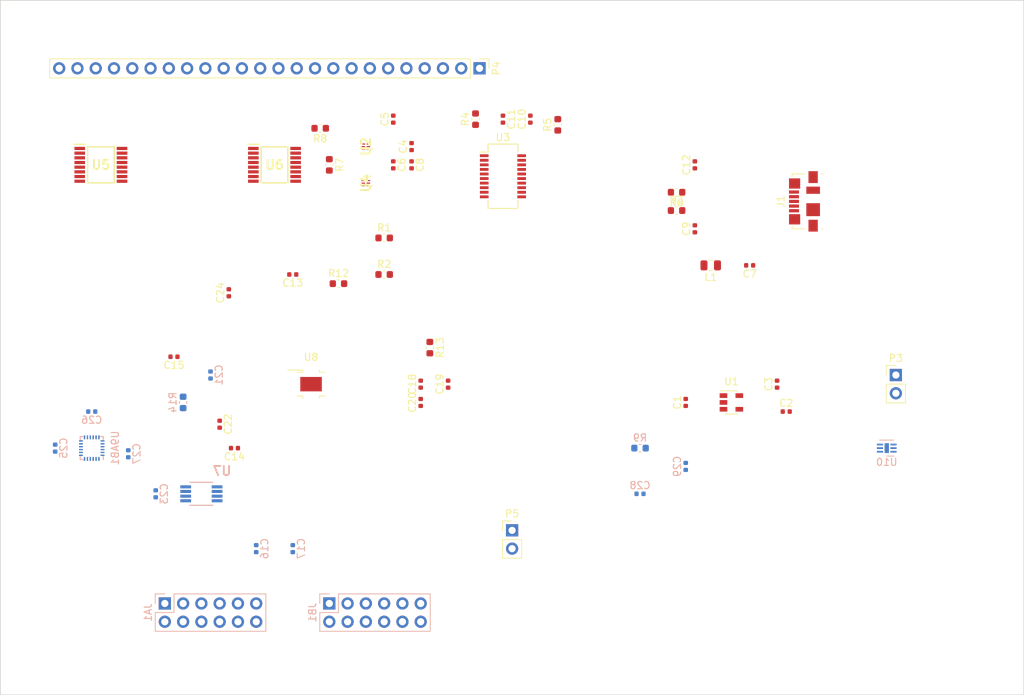
<source format=kicad_pcb>
(kicad_pcb (version 20171130) (host pcbnew "(5.1.6)-1")

  (general
    (thickness 1.6)
    (drawings 4)
    (tracks 0)
    (zones 0)
    (modules 58)
    (nets 68)
  )

  (page A4)
  (layers
    (0 F.Cu signal)
    (31 B.Cu signal)
    (32 B.Adhes user)
    (33 F.Adhes user)
    (34 B.Paste user)
    (35 F.Paste user)
    (36 B.SilkS user)
    (37 F.SilkS user)
    (38 B.Mask user)
    (39 F.Mask user)
    (40 Dwgs.User user)
    (41 Cmts.User user)
    (42 Eco1.User user)
    (43 Eco2.User user)
    (44 Edge.Cuts user)
    (45 Margin user)
    (46 B.CrtYd user)
    (47 F.CrtYd user)
    (48 B.Fab user)
    (49 F.Fab user)
  )

  (setup
    (last_trace_width 0.25)
    (trace_clearance 0.2)
    (zone_clearance 0.508)
    (zone_45_only no)
    (trace_min 0.2)
    (via_size 0.8)
    (via_drill 0.4)
    (via_min_size 0.4)
    (via_min_drill 0.3)
    (uvia_size 0.3)
    (uvia_drill 0.1)
    (uvias_allowed no)
    (uvia_min_size 0.2)
    (uvia_min_drill 0.1)
    (edge_width 0.1)
    (segment_width 0.2)
    (pcb_text_width 0.3)
    (pcb_text_size 1.5 1.5)
    (mod_edge_width 0.15)
    (mod_text_size 1 1)
    (mod_text_width 0.15)
    (pad_size 1.524 1.524)
    (pad_drill 0.762)
    (pad_to_mask_clearance 0)
    (aux_axis_origin 0 0)
    (visible_elements 7FFFFFFF)
    (pcbplotparams
      (layerselection 0x010fc_ffffffff)
      (usegerberextensions false)
      (usegerberattributes true)
      (usegerberadvancedattributes true)
      (creategerberjobfile true)
      (excludeedgelayer true)
      (linewidth 0.100000)
      (plotframeref false)
      (viasonmask false)
      (mode 1)
      (useauxorigin false)
      (hpglpennumber 1)
      (hpglpenspeed 20)
      (hpglpendiameter 15.000000)
      (psnegative false)
      (psa4output false)
      (plotreference true)
      (plotvalue true)
      (plotinvisibletext false)
      (padsonsilk false)
      (subtractmaskfromsilk false)
      (outputformat 1)
      (mirror false)
      (drillshape 1)
      (scaleselection 1)
      (outputdirectory ""))
  )

  (net 0 "")
  (net 1 +UART33)
  (net 2 GND)
  (net 3 +VBAT)
  (net 4 +VUSB)
  (net 5 "Net-(C3-Pad1)")
  (net 6 "Net-(C7-Pad1)")
  (net 7 /U_uart/D_N)
  (net 8 "Net-(C10-Pad2)")
  (net 9 "Net-(C10-Pad1)")
  (net 10 "Net-(C11-Pad1)")
  (net 11 "Net-(C11-Pad2)")
  (net 12 /U_uart/D_P)
  (net 13 +VDDD)
  (net 14 +VDDIO)
  (net 15 /scumsheet/AUX_LDO_OUTPUT)
  (net 16 +VDD25)
  (net 17 "Net-(C22-Pad1)")
  (net 18 +VDDAO)
  (net 19 "Net-(C25-Pad1)")
  (net 20 "Net-(C28-Pad1)")
  (net 21 "Net-(C29-Pad1)")
  (net 22 /GPIO7)
  (net 23 /GPIO5)
  (net 24 /GPIO3)
  (net 25 /GPIO1)
  (net 26 /GPIO8)
  (net 27 /GPIO6)
  (net 28 /GPIO4)
  (net 29 /GPIO2)
  (net 30 /GPIO10)
  (net 31 /GPIO12)
  (net 32 /GPIO14)
  (net 33 /GPIO15)
  (net 34 /GPIO9)
  (net 35 /GPIO11)
  (net 36 /GPIO13)
  (net 37 /GPIO0)
  (net 38 /U_scan_chain_boot/LF_CLK_33)
  (net 39 /U_scan_chain_boot/HARD_RESET_33)
  (net 40 /U_scan_chain_boot/3WB_CLK)
  (net 41 /U_scan_chain_boot/3WB_ENB)
  (net 42 /U_scan_chain_boot/3WB_DATA)
  (net 43 /U_scan_chain_boot/ASC_PHI2_33)
  (net 44 /U_scan_chain_boot/ASC_PHI1_33)
  (net 45 /U_scan_chain_boot/ASC_OUT33)
  (net 46 /U_scan_chain_boot/ASC_LOAD_33)
  (net 47 /U_scan_chain_boot/ASC_IN_33)
  (net 48 /U_scan_chain_boot/ASC_EXT_OVER33)
  (net 49 /scumsheet/BOOT_SOURCE_SEL)
  (net 50 "Net-(R3-Pad1)")
  (net 51 "Net-(R6-Pad2)")
  (net 52 /U_scan_chain_boot/HARD_RESET)
  (net 53 "Net-(R9-Pad1)")
  (net 54 "Net-(R12-Pad2)")
  (net 55 /scumsheet/VDDD_DISABLE)
  (net 56 /scumsheet/VDD_AO_DISABLE)
  (net 57 /RsRx)
  (net 58 /U_uart/RsRx33)
  (net 59 /U_uart/RsTx33)
  (net 60 /RsTx)
  (net 61 /U_scan_chain_boot/ASC_OUT)
  (net 62 /U_scan_chain_boot/ASC_LOAD)
  (net 63 /U_scan_chain_boot/ASC_IN)
  (net 64 /U_scan_chain_boot/ASC_EXT_OVERRIDE)
  (net 65 /U_scan_chain_boot/ASC_PHI2)
  (net 66 /U_scan_chain_boot/ASC_PHI1)
  (net 67 /U_scan_chain_boot/LF_CLK_EXT_IN)

  (net_class Default "This is the default net class."
    (clearance 0.2)
    (trace_width 0.25)
    (via_dia 0.8)
    (via_drill 0.4)
    (uvia_dia 0.3)
    (uvia_drill 0.1)
  )

  (net_class smaller ""
    (clearance 0.05)
    (trace_width 0.2)
    (via_dia 0.4)
    (via_drill 0.3)
    (uvia_dia 0.2)
    (uvia_drill 0.1)
    (diff_pair_width 0.2)
    (diff_pair_gap 0.05)
    (add_net +UART33)
    (add_net +VBAT)
    (add_net +VDD25)
    (add_net +VDDAO)
    (add_net +VDDD)
    (add_net +VDDIO)
    (add_net +VUSB)
    (add_net /GPIO0)
    (add_net /GPIO1)
    (add_net /GPIO10)
    (add_net /GPIO11)
    (add_net /GPIO12)
    (add_net /GPIO13)
    (add_net /GPIO14)
    (add_net /GPIO15)
    (add_net /GPIO2)
    (add_net /GPIO3)
    (add_net /GPIO4)
    (add_net /GPIO5)
    (add_net /GPIO6)
    (add_net /GPIO7)
    (add_net /GPIO8)
    (add_net /GPIO9)
    (add_net /RsRx)
    (add_net /RsTx)
    (add_net /U_scan_chain_boot/3WB_CLK)
    (add_net /U_scan_chain_boot/3WB_DATA)
    (add_net /U_scan_chain_boot/3WB_ENB)
    (add_net /U_scan_chain_boot/ASC_EXT_OVER33)
    (add_net /U_scan_chain_boot/ASC_EXT_OVERRIDE)
    (add_net /U_scan_chain_boot/ASC_IN)
    (add_net /U_scan_chain_boot/ASC_IN_33)
    (add_net /U_scan_chain_boot/ASC_LOAD)
    (add_net /U_scan_chain_boot/ASC_LOAD_33)
    (add_net /U_scan_chain_boot/ASC_OUT)
    (add_net /U_scan_chain_boot/ASC_OUT33)
    (add_net /U_scan_chain_boot/ASC_PHI1)
    (add_net /U_scan_chain_boot/ASC_PHI1_33)
    (add_net /U_scan_chain_boot/ASC_PHI2)
    (add_net /U_scan_chain_boot/ASC_PHI2_33)
    (add_net /U_scan_chain_boot/HARD_RESET)
    (add_net /U_scan_chain_boot/HARD_RESET_33)
    (add_net /U_scan_chain_boot/LF_CLK_33)
    (add_net /U_scan_chain_boot/LF_CLK_EXT_IN)
    (add_net /U_uart/D_N)
    (add_net /U_uart/D_P)
    (add_net /U_uart/RsRx33)
    (add_net /U_uart/RsTx33)
    (add_net /scumsheet/AUX_LDO_OUTPUT)
    (add_net /scumsheet/BOOT_SOURCE_SEL)
    (add_net /scumsheet/VDDD_DISABLE)
    (add_net /scumsheet/VDD_AO_DISABLE)
    (add_net GND)
    (add_net "Net-(C10-Pad1)")
    (add_net "Net-(C10-Pad2)")
    (add_net "Net-(C11-Pad1)")
    (add_net "Net-(C11-Pad2)")
    (add_net "Net-(C22-Pad1)")
    (add_net "Net-(C25-Pad1)")
    (add_net "Net-(C28-Pad1)")
    (add_net "Net-(C29-Pad1)")
    (add_net "Net-(C3-Pad1)")
    (add_net "Net-(C7-Pad1)")
    (add_net "Net-(R12-Pad2)")
    (add_net "Net-(R3-Pad1)")
    (add_net "Net-(R6-Pad2)")
    (add_net "Net-(R9-Pad1)")
  )

  (module Capacitor_SMD:C_0402_1005Metric (layer F.Cu) (tedit 5B301BBE) (tstamp 5F3AD45D)
    (at 167.64 95.25 90)
    (descr "Capacitor SMD 0402 (1005 Metric), square (rectangular) end terminal, IPC_7351 nominal, (Body size source: http://www.tortai-tech.com/upload/download/2011102023233369053.pdf), generated with kicad-footprint-generator")
    (tags capacitor)
    (path /5F3E80E4/5F40176A)
    (attr smd)
    (fp_text reference C1 (at 0 -1.17 90) (layer F.SilkS)
      (effects (font (size 1 1) (thickness 0.15)))
    )
    (fp_text value 10uF (at 0 1.17 90) (layer F.Fab)
      (effects (font (size 1 1) (thickness 0.15)))
    )
    (fp_text user %R (at 0 0 90) (layer F.Fab)
      (effects (font (size 0.25 0.25) (thickness 0.04)))
    )
    (fp_line (start -0.5 0.25) (end -0.5 -0.25) (layer F.Fab) (width 0.1))
    (fp_line (start -0.5 -0.25) (end 0.5 -0.25) (layer F.Fab) (width 0.1))
    (fp_line (start 0.5 -0.25) (end 0.5 0.25) (layer F.Fab) (width 0.1))
    (fp_line (start 0.5 0.25) (end -0.5 0.25) (layer F.Fab) (width 0.1))
    (fp_line (start -0.93 0.47) (end -0.93 -0.47) (layer F.CrtYd) (width 0.05))
    (fp_line (start -0.93 -0.47) (end 0.93 -0.47) (layer F.CrtYd) (width 0.05))
    (fp_line (start 0.93 -0.47) (end 0.93 0.47) (layer F.CrtYd) (width 0.05))
    (fp_line (start 0.93 0.47) (end -0.93 0.47) (layer F.CrtYd) (width 0.05))
    (pad 2 smd roundrect (at 0.485 0 90) (size 0.59 0.64) (layers F.Cu F.Paste F.Mask) (roundrect_rratio 0.25)
      (net 4 +VUSB))
    (pad 1 smd roundrect (at -0.485 0 90) (size 0.59 0.64) (layers F.Cu F.Paste F.Mask) (roundrect_rratio 0.25)
      (net 2 GND))
    (model ${KISYS3DMOD}/Capacitor_SMD.3dshapes/C_0402_1005Metric.wrl
      (at (xyz 0 0 0))
      (scale (xyz 1 1 1))
      (rotate (xyz 0 0 0))
    )
  )

  (module Capacitor_SMD:C_0402_1005Metric (layer F.Cu) (tedit 5B301BBE) (tstamp 5F3AD46C)
    (at 181.61 96.52)
    (descr "Capacitor SMD 0402 (1005 Metric), square (rectangular) end terminal, IPC_7351 nominal, (Body size source: http://www.tortai-tech.com/upload/download/2011102023233369053.pdf), generated with kicad-footprint-generator")
    (tags capacitor)
    (path /5F3E80E4/5F401046)
    (attr smd)
    (fp_text reference C2 (at 0 -1.17) (layer F.SilkS)
      (effects (font (size 1 1) (thickness 0.15)))
    )
    (fp_text value NP (at 0 1.17) (layer F.Fab)
      (effects (font (size 1 1) (thickness 0.15)))
    )
    (fp_line (start 0.93 0.47) (end -0.93 0.47) (layer F.CrtYd) (width 0.05))
    (fp_line (start 0.93 -0.47) (end 0.93 0.47) (layer F.CrtYd) (width 0.05))
    (fp_line (start -0.93 -0.47) (end 0.93 -0.47) (layer F.CrtYd) (width 0.05))
    (fp_line (start -0.93 0.47) (end -0.93 -0.47) (layer F.CrtYd) (width 0.05))
    (fp_line (start 0.5 0.25) (end -0.5 0.25) (layer F.Fab) (width 0.1))
    (fp_line (start 0.5 -0.25) (end 0.5 0.25) (layer F.Fab) (width 0.1))
    (fp_line (start -0.5 -0.25) (end 0.5 -0.25) (layer F.Fab) (width 0.1))
    (fp_line (start -0.5 0.25) (end -0.5 -0.25) (layer F.Fab) (width 0.1))
    (fp_text user %R (at 0 0) (layer F.Fab)
      (effects (font (size 0.25 0.25) (thickness 0.04)))
    )
    (pad 1 smd roundrect (at -0.485 0) (size 0.59 0.64) (layers F.Cu F.Paste F.Mask) (roundrect_rratio 0.25)
      (net 3 +VBAT))
    (pad 2 smd roundrect (at 0.485 0) (size 0.59 0.64) (layers F.Cu F.Paste F.Mask) (roundrect_rratio 0.25)
      (net 2 GND))
    (model ${KISYS3DMOD}/Capacitor_SMD.3dshapes/C_0402_1005Metric.wrl
      (at (xyz 0 0 0))
      (scale (xyz 1 1 1))
      (rotate (xyz 0 0 0))
    )
  )

  (module Capacitor_SMD:C_0402_1005Metric (layer F.Cu) (tedit 5B301BBE) (tstamp 5F3AD47B)
    (at 180.34 92.71 90)
    (descr "Capacitor SMD 0402 (1005 Metric), square (rectangular) end terminal, IPC_7351 nominal, (Body size source: http://www.tortai-tech.com/upload/download/2011102023233369053.pdf), generated with kicad-footprint-generator")
    (tags capacitor)
    (path /5F3E80E4/5F4048C5)
    (attr smd)
    (fp_text reference C3 (at 0 -1.17 90) (layer F.SilkS)
      (effects (font (size 1 1) (thickness 0.15)))
    )
    (fp_text value 10uF (at 0 1.17 90) (layer F.Fab)
      (effects (font (size 1 1) (thickness 0.15)))
    )
    (fp_line (start 0.93 0.47) (end -0.93 0.47) (layer F.CrtYd) (width 0.05))
    (fp_line (start 0.93 -0.47) (end 0.93 0.47) (layer F.CrtYd) (width 0.05))
    (fp_line (start -0.93 -0.47) (end 0.93 -0.47) (layer F.CrtYd) (width 0.05))
    (fp_line (start -0.93 0.47) (end -0.93 -0.47) (layer F.CrtYd) (width 0.05))
    (fp_line (start 0.5 0.25) (end -0.5 0.25) (layer F.Fab) (width 0.1))
    (fp_line (start 0.5 -0.25) (end 0.5 0.25) (layer F.Fab) (width 0.1))
    (fp_line (start -0.5 -0.25) (end 0.5 -0.25) (layer F.Fab) (width 0.1))
    (fp_line (start -0.5 0.25) (end -0.5 -0.25) (layer F.Fab) (width 0.1))
    (fp_text user %R (at 0 0 90) (layer F.Fab)
      (effects (font (size 0.25 0.25) (thickness 0.04)))
    )
    (pad 1 smd roundrect (at -0.485 0 90) (size 0.59 0.64) (layers F.Cu F.Paste F.Mask) (roundrect_rratio 0.25)
      (net 5 "Net-(C3-Pad1)"))
    (pad 2 smd roundrect (at 0.485 0 90) (size 0.59 0.64) (layers F.Cu F.Paste F.Mask) (roundrect_rratio 0.25)
      (net 2 GND))
    (model ${KISYS3DMOD}/Capacitor_SMD.3dshapes/C_0402_1005Metric.wrl
      (at (xyz 0 0 0))
      (scale (xyz 1 1 1))
      (rotate (xyz 0 0 0))
    )
  )

  (module Capacitor_SMD:C_0402_1005Metric (layer F.Cu) (tedit 5B301BBE) (tstamp 5F3AD48A)
    (at 129.54 59.69 90)
    (descr "Capacitor SMD 0402 (1005 Metric), square (rectangular) end terminal, IPC_7351 nominal, (Body size source: http://www.tortai-tech.com/upload/download/2011102023233369053.pdf), generated with kicad-footprint-generator")
    (tags capacitor)
    (path /5F3E80E4/5F3A1B2E)
    (attr smd)
    (fp_text reference C4 (at 0 -1.17 90) (layer F.SilkS)
      (effects (font (size 1 1) (thickness 0.15)))
    )
    (fp_text value 0.1uF (at 0 1.17 90) (layer F.Fab)
      (effects (font (size 1 1) (thickness 0.15)))
    )
    (fp_line (start 0.93 0.47) (end -0.93 0.47) (layer F.CrtYd) (width 0.05))
    (fp_line (start 0.93 -0.47) (end 0.93 0.47) (layer F.CrtYd) (width 0.05))
    (fp_line (start -0.93 -0.47) (end 0.93 -0.47) (layer F.CrtYd) (width 0.05))
    (fp_line (start -0.93 0.47) (end -0.93 -0.47) (layer F.CrtYd) (width 0.05))
    (fp_line (start 0.5 0.25) (end -0.5 0.25) (layer F.Fab) (width 0.1))
    (fp_line (start 0.5 -0.25) (end 0.5 0.25) (layer F.Fab) (width 0.1))
    (fp_line (start -0.5 -0.25) (end 0.5 -0.25) (layer F.Fab) (width 0.1))
    (fp_line (start -0.5 0.25) (end -0.5 -0.25) (layer F.Fab) (width 0.1))
    (fp_text user %R (at 0 0 90) (layer F.Fab)
      (effects (font (size 0.25 0.25) (thickness 0.04)))
    )
    (pad 1 smd roundrect (at -0.485 0 90) (size 0.59 0.64) (layers F.Cu F.Paste F.Mask) (roundrect_rratio 0.25)
      (net 1 +UART33))
    (pad 2 smd roundrect (at 0.485 0 90) (size 0.59 0.64) (layers F.Cu F.Paste F.Mask) (roundrect_rratio 0.25)
      (net 2 GND))
    (model ${KISYS3DMOD}/Capacitor_SMD.3dshapes/C_0402_1005Metric.wrl
      (at (xyz 0 0 0))
      (scale (xyz 1 1 1))
      (rotate (xyz 0 0 0))
    )
  )

  (module Capacitor_SMD:C_0402_1005Metric (layer F.Cu) (tedit 5B301BBE) (tstamp 5F3AD499)
    (at 127 55.88 90)
    (descr "Capacitor SMD 0402 (1005 Metric), square (rectangular) end terminal, IPC_7351 nominal, (Body size source: http://www.tortai-tech.com/upload/download/2011102023233369053.pdf), generated with kicad-footprint-generator")
    (tags capacitor)
    (path /5F3E80E4/5F3A35C7)
    (attr smd)
    (fp_text reference C5 (at 0 -1.17 90) (layer F.SilkS)
      (effects (font (size 1 1) (thickness 0.15)))
    )
    (fp_text value 0.1uF (at 0 1.17 90) (layer F.Fab)
      (effects (font (size 1 1) (thickness 0.15)))
    )
    (fp_text user %R (at 0 0 90) (layer F.Fab)
      (effects (font (size 0.25 0.25) (thickness 0.04)))
    )
    (fp_line (start -0.5 0.25) (end -0.5 -0.25) (layer F.Fab) (width 0.1))
    (fp_line (start -0.5 -0.25) (end 0.5 -0.25) (layer F.Fab) (width 0.1))
    (fp_line (start 0.5 -0.25) (end 0.5 0.25) (layer F.Fab) (width 0.1))
    (fp_line (start 0.5 0.25) (end -0.5 0.25) (layer F.Fab) (width 0.1))
    (fp_line (start -0.93 0.47) (end -0.93 -0.47) (layer F.CrtYd) (width 0.05))
    (fp_line (start -0.93 -0.47) (end 0.93 -0.47) (layer F.CrtYd) (width 0.05))
    (fp_line (start 0.93 -0.47) (end 0.93 0.47) (layer F.CrtYd) (width 0.05))
    (fp_line (start 0.93 0.47) (end -0.93 0.47) (layer F.CrtYd) (width 0.05))
    (pad 2 smd roundrect (at 0.485 0 90) (size 0.59 0.64) (layers F.Cu F.Paste F.Mask) (roundrect_rratio 0.25)
      (net 2 GND))
    (pad 1 smd roundrect (at -0.485 0 90) (size 0.59 0.64) (layers F.Cu F.Paste F.Mask) (roundrect_rratio 0.25)
      (net 1 +UART33))
    (model ${KISYS3DMOD}/Capacitor_SMD.3dshapes/C_0402_1005Metric.wrl
      (at (xyz 0 0 0))
      (scale (xyz 1 1 1))
      (rotate (xyz 0 0 0))
    )
  )

  (module Capacitor_SMD:C_0402_1005Metric (layer F.Cu) (tedit 5B301BBE) (tstamp 5F3AD4A8)
    (at 127 62.23 270)
    (descr "Capacitor SMD 0402 (1005 Metric), square (rectangular) end terminal, IPC_7351 nominal, (Body size source: http://www.tortai-tech.com/upload/download/2011102023233369053.pdf), generated with kicad-footprint-generator")
    (tags capacitor)
    (path /5F3E80E4/5F3EA978)
    (attr smd)
    (fp_text reference C6 (at 0 -1.17 90) (layer F.SilkS)
      (effects (font (size 1 1) (thickness 0.15)))
    )
    (fp_text value 4.7uF (at 0 1.17 90) (layer F.Fab)
      (effects (font (size 1 1) (thickness 0.15)))
    )
    (fp_line (start 0.93 0.47) (end -0.93 0.47) (layer F.CrtYd) (width 0.05))
    (fp_line (start 0.93 -0.47) (end 0.93 0.47) (layer F.CrtYd) (width 0.05))
    (fp_line (start -0.93 -0.47) (end 0.93 -0.47) (layer F.CrtYd) (width 0.05))
    (fp_line (start -0.93 0.47) (end -0.93 -0.47) (layer F.CrtYd) (width 0.05))
    (fp_line (start 0.5 0.25) (end -0.5 0.25) (layer F.Fab) (width 0.1))
    (fp_line (start 0.5 -0.25) (end 0.5 0.25) (layer F.Fab) (width 0.1))
    (fp_line (start -0.5 -0.25) (end 0.5 -0.25) (layer F.Fab) (width 0.1))
    (fp_line (start -0.5 0.25) (end -0.5 -0.25) (layer F.Fab) (width 0.1))
    (fp_text user %R (at 0 0 90) (layer F.Fab)
      (effects (font (size 0.25 0.25) (thickness 0.04)))
    )
    (pad 1 smd roundrect (at -0.485 0 270) (size 0.59 0.64) (layers F.Cu F.Paste F.Mask) (roundrect_rratio 0.25)
      (net 4 +VUSB))
    (pad 2 smd roundrect (at 0.485 0 270) (size 0.59 0.64) (layers F.Cu F.Paste F.Mask) (roundrect_rratio 0.25)
      (net 2 GND))
    (model ${KISYS3DMOD}/Capacitor_SMD.3dshapes/C_0402_1005Metric.wrl
      (at (xyz 0 0 0))
      (scale (xyz 1 1 1))
      (rotate (xyz 0 0 0))
    )
  )

  (module Capacitor_SMD:C_0402_1005Metric (layer F.Cu) (tedit 5B301BBE) (tstamp 5F3AD4B7)
    (at 176.53 76.2 180)
    (descr "Capacitor SMD 0402 (1005 Metric), square (rectangular) end terminal, IPC_7351 nominal, (Body size source: http://www.tortai-tech.com/upload/download/2011102023233369053.pdf), generated with kicad-footprint-generator")
    (tags capacitor)
    (path /5F3E80E4/5F3DFA2F)
    (attr smd)
    (fp_text reference C7 (at 0 -1.17) (layer F.SilkS)
      (effects (font (size 1 1) (thickness 0.15)))
    )
    (fp_text value 10nF (at 0 1.17) (layer F.Fab)
      (effects (font (size 1 1) (thickness 0.15)))
    )
    (fp_text user %R (at 0 0) (layer F.Fab)
      (effects (font (size 0.25 0.25) (thickness 0.04)))
    )
    (fp_line (start -0.5 0.25) (end -0.5 -0.25) (layer F.Fab) (width 0.1))
    (fp_line (start -0.5 -0.25) (end 0.5 -0.25) (layer F.Fab) (width 0.1))
    (fp_line (start 0.5 -0.25) (end 0.5 0.25) (layer F.Fab) (width 0.1))
    (fp_line (start 0.5 0.25) (end -0.5 0.25) (layer F.Fab) (width 0.1))
    (fp_line (start -0.93 0.47) (end -0.93 -0.47) (layer F.CrtYd) (width 0.05))
    (fp_line (start -0.93 -0.47) (end 0.93 -0.47) (layer F.CrtYd) (width 0.05))
    (fp_line (start 0.93 -0.47) (end 0.93 0.47) (layer F.CrtYd) (width 0.05))
    (fp_line (start 0.93 0.47) (end -0.93 0.47) (layer F.CrtYd) (width 0.05))
    (pad 2 smd roundrect (at 0.485 0 180) (size 0.59 0.64) (layers F.Cu F.Paste F.Mask) (roundrect_rratio 0.25)
      (net 2 GND))
    (pad 1 smd roundrect (at -0.485 0 180) (size 0.59 0.64) (layers F.Cu F.Paste F.Mask) (roundrect_rratio 0.25)
      (net 6 "Net-(C7-Pad1)"))
    (model ${KISYS3DMOD}/Capacitor_SMD.3dshapes/C_0402_1005Metric.wrl
      (at (xyz 0 0 0))
      (scale (xyz 1 1 1))
      (rotate (xyz 0 0 0))
    )
  )

  (module Capacitor_SMD:C_0402_1005Metric (layer F.Cu) (tedit 5B301BBE) (tstamp 5F3AD4C6)
    (at 129.54 62.23 270)
    (descr "Capacitor SMD 0402 (1005 Metric), square (rectangular) end terminal, IPC_7351 nominal, (Body size source: http://www.tortai-tech.com/upload/download/2011102023233369053.pdf), generated with kicad-footprint-generator")
    (tags capacitor)
    (path /5F3E80E4/5F3EB316)
    (attr smd)
    (fp_text reference C8 (at 0 -1.17 90) (layer F.SilkS)
      (effects (font (size 1 1) (thickness 0.15)))
    )
    (fp_text value 0.1uF (at 0 1.17 90) (layer F.Fab)
      (effects (font (size 1 1) (thickness 0.15)))
    )
    (fp_text user %R (at 0 0 90) (layer F.Fab)
      (effects (font (size 0.25 0.25) (thickness 0.04)))
    )
    (fp_line (start -0.5 0.25) (end -0.5 -0.25) (layer F.Fab) (width 0.1))
    (fp_line (start -0.5 -0.25) (end 0.5 -0.25) (layer F.Fab) (width 0.1))
    (fp_line (start 0.5 -0.25) (end 0.5 0.25) (layer F.Fab) (width 0.1))
    (fp_line (start 0.5 0.25) (end -0.5 0.25) (layer F.Fab) (width 0.1))
    (fp_line (start -0.93 0.47) (end -0.93 -0.47) (layer F.CrtYd) (width 0.05))
    (fp_line (start -0.93 -0.47) (end 0.93 -0.47) (layer F.CrtYd) (width 0.05))
    (fp_line (start 0.93 -0.47) (end 0.93 0.47) (layer F.CrtYd) (width 0.05))
    (fp_line (start 0.93 0.47) (end -0.93 0.47) (layer F.CrtYd) (width 0.05))
    (pad 2 smd roundrect (at 0.485 0 270) (size 0.59 0.64) (layers F.Cu F.Paste F.Mask) (roundrect_rratio 0.25)
      (net 2 GND))
    (pad 1 smd roundrect (at -0.485 0 270) (size 0.59 0.64) (layers F.Cu F.Paste F.Mask) (roundrect_rratio 0.25)
      (net 4 +VUSB))
    (model ${KISYS3DMOD}/Capacitor_SMD.3dshapes/C_0402_1005Metric.wrl
      (at (xyz 0 0 0))
      (scale (xyz 1 1 1))
      (rotate (xyz 0 0 0))
    )
  )

  (module Capacitor_SMD:C_0402_1005Metric (layer F.Cu) (tedit 5B301BBE) (tstamp 5F3AD4D5)
    (at 168.91 71.12 90)
    (descr "Capacitor SMD 0402 (1005 Metric), square (rectangular) end terminal, IPC_7351 nominal, (Body size source: http://www.tortai-tech.com/upload/download/2011102023233369053.pdf), generated with kicad-footprint-generator")
    (tags capacitor)
    (path /5F3E80E4/5F3B06E8)
    (attr smd)
    (fp_text reference C9 (at 0 -1.17 90) (layer F.SilkS)
      (effects (font (size 1 1) (thickness 0.15)))
    )
    (fp_text value 47pF (at 0 1.17 90) (layer F.Fab)
      (effects (font (size 1 1) (thickness 0.15)))
    )
    (fp_line (start 0.93 0.47) (end -0.93 0.47) (layer F.CrtYd) (width 0.05))
    (fp_line (start 0.93 -0.47) (end 0.93 0.47) (layer F.CrtYd) (width 0.05))
    (fp_line (start -0.93 -0.47) (end 0.93 -0.47) (layer F.CrtYd) (width 0.05))
    (fp_line (start -0.93 0.47) (end -0.93 -0.47) (layer F.CrtYd) (width 0.05))
    (fp_line (start 0.5 0.25) (end -0.5 0.25) (layer F.Fab) (width 0.1))
    (fp_line (start 0.5 -0.25) (end 0.5 0.25) (layer F.Fab) (width 0.1))
    (fp_line (start -0.5 -0.25) (end 0.5 -0.25) (layer F.Fab) (width 0.1))
    (fp_line (start -0.5 0.25) (end -0.5 -0.25) (layer F.Fab) (width 0.1))
    (fp_text user %R (at 0 0 90) (layer F.Fab)
      (effects (font (size 0.25 0.25) (thickness 0.04)))
    )
    (pad 1 smd roundrect (at -0.485 0 90) (size 0.59 0.64) (layers F.Cu F.Paste F.Mask) (roundrect_rratio 0.25)
      (net 2 GND))
    (pad 2 smd roundrect (at 0.485 0 90) (size 0.59 0.64) (layers F.Cu F.Paste F.Mask) (roundrect_rratio 0.25)
      (net 7 /U_uart/D_N))
    (model ${KISYS3DMOD}/Capacitor_SMD.3dshapes/C_0402_1005Metric.wrl
      (at (xyz 0 0 0))
      (scale (xyz 1 1 1))
      (rotate (xyz 0 0 0))
    )
  )

  (module Capacitor_SMD:C_0402_1005Metric (layer F.Cu) (tedit 5B301BBE) (tstamp 5F3AD4E4)
    (at 146.05 55.88 90)
    (descr "Capacitor SMD 0402 (1005 Metric), square (rectangular) end terminal, IPC_7351 nominal, (Body size source: http://www.tortai-tech.com/upload/download/2011102023233369053.pdf), generated with kicad-footprint-generator")
    (tags capacitor)
    (path /5F3E80E4/5F3BC9D0)
    (attr smd)
    (fp_text reference C10 (at 0 -1.17 90) (layer F.SilkS)
      (effects (font (size 1 1) (thickness 0.15)))
    )
    (fp_text value LED (at 0 1.17 90) (layer F.Fab)
      (effects (font (size 1 1) (thickness 0.15)))
    )
    (fp_text user %R (at 0 0 90) (layer F.Fab)
      (effects (font (size 0.25 0.25) (thickness 0.04)))
    )
    (fp_line (start -0.5 0.25) (end -0.5 -0.25) (layer F.Fab) (width 0.1))
    (fp_line (start -0.5 -0.25) (end 0.5 -0.25) (layer F.Fab) (width 0.1))
    (fp_line (start 0.5 -0.25) (end 0.5 0.25) (layer F.Fab) (width 0.1))
    (fp_line (start 0.5 0.25) (end -0.5 0.25) (layer F.Fab) (width 0.1))
    (fp_line (start -0.93 0.47) (end -0.93 -0.47) (layer F.CrtYd) (width 0.05))
    (fp_line (start -0.93 -0.47) (end 0.93 -0.47) (layer F.CrtYd) (width 0.05))
    (fp_line (start 0.93 -0.47) (end 0.93 0.47) (layer F.CrtYd) (width 0.05))
    (fp_line (start 0.93 0.47) (end -0.93 0.47) (layer F.CrtYd) (width 0.05))
    (pad 2 smd roundrect (at 0.485 0 90) (size 0.59 0.64) (layers F.Cu F.Paste F.Mask) (roundrect_rratio 0.25)
      (net 8 "Net-(C10-Pad2)"))
    (pad 1 smd roundrect (at -0.485 0 90) (size 0.59 0.64) (layers F.Cu F.Paste F.Mask) (roundrect_rratio 0.25)
      (net 9 "Net-(C10-Pad1)"))
    (model ${KISYS3DMOD}/Capacitor_SMD.3dshapes/C_0402_1005Metric.wrl
      (at (xyz 0 0 0))
      (scale (xyz 1 1 1))
      (rotate (xyz 0 0 0))
    )
  )

  (module Capacitor_SMD:C_0402_1005Metric (layer F.Cu) (tedit 5B301BBE) (tstamp 5F3AD4F3)
    (at 142.24 55.88 270)
    (descr "Capacitor SMD 0402 (1005 Metric), square (rectangular) end terminal, IPC_7351 nominal, (Body size source: http://www.tortai-tech.com/upload/download/2011102023233369053.pdf), generated with kicad-footprint-generator")
    (tags capacitor)
    (path /5F3E80E4/5F3A87B9)
    (attr smd)
    (fp_text reference C11 (at 0 -1.17 90) (layer F.SilkS)
      (effects (font (size 1 1) (thickness 0.15)))
    )
    (fp_text value LED (at 0 1.17 90) (layer F.Fab)
      (effects (font (size 1 1) (thickness 0.15)))
    )
    (fp_line (start 0.93 0.47) (end -0.93 0.47) (layer F.CrtYd) (width 0.05))
    (fp_line (start 0.93 -0.47) (end 0.93 0.47) (layer F.CrtYd) (width 0.05))
    (fp_line (start -0.93 -0.47) (end 0.93 -0.47) (layer F.CrtYd) (width 0.05))
    (fp_line (start -0.93 0.47) (end -0.93 -0.47) (layer F.CrtYd) (width 0.05))
    (fp_line (start 0.5 0.25) (end -0.5 0.25) (layer F.Fab) (width 0.1))
    (fp_line (start 0.5 -0.25) (end 0.5 0.25) (layer F.Fab) (width 0.1))
    (fp_line (start -0.5 -0.25) (end 0.5 -0.25) (layer F.Fab) (width 0.1))
    (fp_line (start -0.5 0.25) (end -0.5 -0.25) (layer F.Fab) (width 0.1))
    (fp_text user %R (at 0 0 90) (layer F.Fab)
      (effects (font (size 0.25 0.25) (thickness 0.04)))
    )
    (pad 1 smd roundrect (at -0.485 0 270) (size 0.59 0.64) (layers F.Cu F.Paste F.Mask) (roundrect_rratio 0.25)
      (net 10 "Net-(C11-Pad1)"))
    (pad 2 smd roundrect (at 0.485 0 270) (size 0.59 0.64) (layers F.Cu F.Paste F.Mask) (roundrect_rratio 0.25)
      (net 11 "Net-(C11-Pad2)"))
    (model ${KISYS3DMOD}/Capacitor_SMD.3dshapes/C_0402_1005Metric.wrl
      (at (xyz 0 0 0))
      (scale (xyz 1 1 1))
      (rotate (xyz 0 0 0))
    )
  )

  (module Capacitor_SMD:C_0402_1005Metric (layer F.Cu) (tedit 5B301BBE) (tstamp 5F3AD502)
    (at 168.91 62.23 90)
    (descr "Capacitor SMD 0402 (1005 Metric), square (rectangular) end terminal, IPC_7351 nominal, (Body size source: http://www.tortai-tech.com/upload/download/2011102023233369053.pdf), generated with kicad-footprint-generator")
    (tags capacitor)
    (path /5F3E80E4/5F3ABE43)
    (attr smd)
    (fp_text reference C12 (at 0 -1.17 90) (layer F.SilkS)
      (effects (font (size 1 1) (thickness 0.15)))
    )
    (fp_text value 47pF (at 0 1.17 90) (layer F.Fab)
      (effects (font (size 1 1) (thickness 0.15)))
    )
    (fp_text user %R (at 0 0 90) (layer F.Fab)
      (effects (font (size 0.25 0.25) (thickness 0.04)))
    )
    (fp_line (start -0.5 0.25) (end -0.5 -0.25) (layer F.Fab) (width 0.1))
    (fp_line (start -0.5 -0.25) (end 0.5 -0.25) (layer F.Fab) (width 0.1))
    (fp_line (start 0.5 -0.25) (end 0.5 0.25) (layer F.Fab) (width 0.1))
    (fp_line (start 0.5 0.25) (end -0.5 0.25) (layer F.Fab) (width 0.1))
    (fp_line (start -0.93 0.47) (end -0.93 -0.47) (layer F.CrtYd) (width 0.05))
    (fp_line (start -0.93 -0.47) (end 0.93 -0.47) (layer F.CrtYd) (width 0.05))
    (fp_line (start 0.93 -0.47) (end 0.93 0.47) (layer F.CrtYd) (width 0.05))
    (fp_line (start 0.93 0.47) (end -0.93 0.47) (layer F.CrtYd) (width 0.05))
    (pad 2 smd roundrect (at 0.485 0 90) (size 0.59 0.64) (layers F.Cu F.Paste F.Mask) (roundrect_rratio 0.25)
      (net 2 GND))
    (pad 1 smd roundrect (at -0.485 0 90) (size 0.59 0.64) (layers F.Cu F.Paste F.Mask) (roundrect_rratio 0.25)
      (net 12 /U_uart/D_P))
    (model ${KISYS3DMOD}/Capacitor_SMD.3dshapes/C_0402_1005Metric.wrl
      (at (xyz 0 0 0))
      (scale (xyz 1 1 1))
      (rotate (xyz 0 0 0))
    )
  )

  (module Capacitor_SMD:C_0402_1005Metric (layer F.Cu) (tedit 5B301BBE) (tstamp 5F3AD511)
    (at 113.03 77.47 180)
    (descr "Capacitor SMD 0402 (1005 Metric), square (rectangular) end terminal, IPC_7351 nominal, (Body size source: http://www.tortai-tech.com/upload/download/2011102023233369053.pdf), generated with kicad-footprint-generator")
    (tags capacitor)
    (path /5F3B1D81/5F3A5D08)
    (attr smd)
    (fp_text reference C13 (at 0 -1.17) (layer F.SilkS)
      (effects (font (size 1 1) (thickness 0.15)))
    )
    (fp_text value NP (at 0 1.17) (layer F.Fab)
      (effects (font (size 1 1) (thickness 0.15)))
    )
    (fp_text user %R (at 0 0) (layer F.Fab)
      (effects (font (size 0.25 0.25) (thickness 0.04)))
    )
    (fp_line (start -0.5 0.25) (end -0.5 -0.25) (layer F.Fab) (width 0.1))
    (fp_line (start -0.5 -0.25) (end 0.5 -0.25) (layer F.Fab) (width 0.1))
    (fp_line (start 0.5 -0.25) (end 0.5 0.25) (layer F.Fab) (width 0.1))
    (fp_line (start 0.5 0.25) (end -0.5 0.25) (layer F.Fab) (width 0.1))
    (fp_line (start -0.93 0.47) (end -0.93 -0.47) (layer F.CrtYd) (width 0.05))
    (fp_line (start -0.93 -0.47) (end 0.93 -0.47) (layer F.CrtYd) (width 0.05))
    (fp_line (start 0.93 -0.47) (end 0.93 0.47) (layer F.CrtYd) (width 0.05))
    (fp_line (start 0.93 0.47) (end -0.93 0.47) (layer F.CrtYd) (width 0.05))
    (pad 2 smd roundrect (at 0.485 0 180) (size 0.59 0.64) (layers F.Cu F.Paste F.Mask) (roundrect_rratio 0.25)
      (net 2 GND))
    (pad 1 smd roundrect (at -0.485 0 180) (size 0.59 0.64) (layers F.Cu F.Paste F.Mask) (roundrect_rratio 0.25)
      (net 13 +VDDD))
    (model ${KISYS3DMOD}/Capacitor_SMD.3dshapes/C_0402_1005Metric.wrl
      (at (xyz 0 0 0))
      (scale (xyz 1 1 1))
      (rotate (xyz 0 0 0))
    )
  )

  (module Capacitor_SMD:C_0402_1005Metric (layer F.Cu) (tedit 5B301BBE) (tstamp 5F3AD520)
    (at 104.925 101.6 180)
    (descr "Capacitor SMD 0402 (1005 Metric), square (rectangular) end terminal, IPC_7351 nominal, (Body size source: http://www.tortai-tech.com/upload/download/2011102023233369053.pdf), generated with kicad-footprint-generator")
    (tags capacitor)
    (path /5F3B1D81/5F3EBABE)
    (attr smd)
    (fp_text reference C14 (at 0 -1.17) (layer F.SilkS)
      (effects (font (size 1 1) (thickness 0.15)))
    )
    (fp_text value NP (at 0 1.17) (layer F.Fab)
      (effects (font (size 1 1) (thickness 0.15)))
    )
    (fp_line (start 0.93 0.47) (end -0.93 0.47) (layer F.CrtYd) (width 0.05))
    (fp_line (start 0.93 -0.47) (end 0.93 0.47) (layer F.CrtYd) (width 0.05))
    (fp_line (start -0.93 -0.47) (end 0.93 -0.47) (layer F.CrtYd) (width 0.05))
    (fp_line (start -0.93 0.47) (end -0.93 -0.47) (layer F.CrtYd) (width 0.05))
    (fp_line (start 0.5 0.25) (end -0.5 0.25) (layer F.Fab) (width 0.1))
    (fp_line (start 0.5 -0.25) (end 0.5 0.25) (layer F.Fab) (width 0.1))
    (fp_line (start -0.5 -0.25) (end 0.5 -0.25) (layer F.Fab) (width 0.1))
    (fp_line (start -0.5 0.25) (end -0.5 -0.25) (layer F.Fab) (width 0.1))
    (fp_text user %R (at 0 0) (layer F.Fab)
      (effects (font (size 0.25 0.25) (thickness 0.04)))
    )
    (pad 1 smd roundrect (at -0.485 0 180) (size 0.59 0.64) (layers F.Cu F.Paste F.Mask) (roundrect_rratio 0.25)
      (net 3 +VBAT))
    (pad 2 smd roundrect (at 0.485 0 180) (size 0.59 0.64) (layers F.Cu F.Paste F.Mask) (roundrect_rratio 0.25)
      (net 2 GND))
    (model ${KISYS3DMOD}/Capacitor_SMD.3dshapes/C_0402_1005Metric.wrl
      (at (xyz 0 0 0))
      (scale (xyz 1 1 1))
      (rotate (xyz 0 0 0))
    )
  )

  (module Capacitor_SMD:C_0402_1005Metric (layer F.Cu) (tedit 5B301BBE) (tstamp 5F3AD52F)
    (at 96.52 88.9 180)
    (descr "Capacitor SMD 0402 (1005 Metric), square (rectangular) end terminal, IPC_7351 nominal, (Body size source: http://www.tortai-tech.com/upload/download/2011102023233369053.pdf), generated with kicad-footprint-generator")
    (tags capacitor)
    (path /5F3B1D81/5F3ECFC2)
    (attr smd)
    (fp_text reference C15 (at 0 -1.17) (layer F.SilkS)
      (effects (font (size 1 1) (thickness 0.15)))
    )
    (fp_text value NP (at 0 1.17) (layer F.Fab)
      (effects (font (size 1 1) (thickness 0.15)))
    )
    (fp_line (start 0.93 0.47) (end -0.93 0.47) (layer F.CrtYd) (width 0.05))
    (fp_line (start 0.93 -0.47) (end 0.93 0.47) (layer F.CrtYd) (width 0.05))
    (fp_line (start -0.93 -0.47) (end 0.93 -0.47) (layer F.CrtYd) (width 0.05))
    (fp_line (start -0.93 0.47) (end -0.93 -0.47) (layer F.CrtYd) (width 0.05))
    (fp_line (start 0.5 0.25) (end -0.5 0.25) (layer F.Fab) (width 0.1))
    (fp_line (start 0.5 -0.25) (end 0.5 0.25) (layer F.Fab) (width 0.1))
    (fp_line (start -0.5 -0.25) (end 0.5 -0.25) (layer F.Fab) (width 0.1))
    (fp_line (start -0.5 0.25) (end -0.5 -0.25) (layer F.Fab) (width 0.1))
    (fp_text user %R (at 0 0) (layer F.Fab)
      (effects (font (size 0.25 0.25) (thickness 0.04)))
    )
    (pad 1 smd roundrect (at -0.485 0 180) (size 0.59 0.64) (layers F.Cu F.Paste F.Mask) (roundrect_rratio 0.25)
      (net 3 +VBAT))
    (pad 2 smd roundrect (at 0.485 0 180) (size 0.59 0.64) (layers F.Cu F.Paste F.Mask) (roundrect_rratio 0.25)
      (net 2 GND))
    (model ${KISYS3DMOD}/Capacitor_SMD.3dshapes/C_0402_1005Metric.wrl
      (at (xyz 0 0 0))
      (scale (xyz 1 1 1))
      (rotate (xyz 0 0 0))
    )
  )

  (module Capacitor_SMD:C_0402_1005Metric (layer B.Cu) (tedit 5B301BBE) (tstamp 5F3B1936)
    (at 107.95 115.57 90)
    (descr "Capacitor SMD 0402 (1005 Metric), square (rectangular) end terminal, IPC_7351 nominal, (Body size source: http://www.tortai-tech.com/upload/download/2011102023233369053.pdf), generated with kicad-footprint-generator")
    (tags capacitor)
    (path /5F3B1D81/5F3ED367)
    (attr smd)
    (fp_text reference C16 (at 0 1.17 270) (layer B.SilkS)
      (effects (font (size 1 1) (thickness 0.15)) (justify mirror))
    )
    (fp_text value NP (at 0 -1.17 270) (layer B.Fab)
      (effects (font (size 1 1) (thickness 0.15)) (justify mirror))
    )
    (fp_line (start 0.93 -0.47) (end -0.93 -0.47) (layer B.CrtYd) (width 0.05))
    (fp_line (start 0.93 0.47) (end 0.93 -0.47) (layer B.CrtYd) (width 0.05))
    (fp_line (start -0.93 0.47) (end 0.93 0.47) (layer B.CrtYd) (width 0.05))
    (fp_line (start -0.93 -0.47) (end -0.93 0.47) (layer B.CrtYd) (width 0.05))
    (fp_line (start 0.5 -0.25) (end -0.5 -0.25) (layer B.Fab) (width 0.1))
    (fp_line (start 0.5 0.25) (end 0.5 -0.25) (layer B.Fab) (width 0.1))
    (fp_line (start -0.5 0.25) (end 0.5 0.25) (layer B.Fab) (width 0.1))
    (fp_line (start -0.5 -0.25) (end -0.5 0.25) (layer B.Fab) (width 0.1))
    (fp_text user %R (at 0 0 270) (layer B.Fab)
      (effects (font (size 0.25 0.25) (thickness 0.04)) (justify mirror))
    )
    (pad 1 smd roundrect (at -0.485 0 90) (size 0.59 0.64) (layers B.Cu B.Paste B.Mask) (roundrect_rratio 0.25)
      (net 14 +VDDIO))
    (pad 2 smd roundrect (at 0.485 0 90) (size 0.59 0.64) (layers B.Cu B.Paste B.Mask) (roundrect_rratio 0.25)
      (net 2 GND))
    (model ${KISYS3DMOD}/Capacitor_SMD.3dshapes/C_0402_1005Metric.wrl
      (at (xyz 0 0 0))
      (scale (xyz 1 1 1))
      (rotate (xyz 0 0 0))
    )
  )

  (module Capacitor_SMD:C_0402_1005Metric (layer B.Cu) (tedit 5B301BBE) (tstamp 5F3B17C6)
    (at 113.03 115.57 90)
    (descr "Capacitor SMD 0402 (1005 Metric), square (rectangular) end terminal, IPC_7351 nominal, (Body size source: http://www.tortai-tech.com/upload/download/2011102023233369053.pdf), generated with kicad-footprint-generator")
    (tags capacitor)
    (path /5F3B1D81/5F3ED5ED)
    (attr smd)
    (fp_text reference C17 (at 0 1.17 90) (layer B.SilkS)
      (effects (font (size 1 1) (thickness 0.15)) (justify mirror))
    )
    (fp_text value NP (at 0 -1.17 90) (layer B.Fab)
      (effects (font (size 1 1) (thickness 0.15)) (justify mirror))
    )
    (fp_text user %R (at 0 0 90) (layer B.Fab)
      (effects (font (size 0.25 0.25) (thickness 0.04)) (justify mirror))
    )
    (fp_line (start -0.5 -0.25) (end -0.5 0.25) (layer B.Fab) (width 0.1))
    (fp_line (start -0.5 0.25) (end 0.5 0.25) (layer B.Fab) (width 0.1))
    (fp_line (start 0.5 0.25) (end 0.5 -0.25) (layer B.Fab) (width 0.1))
    (fp_line (start 0.5 -0.25) (end -0.5 -0.25) (layer B.Fab) (width 0.1))
    (fp_line (start -0.93 -0.47) (end -0.93 0.47) (layer B.CrtYd) (width 0.05))
    (fp_line (start -0.93 0.47) (end 0.93 0.47) (layer B.CrtYd) (width 0.05))
    (fp_line (start 0.93 0.47) (end 0.93 -0.47) (layer B.CrtYd) (width 0.05))
    (fp_line (start 0.93 -0.47) (end -0.93 -0.47) (layer B.CrtYd) (width 0.05))
    (pad 2 smd roundrect (at 0.485 0 90) (size 0.59 0.64) (layers B.Cu B.Paste B.Mask) (roundrect_rratio 0.25)
      (net 2 GND))
    (pad 1 smd roundrect (at -0.485 0 90) (size 0.59 0.64) (layers B.Cu B.Paste B.Mask) (roundrect_rratio 0.25)
      (net 14 +VDDIO))
    (model ${KISYS3DMOD}/Capacitor_SMD.3dshapes/C_0402_1005Metric.wrl
      (at (xyz 0 0 0))
      (scale (xyz 1 1 1))
      (rotate (xyz 0 0 0))
    )
  )

  (module Capacitor_SMD:C_0402_1005Metric (layer F.Cu) (tedit 5B301BBE) (tstamp 5F3B1AAC)
    (at 130.81 92.71 90)
    (descr "Capacitor SMD 0402 (1005 Metric), square (rectangular) end terminal, IPC_7351 nominal, (Body size source: http://www.tortai-tech.com/upload/download/2011102023233369053.pdf), generated with kicad-footprint-generator")
    (tags capacitor)
    (path /5F3B1D81/5F40EBE3)
    (attr smd)
    (fp_text reference C18 (at 0 -1.17 90) (layer F.SilkS)
      (effects (font (size 1 1) (thickness 0.15)))
    )
    (fp_text value NP (at 0 1.17 90) (layer F.Fab)
      (effects (font (size 1 1) (thickness 0.15)))
    )
    (fp_text user %R (at 0 0 90) (layer F.Fab)
      (effects (font (size 0.25 0.25) (thickness 0.04)))
    )
    (fp_line (start -0.5 0.25) (end -0.5 -0.25) (layer F.Fab) (width 0.1))
    (fp_line (start -0.5 -0.25) (end 0.5 -0.25) (layer F.Fab) (width 0.1))
    (fp_line (start 0.5 -0.25) (end 0.5 0.25) (layer F.Fab) (width 0.1))
    (fp_line (start 0.5 0.25) (end -0.5 0.25) (layer F.Fab) (width 0.1))
    (fp_line (start -0.93 0.47) (end -0.93 -0.47) (layer F.CrtYd) (width 0.05))
    (fp_line (start -0.93 -0.47) (end 0.93 -0.47) (layer F.CrtYd) (width 0.05))
    (fp_line (start 0.93 -0.47) (end 0.93 0.47) (layer F.CrtYd) (width 0.05))
    (fp_line (start 0.93 0.47) (end -0.93 0.47) (layer F.CrtYd) (width 0.05))
    (pad 2 smd roundrect (at 0.485 0 90) (size 0.59 0.64) (layers F.Cu F.Paste F.Mask) (roundrect_rratio 0.25)
      (net 13 +VDDD))
    (pad 1 smd roundrect (at -0.485 0 90) (size 0.59 0.64) (layers F.Cu F.Paste F.Mask) (roundrect_rratio 0.25)
      (net 2 GND))
    (model ${KISYS3DMOD}/Capacitor_SMD.3dshapes/C_0402_1005Metric.wrl
      (at (xyz 0 0 0))
      (scale (xyz 1 1 1))
      (rotate (xyz 0 0 0))
    )
  )

  (module Capacitor_SMD:C_0402_1005Metric (layer F.Cu) (tedit 5B301BBE) (tstamp 5F3AD56B)
    (at 134.62 92.71 90)
    (descr "Capacitor SMD 0402 (1005 Metric), square (rectangular) end terminal, IPC_7351 nominal, (Body size source: http://www.tortai-tech.com/upload/download/2011102023233369053.pdf), generated with kicad-footprint-generator")
    (tags capacitor)
    (path /5F3B1D81/5F40F3CB)
    (attr smd)
    (fp_text reference C19 (at 0 -1.17 270) (layer F.SilkS)
      (effects (font (size 1 1) (thickness 0.15)))
    )
    (fp_text value NP (at 0 1.17 90) (layer F.Fab)
      (effects (font (size 1 1) (thickness 0.15)))
    )
    (fp_line (start 0.93 0.47) (end -0.93 0.47) (layer F.CrtYd) (width 0.05))
    (fp_line (start 0.93 -0.47) (end 0.93 0.47) (layer F.CrtYd) (width 0.05))
    (fp_line (start -0.93 -0.47) (end 0.93 -0.47) (layer F.CrtYd) (width 0.05))
    (fp_line (start -0.93 0.47) (end -0.93 -0.47) (layer F.CrtYd) (width 0.05))
    (fp_line (start 0.5 0.25) (end -0.5 0.25) (layer F.Fab) (width 0.1))
    (fp_line (start 0.5 -0.25) (end 0.5 0.25) (layer F.Fab) (width 0.1))
    (fp_line (start -0.5 -0.25) (end 0.5 -0.25) (layer F.Fab) (width 0.1))
    (fp_line (start -0.5 0.25) (end -0.5 -0.25) (layer F.Fab) (width 0.1))
    (fp_text user %R (at 0 0 90) (layer F.Fab)
      (effects (font (size 0.25 0.25) (thickness 0.04)))
    )
    (pad 1 smd roundrect (at -0.485 0 90) (size 0.59 0.64) (layers F.Cu F.Paste F.Mask) (roundrect_rratio 0.25)
      (net 2 GND))
    (pad 2 smd roundrect (at 0.485 0 90) (size 0.59 0.64) (layers F.Cu F.Paste F.Mask) (roundrect_rratio 0.25)
      (net 13 +VDDD))
    (model ${KISYS3DMOD}/Capacitor_SMD.3dshapes/C_0402_1005Metric.wrl
      (at (xyz 0 0 0))
      (scale (xyz 1 1 1))
      (rotate (xyz 0 0 0))
    )
  )

  (module Capacitor_SMD:C_0402_1005Metric (layer F.Cu) (tedit 5B301BBE) (tstamp 5F3AD57A)
    (at 130.81 95.25 90)
    (descr "Capacitor SMD 0402 (1005 Metric), square (rectangular) end terminal, IPC_7351 nominal, (Body size source: http://www.tortai-tech.com/upload/download/2011102023233369053.pdf), generated with kicad-footprint-generator")
    (tags capacitor)
    (path /5F3B1D81/5F40AC2A)
    (attr smd)
    (fp_text reference C20 (at 0 -1.17 90) (layer F.SilkS)
      (effects (font (size 1 1) (thickness 0.15)))
    )
    (fp_text value NP (at 0 1.17 90) (layer F.Fab)
      (effects (font (size 1 1) (thickness 0.15)))
    )
    (fp_line (start 0.93 0.47) (end -0.93 0.47) (layer F.CrtYd) (width 0.05))
    (fp_line (start 0.93 -0.47) (end 0.93 0.47) (layer F.CrtYd) (width 0.05))
    (fp_line (start -0.93 -0.47) (end 0.93 -0.47) (layer F.CrtYd) (width 0.05))
    (fp_line (start -0.93 0.47) (end -0.93 -0.47) (layer F.CrtYd) (width 0.05))
    (fp_line (start 0.5 0.25) (end -0.5 0.25) (layer F.Fab) (width 0.1))
    (fp_line (start 0.5 -0.25) (end 0.5 0.25) (layer F.Fab) (width 0.1))
    (fp_line (start -0.5 -0.25) (end 0.5 -0.25) (layer F.Fab) (width 0.1))
    (fp_line (start -0.5 0.25) (end -0.5 -0.25) (layer F.Fab) (width 0.1))
    (fp_text user %R (at 0 0 90) (layer F.Fab)
      (effects (font (size 0.25 0.25) (thickness 0.04)))
    )
    (pad 1 smd roundrect (at -0.485 0 90) (size 0.59 0.64) (layers F.Cu F.Paste F.Mask) (roundrect_rratio 0.25)
      (net 2 GND))
    (pad 2 smd roundrect (at 0.485 0 90) (size 0.59 0.64) (layers F.Cu F.Paste F.Mask) (roundrect_rratio 0.25)
      (net 15 /scumsheet/AUX_LDO_OUTPUT))
    (model ${KISYS3DMOD}/Capacitor_SMD.3dshapes/C_0402_1005Metric.wrl
      (at (xyz 0 0 0))
      (scale (xyz 1 1 1))
      (rotate (xyz 0 0 0))
    )
  )

  (module Capacitor_SMD:C_0402_1005Metric (layer B.Cu) (tedit 5B301BBE) (tstamp 5F3AD589)
    (at 101.6 91.44 90)
    (descr "Capacitor SMD 0402 (1005 Metric), square (rectangular) end terminal, IPC_7351 nominal, (Body size source: http://www.tortai-tech.com/upload/download/2011102023233369053.pdf), generated with kicad-footprint-generator")
    (tags capacitor)
    (path /5F3B1D81/5F3FABA5)
    (attr smd)
    (fp_text reference C21 (at 0 1.17 90) (layer B.SilkS)
      (effects (font (size 1 1) (thickness 0.15)) (justify mirror))
    )
    (fp_text value NP (at 0 -1.17 90) (layer B.Fab)
      (effects (font (size 1 1) (thickness 0.15)) (justify mirror))
    )
    (fp_line (start 0.93 -0.47) (end -0.93 -0.47) (layer B.CrtYd) (width 0.05))
    (fp_line (start 0.93 0.47) (end 0.93 -0.47) (layer B.CrtYd) (width 0.05))
    (fp_line (start -0.93 0.47) (end 0.93 0.47) (layer B.CrtYd) (width 0.05))
    (fp_line (start -0.93 -0.47) (end -0.93 0.47) (layer B.CrtYd) (width 0.05))
    (fp_line (start 0.5 -0.25) (end -0.5 -0.25) (layer B.Fab) (width 0.1))
    (fp_line (start 0.5 0.25) (end 0.5 -0.25) (layer B.Fab) (width 0.1))
    (fp_line (start -0.5 0.25) (end 0.5 0.25) (layer B.Fab) (width 0.1))
    (fp_line (start -0.5 -0.25) (end -0.5 0.25) (layer B.Fab) (width 0.1))
    (fp_text user %R (at 0 0 90) (layer B.Fab)
      (effects (font (size 0.25 0.25) (thickness 0.04)) (justify mirror))
    )
    (pad 1 smd roundrect (at -0.485 0 90) (size 0.59 0.64) (layers B.Cu B.Paste B.Mask) (roundrect_rratio 0.25)
      (net 16 +VDD25))
    (pad 2 smd roundrect (at 0.485 0 90) (size 0.59 0.64) (layers B.Cu B.Paste B.Mask) (roundrect_rratio 0.25)
      (net 2 GND))
    (model ${KISYS3DMOD}/Capacitor_SMD.3dshapes/C_0402_1005Metric.wrl
      (at (xyz 0 0 0))
      (scale (xyz 1 1 1))
      (rotate (xyz 0 0 0))
    )
  )

  (module Capacitor_SMD:C_0402_1005Metric (layer F.Cu) (tedit 5B301BBE) (tstamp 5F3AD598)
    (at 102.87 98.275 270)
    (descr "Capacitor SMD 0402 (1005 Metric), square (rectangular) end terminal, IPC_7351 nominal, (Body size source: http://www.tortai-tech.com/upload/download/2011102023233369053.pdf), generated with kicad-footprint-generator")
    (tags capacitor)
    (path /5F3B1D81/5F3D6AD4)
    (attr smd)
    (fp_text reference C22 (at 0 -1.17 90) (layer F.SilkS)
      (effects (font (size 1 1) (thickness 0.15)))
    )
    (fp_text value NP (at 0 1.17 90) (layer F.Fab)
      (effects (font (size 1 1) (thickness 0.15)))
    )
    (fp_text user %R (at 0 0 90) (layer F.Fab)
      (effects (font (size 0.25 0.25) (thickness 0.04)))
    )
    (fp_line (start -0.5 0.25) (end -0.5 -0.25) (layer F.Fab) (width 0.1))
    (fp_line (start -0.5 -0.25) (end 0.5 -0.25) (layer F.Fab) (width 0.1))
    (fp_line (start 0.5 -0.25) (end 0.5 0.25) (layer F.Fab) (width 0.1))
    (fp_line (start 0.5 0.25) (end -0.5 0.25) (layer F.Fab) (width 0.1))
    (fp_line (start -0.93 0.47) (end -0.93 -0.47) (layer F.CrtYd) (width 0.05))
    (fp_line (start -0.93 -0.47) (end 0.93 -0.47) (layer F.CrtYd) (width 0.05))
    (fp_line (start 0.93 -0.47) (end 0.93 0.47) (layer F.CrtYd) (width 0.05))
    (fp_line (start 0.93 0.47) (end -0.93 0.47) (layer F.CrtYd) (width 0.05))
    (pad 2 smd roundrect (at 0.485 0 270) (size 0.59 0.64) (layers F.Cu F.Paste F.Mask) (roundrect_rratio 0.25)
      (net 2 GND))
    (pad 1 smd roundrect (at -0.485 0 270) (size 0.59 0.64) (layers F.Cu F.Paste F.Mask) (roundrect_rratio 0.25)
      (net 17 "Net-(C22-Pad1)"))
    (model ${KISYS3DMOD}/Capacitor_SMD.3dshapes/C_0402_1005Metric.wrl
      (at (xyz 0 0 0))
      (scale (xyz 1 1 1))
      (rotate (xyz 0 0 0))
    )
  )

  (module Capacitor_SMD:C_0402_1005Metric (layer B.Cu) (tedit 5B301BBE) (tstamp 5F3AD5A7)
    (at 93.98 107.95 90)
    (descr "Capacitor SMD 0402 (1005 Metric), square (rectangular) end terminal, IPC_7351 nominal, (Body size source: http://www.tortai-tech.com/upload/download/2011102023233369053.pdf), generated with kicad-footprint-generator")
    (tags capacitor)
    (path /5F3B1D81/5F391C6F)
    (attr smd)
    (fp_text reference C23 (at 0 1.17 270) (layer B.SilkS)
      (effects (font (size 1 1) (thickness 0.15)) (justify mirror))
    )
    (fp_text value 0.1uF (at 0 -1.17 270) (layer B.Fab)
      (effects (font (size 1 1) (thickness 0.15)) (justify mirror))
    )
    (fp_line (start 0.93 -0.47) (end -0.93 -0.47) (layer B.CrtYd) (width 0.05))
    (fp_line (start 0.93 0.47) (end 0.93 -0.47) (layer B.CrtYd) (width 0.05))
    (fp_line (start -0.93 0.47) (end 0.93 0.47) (layer B.CrtYd) (width 0.05))
    (fp_line (start -0.93 -0.47) (end -0.93 0.47) (layer B.CrtYd) (width 0.05))
    (fp_line (start 0.5 -0.25) (end -0.5 -0.25) (layer B.Fab) (width 0.1))
    (fp_line (start 0.5 0.25) (end 0.5 -0.25) (layer B.Fab) (width 0.1))
    (fp_line (start -0.5 0.25) (end 0.5 0.25) (layer B.Fab) (width 0.1))
    (fp_line (start -0.5 -0.25) (end -0.5 0.25) (layer B.Fab) (width 0.1))
    (fp_text user %R (at 0 0 270) (layer B.Fab)
      (effects (font (size 0.25 0.25) (thickness 0.04)) (justify mirror))
    )
    (pad 1 smd roundrect (at -0.485 0 90) (size 0.59 0.64) (layers B.Cu B.Paste B.Mask) (roundrect_rratio 0.25)
      (net 14 +VDDIO))
    (pad 2 smd roundrect (at 0.485 0 90) (size 0.59 0.64) (layers B.Cu B.Paste B.Mask) (roundrect_rratio 0.25)
      (net 2 GND))
    (model ${KISYS3DMOD}/Capacitor_SMD.3dshapes/C_0402_1005Metric.wrl
      (at (xyz 0 0 0))
      (scale (xyz 1 1 1))
      (rotate (xyz 0 0 0))
    )
  )

  (module Capacitor_SMD:C_0402_1005Metric (layer F.Cu) (tedit 5B301BBE) (tstamp 5F3AD5B6)
    (at 104.14 80.01 90)
    (descr "Capacitor SMD 0402 (1005 Metric), square (rectangular) end terminal, IPC_7351 nominal, (Body size source: http://www.tortai-tech.com/upload/download/2011102023233369053.pdf), generated with kicad-footprint-generator")
    (tags capacitor)
    (path /5F3B1D81/5F3FB2CB)
    (attr smd)
    (fp_text reference C24 (at 0 -1.17 90) (layer F.SilkS)
      (effects (font (size 1 1) (thickness 0.15)))
    )
    (fp_text value NP (at 0 1.17 90) (layer F.Fab)
      (effects (font (size 1 1) (thickness 0.15)))
    )
    (fp_text user %R (at 0 0 90) (layer F.Fab)
      (effects (font (size 0.25 0.25) (thickness 0.04)))
    )
    (fp_line (start -0.5 0.25) (end -0.5 -0.25) (layer F.Fab) (width 0.1))
    (fp_line (start -0.5 -0.25) (end 0.5 -0.25) (layer F.Fab) (width 0.1))
    (fp_line (start 0.5 -0.25) (end 0.5 0.25) (layer F.Fab) (width 0.1))
    (fp_line (start 0.5 0.25) (end -0.5 0.25) (layer F.Fab) (width 0.1))
    (fp_line (start -0.93 0.47) (end -0.93 -0.47) (layer F.CrtYd) (width 0.05))
    (fp_line (start -0.93 -0.47) (end 0.93 -0.47) (layer F.CrtYd) (width 0.05))
    (fp_line (start 0.93 -0.47) (end 0.93 0.47) (layer F.CrtYd) (width 0.05))
    (fp_line (start 0.93 0.47) (end -0.93 0.47) (layer F.CrtYd) (width 0.05))
    (pad 2 smd roundrect (at 0.485 0 90) (size 0.59 0.64) (layers F.Cu F.Paste F.Mask) (roundrect_rratio 0.25)
      (net 2 GND))
    (pad 1 smd roundrect (at -0.485 0 90) (size 0.59 0.64) (layers F.Cu F.Paste F.Mask) (roundrect_rratio 0.25)
      (net 18 +VDDAO))
    (model ${KISYS3DMOD}/Capacitor_SMD.3dshapes/C_0402_1005Metric.wrl
      (at (xyz 0 0 0))
      (scale (xyz 1 1 1))
      (rotate (xyz 0 0 0))
    )
  )

  (module Capacitor_SMD:C_0402_1005Metric (layer B.Cu) (tedit 5B301BBE) (tstamp 5F3AD5C5)
    (at 80.01 101.6 90)
    (descr "Capacitor SMD 0402 (1005 Metric), square (rectangular) end terminal, IPC_7351 nominal, (Body size source: http://www.tortai-tech.com/upload/download/2011102023233369053.pdf), generated with kicad-footprint-generator")
    (tags capacitor)
    (path /5F3A8252)
    (attr smd)
    (fp_text reference C25 (at 0 1.17 270) (layer B.SilkS)
      (effects (font (size 1 1) (thickness 0.15)) (justify mirror))
    )
    (fp_text value 0.1uF (at 0 -1.17 270) (layer B.Fab)
      (effects (font (size 1 1) (thickness 0.15)) (justify mirror))
    )
    (fp_text user %R (at 0 0 270) (layer B.Fab)
      (effects (font (size 0.25 0.25) (thickness 0.04)) (justify mirror))
    )
    (fp_line (start -0.5 -0.25) (end -0.5 0.25) (layer B.Fab) (width 0.1))
    (fp_line (start -0.5 0.25) (end 0.5 0.25) (layer B.Fab) (width 0.1))
    (fp_line (start 0.5 0.25) (end 0.5 -0.25) (layer B.Fab) (width 0.1))
    (fp_line (start 0.5 -0.25) (end -0.5 -0.25) (layer B.Fab) (width 0.1))
    (fp_line (start -0.93 -0.47) (end -0.93 0.47) (layer B.CrtYd) (width 0.05))
    (fp_line (start -0.93 0.47) (end 0.93 0.47) (layer B.CrtYd) (width 0.05))
    (fp_line (start 0.93 0.47) (end 0.93 -0.47) (layer B.CrtYd) (width 0.05))
    (fp_line (start 0.93 -0.47) (end -0.93 -0.47) (layer B.CrtYd) (width 0.05))
    (pad 2 smd roundrect (at 0.485 0 90) (size 0.59 0.64) (layers B.Cu B.Paste B.Mask) (roundrect_rratio 0.25)
      (net 2 GND))
    (pad 1 smd roundrect (at -0.485 0 90) (size 0.59 0.64) (layers B.Cu B.Paste B.Mask) (roundrect_rratio 0.25)
      (net 19 "Net-(C25-Pad1)"))
    (model ${KISYS3DMOD}/Capacitor_SMD.3dshapes/C_0402_1005Metric.wrl
      (at (xyz 0 0 0))
      (scale (xyz 1 1 1))
      (rotate (xyz 0 0 0))
    )
  )

  (module Capacitor_SMD:C_0402_1005Metric (layer B.Cu) (tedit 5B301BBE) (tstamp 5F3AD5D4)
    (at 85.09 96.52)
    (descr "Capacitor SMD 0402 (1005 Metric), square (rectangular) end terminal, IPC_7351 nominal, (Body size source: http://www.tortai-tech.com/upload/download/2011102023233369053.pdf), generated with kicad-footprint-generator")
    (tags capacitor)
    (path /5F3A8271)
    (attr smd)
    (fp_text reference C26 (at 0 1.17 180) (layer B.SilkS)
      (effects (font (size 1 1) (thickness 0.15)) (justify mirror))
    )
    (fp_text value 0.1uF (at 0 -1.17 180) (layer B.Fab)
      (effects (font (size 1 1) (thickness 0.15)) (justify mirror))
    )
    (fp_line (start 0.93 -0.47) (end -0.93 -0.47) (layer B.CrtYd) (width 0.05))
    (fp_line (start 0.93 0.47) (end 0.93 -0.47) (layer B.CrtYd) (width 0.05))
    (fp_line (start -0.93 0.47) (end 0.93 0.47) (layer B.CrtYd) (width 0.05))
    (fp_line (start -0.93 -0.47) (end -0.93 0.47) (layer B.CrtYd) (width 0.05))
    (fp_line (start 0.5 -0.25) (end -0.5 -0.25) (layer B.Fab) (width 0.1))
    (fp_line (start 0.5 0.25) (end 0.5 -0.25) (layer B.Fab) (width 0.1))
    (fp_line (start -0.5 0.25) (end 0.5 0.25) (layer B.Fab) (width 0.1))
    (fp_line (start -0.5 -0.25) (end -0.5 0.25) (layer B.Fab) (width 0.1))
    (fp_text user %R (at 0 0 180) (layer B.Fab)
      (effects (font (size 0.25 0.25) (thickness 0.04)) (justify mirror))
    )
    (pad 1 smd roundrect (at -0.485 0) (size 0.59 0.64) (layers B.Cu B.Paste B.Mask) (roundrect_rratio 0.25)
      (net 1 +UART33))
    (pad 2 smd roundrect (at 0.485 0) (size 0.59 0.64) (layers B.Cu B.Paste B.Mask) (roundrect_rratio 0.25)
      (net 2 GND))
    (model ${KISYS3DMOD}/Capacitor_SMD.3dshapes/C_0402_1005Metric.wrl
      (at (xyz 0 0 0))
      (scale (xyz 1 1 1))
      (rotate (xyz 0 0 0))
    )
  )

  (module Capacitor_SMD:C_0402_1005Metric (layer B.Cu) (tedit 5B301BBE) (tstamp 5F3AD5E3)
    (at 90.17 102.385 90)
    (descr "Capacitor SMD 0402 (1005 Metric), square (rectangular) end terminal, IPC_7351 nominal, (Body size source: http://www.tortai-tech.com/upload/download/2011102023233369053.pdf), generated with kicad-footprint-generator")
    (tags capacitor)
    (path /5F3A8286)
    (attr smd)
    (fp_text reference C27 (at 0 1.17 90) (layer B.SilkS)
      (effects (font (size 1 1) (thickness 0.15)) (justify mirror))
    )
    (fp_text value 0.1uF (at 0 -1.17 90) (layer B.Fab)
      (effects (font (size 1 1) (thickness 0.15)) (justify mirror))
    )
    (fp_text user %R (at 0 0 90) (layer B.Fab)
      (effects (font (size 0.25 0.25) (thickness 0.04)) (justify mirror))
    )
    (fp_line (start -0.5 -0.25) (end -0.5 0.25) (layer B.Fab) (width 0.1))
    (fp_line (start -0.5 0.25) (end 0.5 0.25) (layer B.Fab) (width 0.1))
    (fp_line (start 0.5 0.25) (end 0.5 -0.25) (layer B.Fab) (width 0.1))
    (fp_line (start 0.5 -0.25) (end -0.5 -0.25) (layer B.Fab) (width 0.1))
    (fp_line (start -0.93 -0.47) (end -0.93 0.47) (layer B.CrtYd) (width 0.05))
    (fp_line (start -0.93 0.47) (end 0.93 0.47) (layer B.CrtYd) (width 0.05))
    (fp_line (start 0.93 0.47) (end 0.93 -0.47) (layer B.CrtYd) (width 0.05))
    (fp_line (start 0.93 -0.47) (end -0.93 -0.47) (layer B.CrtYd) (width 0.05))
    (pad 2 smd roundrect (at 0.485 0 90) (size 0.59 0.64) (layers B.Cu B.Paste B.Mask) (roundrect_rratio 0.25)
      (net 2 GND))
    (pad 1 smd roundrect (at -0.485 0 90) (size 0.59 0.64) (layers B.Cu B.Paste B.Mask) (roundrect_rratio 0.25)
      (net 14 +VDDIO))
    (model ${KISYS3DMOD}/Capacitor_SMD.3dshapes/C_0402_1005Metric.wrl
      (at (xyz 0 0 0))
      (scale (xyz 1 1 1))
      (rotate (xyz 0 0 0))
    )
  )

  (module Capacitor_SMD:C_0402_1005Metric (layer B.Cu) (tedit 5B301BBE) (tstamp 5F3AD5F2)
    (at 161.29 107.95 180)
    (descr "Capacitor SMD 0402 (1005 Metric), square (rectangular) end terminal, IPC_7351 nominal, (Body size source: http://www.tortai-tech.com/upload/download/2011102023233369053.pdf), generated with kicad-footprint-generator")
    (tags capacitor)
    (path /5F3D9CEF)
    (attr smd)
    (fp_text reference C28 (at 0 1.17) (layer B.SilkS)
      (effects (font (size 1 1) (thickness 0.15)) (justify mirror))
    )
    (fp_text value CAP0805 (at 0 -1.17) (layer B.Fab)
      (effects (font (size 1 1) (thickness 0.15)) (justify mirror))
    )
    (fp_line (start 0.93 -0.47) (end -0.93 -0.47) (layer B.CrtYd) (width 0.05))
    (fp_line (start 0.93 0.47) (end 0.93 -0.47) (layer B.CrtYd) (width 0.05))
    (fp_line (start -0.93 0.47) (end 0.93 0.47) (layer B.CrtYd) (width 0.05))
    (fp_line (start -0.93 -0.47) (end -0.93 0.47) (layer B.CrtYd) (width 0.05))
    (fp_line (start 0.5 -0.25) (end -0.5 -0.25) (layer B.Fab) (width 0.1))
    (fp_line (start 0.5 0.25) (end 0.5 -0.25) (layer B.Fab) (width 0.1))
    (fp_line (start -0.5 0.25) (end 0.5 0.25) (layer B.Fab) (width 0.1))
    (fp_line (start -0.5 -0.25) (end -0.5 0.25) (layer B.Fab) (width 0.1))
    (fp_text user %R (at 0 0) (layer B.Fab)
      (effects (font (size 0.25 0.25) (thickness 0.04)) (justify mirror))
    )
    (pad 1 smd roundrect (at -0.485 0 180) (size 0.59 0.64) (layers B.Cu B.Paste B.Mask) (roundrect_rratio 0.25)
      (net 20 "Net-(C28-Pad1)"))
    (pad 2 smd roundrect (at 0.485 0 180) (size 0.59 0.64) (layers B.Cu B.Paste B.Mask) (roundrect_rratio 0.25)
      (net 2 GND))
    (model ${KISYS3DMOD}/Capacitor_SMD.3dshapes/C_0402_1005Metric.wrl
      (at (xyz 0 0 0))
      (scale (xyz 1 1 1))
      (rotate (xyz 0 0 0))
    )
  )

  (module Capacitor_SMD:C_0402_1005Metric (layer B.Cu) (tedit 5B301BBE) (tstamp 5F3AD601)
    (at 167.64 104.14 270)
    (descr "Capacitor SMD 0402 (1005 Metric), square (rectangular) end terminal, IPC_7351 nominal, (Body size source: http://www.tortai-tech.com/upload/download/2011102023233369053.pdf), generated with kicad-footprint-generator")
    (tags capacitor)
    (path /5F3DA8A4)
    (attr smd)
    (fp_text reference C29 (at 0 1.17 270) (layer B.SilkS)
      (effects (font (size 1 1) (thickness 0.15)) (justify mirror))
    )
    (fp_text value 4.7uF (at 0 -1.17 270) (layer B.Fab)
      (effects (font (size 1 1) (thickness 0.15)) (justify mirror))
    )
    (fp_text user %R (at 0 0 270) (layer B.Fab)
      (effects (font (size 0.25 0.25) (thickness 0.04)) (justify mirror))
    )
    (fp_line (start -0.5 -0.25) (end -0.5 0.25) (layer B.Fab) (width 0.1))
    (fp_line (start -0.5 0.25) (end 0.5 0.25) (layer B.Fab) (width 0.1))
    (fp_line (start 0.5 0.25) (end 0.5 -0.25) (layer B.Fab) (width 0.1))
    (fp_line (start 0.5 -0.25) (end -0.5 -0.25) (layer B.Fab) (width 0.1))
    (fp_line (start -0.93 -0.47) (end -0.93 0.47) (layer B.CrtYd) (width 0.05))
    (fp_line (start -0.93 0.47) (end 0.93 0.47) (layer B.CrtYd) (width 0.05))
    (fp_line (start 0.93 0.47) (end 0.93 -0.47) (layer B.CrtYd) (width 0.05))
    (fp_line (start 0.93 -0.47) (end -0.93 -0.47) (layer B.CrtYd) (width 0.05))
    (pad 2 smd roundrect (at 0.485 0 270) (size 0.59 0.64) (layers B.Cu B.Paste B.Mask) (roundrect_rratio 0.25)
      (net 2 GND))
    (pad 1 smd roundrect (at -0.485 0 270) (size 0.59 0.64) (layers B.Cu B.Paste B.Mask) (roundrect_rratio 0.25)
      (net 21 "Net-(C29-Pad1)"))
    (model ${KISYS3DMOD}/Capacitor_SMD.3dshapes/C_0402_1005Metric.wrl
      (at (xyz 0 0 0))
      (scale (xyz 1 1 1))
      (rotate (xyz 0 0 0))
    )
  )

  (module Connector_USB:USB_Micro-B_Molex_47346-0001 (layer F.Cu) (tedit 5D8620A7) (tstamp 5F3AD621)
    (at 184.15 67.31 90)
    (descr "Micro USB B receptable with flange, bottom-mount, SMD, right-angle (http://www.molex.com/pdm_docs/sd/473460001_sd.pdf)")
    (tags "Micro B USB SMD")
    (path /5F3E80E4/5F3D9866)
    (attr smd)
    (fp_text reference J1 (at 0 -3.3 270) (layer F.SilkS)
      (effects (font (size 1 1) (thickness 0.15)))
    )
    (fp_text value 47346-0001 (at 0 4.6 270) (layer F.Fab)
      (effects (font (size 1 1) (thickness 0.15)))
    )
    (fp_line (start -3.25 2.65) (end 3.25 2.65) (layer F.Fab) (width 0.1))
    (fp_line (start -3.81 2.6) (end -3.81 2.34) (layer F.SilkS) (width 0.12))
    (fp_line (start -3.81 0.06) (end -3.81 -1.71) (layer F.SilkS) (width 0.12))
    (fp_line (start -3.81 -1.71) (end -3.43 -1.71) (layer F.SilkS) (width 0.12))
    (fp_line (start 3.81 -1.71) (end 3.81 0.06) (layer F.SilkS) (width 0.12))
    (fp_line (start 3.81 2.34) (end 3.81 2.6) (layer F.SilkS) (width 0.12))
    (fp_line (start -3.75 3.35) (end -3.75 -1.65) (layer F.Fab) (width 0.1))
    (fp_line (start -3.75 -1.65) (end 3.75 -1.65) (layer F.Fab) (width 0.1))
    (fp_line (start 3.75 -1.65) (end 3.75 3.35) (layer F.Fab) (width 0.1))
    (fp_line (start 3.75 3.35) (end -3.75 3.35) (layer F.Fab) (width 0.1))
    (fp_line (start -4.7 3.85) (end -4.7 -2.65) (layer F.CrtYd) (width 0.05))
    (fp_line (start -4.7 -2.65) (end 4.7 -2.65) (layer F.CrtYd) (width 0.05))
    (fp_line (start 4.7 -2.65) (end 4.7 3.85) (layer F.CrtYd) (width 0.05))
    (fp_line (start 4.7 3.85) (end -4.7 3.85) (layer F.CrtYd) (width 0.05))
    (fp_line (start 3.81 -1.71) (end 3.43 -1.71) (layer F.SilkS) (width 0.12))
    (fp_text user "PCB Edge" (at 0 2.67 270) (layer Dwgs.User)
      (effects (font (size 0.4 0.4) (thickness 0.04)))
    )
    (fp_text user %R (at 0 1.2 90) (layer F.Fab)
      (effects (font (size 1 1) (thickness 0.15)))
    )
    (pad 1 smd rect (at -1.3 -1.46 90) (size 0.45 1.38) (layers F.Cu F.Paste F.Mask)
      (net 6 "Net-(C7-Pad1)"))
    (pad 2 smd rect (at -0.65 -1.46 90) (size 0.45 1.38) (layers F.Cu F.Paste F.Mask)
      (net 7 /U_uart/D_N))
    (pad 3 smd rect (at 0 -1.46 90) (size 0.45 1.38) (layers F.Cu F.Paste F.Mask)
      (net 12 /U_uart/D_P))
    (pad 4 smd rect (at 0.65 -1.46 90) (size 0.45 1.38) (layers F.Cu F.Paste F.Mask))
    (pad 5 smd rect (at 1.3 -1.46 90) (size 0.45 1.38) (layers F.Cu F.Paste F.Mask)
      (net 2 GND))
    (pad 6 smd rect (at -2.4875 -1.375 90) (size 1.425 1.55) (layers F.Cu F.Paste F.Mask))
    (pad 6 smd rect (at 2.4875 -1.375 90) (size 1.425 1.55) (layers F.Cu F.Paste F.Mask))
    (pad 6 smd rect (at -3.375 1.2 90) (size 1.65 1.3) (layers F.Cu F.Paste F.Mask))
    (pad 6 smd rect (at 3.375 1.2 90) (size 1.65 1.3) (layers F.Cu F.Paste F.Mask))
    (pad 6 smd rect (at -1.15 1.2 90) (size 1.8 1.9) (layers F.Cu F.Paste F.Mask))
    (pad 6 smd rect (at 1.55 1.2 90) (size 1 1.9) (layers F.Cu F.Paste F.Mask))
    (model ${KISYS3DMOD}/Connector_USB.3dshapes/USB_Micro-B_Molex_47346-0001.wrl
      (at (xyz 0 0 0))
      (scale (xyz 1 1 1))
      (rotate (xyz 0 0 0))
    )
  )

  (module Connector_PinHeader_2.54mm:PinHeader_2x06_P2.54mm_Vertical (layer B.Cu) (tedit 59FED5CC) (tstamp 5F3B1713)
    (at 95.25 123.19 270)
    (descr "Through hole straight pin header, 2x06, 2.54mm pitch, double rows")
    (tags "Through hole pin header THT 2x06 2.54mm double row")
    (path /5F3E8685)
    (fp_text reference JA1 (at 1.27 2.33 270) (layer B.SilkS)
      (effects (font (size 1 1) (thickness 0.15)) (justify mirror))
    )
    (fp_text value fpga_header_1 (at 1.27 -15.03 270) (layer B.Fab)
      (effects (font (size 1 1) (thickness 0.15)) (justify mirror))
    )
    (fp_text user %R (at 1.27 -6.35 90) (layer B.Fab)
      (effects (font (size 1 1) (thickness 0.15)) (justify mirror))
    )
    (fp_line (start 0 1.27) (end 3.81 1.27) (layer B.Fab) (width 0.1))
    (fp_line (start 3.81 1.27) (end 3.81 -13.97) (layer B.Fab) (width 0.1))
    (fp_line (start 3.81 -13.97) (end -1.27 -13.97) (layer B.Fab) (width 0.1))
    (fp_line (start -1.27 -13.97) (end -1.27 0) (layer B.Fab) (width 0.1))
    (fp_line (start -1.27 0) (end 0 1.27) (layer B.Fab) (width 0.1))
    (fp_line (start -1.33 -14.03) (end 3.87 -14.03) (layer B.SilkS) (width 0.12))
    (fp_line (start -1.33 -1.27) (end -1.33 -14.03) (layer B.SilkS) (width 0.12))
    (fp_line (start 3.87 1.33) (end 3.87 -14.03) (layer B.SilkS) (width 0.12))
    (fp_line (start -1.33 -1.27) (end 1.27 -1.27) (layer B.SilkS) (width 0.12))
    (fp_line (start 1.27 -1.27) (end 1.27 1.33) (layer B.SilkS) (width 0.12))
    (fp_line (start 1.27 1.33) (end 3.87 1.33) (layer B.SilkS) (width 0.12))
    (fp_line (start -1.33 0) (end -1.33 1.33) (layer B.SilkS) (width 0.12))
    (fp_line (start -1.33 1.33) (end 0 1.33) (layer B.SilkS) (width 0.12))
    (fp_line (start -1.8 1.8) (end -1.8 -14.5) (layer B.CrtYd) (width 0.05))
    (fp_line (start -1.8 -14.5) (end 4.35 -14.5) (layer B.CrtYd) (width 0.05))
    (fp_line (start 4.35 -14.5) (end 4.35 1.8) (layer B.CrtYd) (width 0.05))
    (fp_line (start 4.35 1.8) (end -1.8 1.8) (layer B.CrtYd) (width 0.05))
    (pad 12 thru_hole oval (at 2.54 -12.7 270) (size 1.7 1.7) (drill 1) (layers *.Cu *.Mask))
    (pad 11 thru_hole oval (at 0 -12.7 270) (size 1.7 1.7) (drill 1) (layers *.Cu *.Mask)
      (net 2 GND))
    (pad 10 thru_hole oval (at 2.54 -10.16 270) (size 1.7 1.7) (drill 1) (layers *.Cu *.Mask)
      (net 22 /GPIO7))
    (pad 9 thru_hole oval (at 0 -10.16 270) (size 1.7 1.7) (drill 1) (layers *.Cu *.Mask)
      (net 23 /GPIO5))
    (pad 8 thru_hole oval (at 2.54 -7.62 270) (size 1.7 1.7) (drill 1) (layers *.Cu *.Mask)
      (net 24 /GPIO3))
    (pad 7 thru_hole oval (at 0 -7.62 270) (size 1.7 1.7) (drill 1) (layers *.Cu *.Mask)
      (net 25 /GPIO1))
    (pad 6 thru_hole oval (at 2.54 -5.08 270) (size 1.7 1.7) (drill 1) (layers *.Cu *.Mask))
    (pad 5 thru_hole oval (at 0 -5.08 270) (size 1.7 1.7) (drill 1) (layers *.Cu *.Mask)
      (net 2 GND))
    (pad 4 thru_hole oval (at 2.54 -2.54 270) (size 1.7 1.7) (drill 1) (layers *.Cu *.Mask)
      (net 26 /GPIO8))
    (pad 3 thru_hole oval (at 0 -2.54 270) (size 1.7 1.7) (drill 1) (layers *.Cu *.Mask)
      (net 27 /GPIO6))
    (pad 2 thru_hole oval (at 2.54 0 270) (size 1.7 1.7) (drill 1) (layers *.Cu *.Mask)
      (net 28 /GPIO4))
    (pad 1 thru_hole rect (at 0 0 270) (size 1.7 1.7) (drill 1) (layers *.Cu *.Mask)
      (net 29 /GPIO2))
    (model ${KISYS3DMOD}/Connector_PinHeader_2.54mm.3dshapes/PinHeader_2x06_P2.54mm_Vertical.wrl
      (at (xyz 0 0 0))
      (scale (xyz 1 1 1))
      (rotate (xyz 0 0 0))
    )
  )

  (module Connector_PinHeader_2.54mm:PinHeader_2x06_P2.54mm_Vertical (layer B.Cu) (tedit 59FED5CC) (tstamp 5F3B1776)
    (at 118.11 123.19 270)
    (descr "Through hole straight pin header, 2x06, 2.54mm pitch, double rows")
    (tags "Through hole pin header THT 2x06 2.54mm double row")
    (path /5F3E8E41)
    (fp_text reference JB1 (at 1.27 2.33 270) (layer B.SilkS)
      (effects (font (size 1 1) (thickness 0.15)) (justify mirror))
    )
    (fp_text value fpga_header_1 (at 1.27 -15.03 270) (layer B.Fab)
      (effects (font (size 1 1) (thickness 0.15)) (justify mirror))
    )
    (fp_line (start 4.35 1.8) (end -1.8 1.8) (layer B.CrtYd) (width 0.05))
    (fp_line (start 4.35 -14.5) (end 4.35 1.8) (layer B.CrtYd) (width 0.05))
    (fp_line (start -1.8 -14.5) (end 4.35 -14.5) (layer B.CrtYd) (width 0.05))
    (fp_line (start -1.8 1.8) (end -1.8 -14.5) (layer B.CrtYd) (width 0.05))
    (fp_line (start -1.33 1.33) (end 0 1.33) (layer B.SilkS) (width 0.12))
    (fp_line (start -1.33 0) (end -1.33 1.33) (layer B.SilkS) (width 0.12))
    (fp_line (start 1.27 1.33) (end 3.87 1.33) (layer B.SilkS) (width 0.12))
    (fp_line (start 1.27 -1.27) (end 1.27 1.33) (layer B.SilkS) (width 0.12))
    (fp_line (start -1.33 -1.27) (end 1.27 -1.27) (layer B.SilkS) (width 0.12))
    (fp_line (start 3.87 1.33) (end 3.87 -14.03) (layer B.SilkS) (width 0.12))
    (fp_line (start -1.33 -1.27) (end -1.33 -14.03) (layer B.SilkS) (width 0.12))
    (fp_line (start -1.33 -14.03) (end 3.87 -14.03) (layer B.SilkS) (width 0.12))
    (fp_line (start -1.27 0) (end 0 1.27) (layer B.Fab) (width 0.1))
    (fp_line (start -1.27 -13.97) (end -1.27 0) (layer B.Fab) (width 0.1))
    (fp_line (start 3.81 -13.97) (end -1.27 -13.97) (layer B.Fab) (width 0.1))
    (fp_line (start 3.81 1.27) (end 3.81 -13.97) (layer B.Fab) (width 0.1))
    (fp_line (start 0 1.27) (end 3.81 1.27) (layer B.Fab) (width 0.1))
    (fp_text user %R (at 1.27 -6.35 270) (layer B.Fab)
      (effects (font (size 1 1) (thickness 0.15)) (justify mirror))
    )
    (pad 1 thru_hole rect (at 0 0 270) (size 1.7 1.7) (drill 1) (layers *.Cu *.Mask)
      (net 30 /GPIO10))
    (pad 2 thru_hole oval (at 2.54 0 270) (size 1.7 1.7) (drill 1) (layers *.Cu *.Mask)
      (net 31 /GPIO12))
    (pad 3 thru_hole oval (at 0 -2.54 270) (size 1.7 1.7) (drill 1) (layers *.Cu *.Mask)
      (net 32 /GPIO14))
    (pad 4 thru_hole oval (at 2.54 -2.54 270) (size 1.7 1.7) (drill 1) (layers *.Cu *.Mask)
      (net 33 /GPIO15))
    (pad 5 thru_hole oval (at 0 -5.08 270) (size 1.7 1.7) (drill 1) (layers *.Cu *.Mask)
      (net 2 GND))
    (pad 6 thru_hole oval (at 2.54 -5.08 270) (size 1.7 1.7) (drill 1) (layers *.Cu *.Mask))
    (pad 7 thru_hole oval (at 0 -7.62 270) (size 1.7 1.7) (drill 1) (layers *.Cu *.Mask)
      (net 34 /GPIO9))
    (pad 8 thru_hole oval (at 2.54 -7.62 270) (size 1.7 1.7) (drill 1) (layers *.Cu *.Mask)
      (net 35 /GPIO11))
    (pad 9 thru_hole oval (at 0 -10.16 270) (size 1.7 1.7) (drill 1) (layers *.Cu *.Mask)
      (net 36 /GPIO13))
    (pad 10 thru_hole oval (at 2.54 -10.16 270) (size 1.7 1.7) (drill 1) (layers *.Cu *.Mask)
      (net 37 /GPIO0))
    (pad 11 thru_hole oval (at 0 -12.7 270) (size 1.7 1.7) (drill 1) (layers *.Cu *.Mask)
      (net 2 GND))
    (pad 12 thru_hole oval (at 2.54 -12.7 270) (size 1.7 1.7) (drill 1) (layers *.Cu *.Mask))
    (model ${KISYS3DMOD}/Connector_PinHeader_2.54mm.3dshapes/PinHeader_2x06_P2.54mm_Vertical.wrl
      (at (xyz 0 0 0))
      (scale (xyz 1 1 1))
      (rotate (xyz 0 0 0))
    )
  )

  (module Inductor_SMD:L_0805_2012Metric (layer F.Cu) (tedit 5B36C52B) (tstamp 5F3AD676)
    (at 171.1175 76.2 180)
    (descr "Inductor SMD 0805 (2012 Metric), square (rectangular) end terminal, IPC_7351 nominal, (Body size source: https://docs.google.com/spreadsheets/d/1BsfQQcO9C6DZCsRaXUlFlo91Tg2WpOkGARC1WS5S8t0/edit?usp=sharing), generated with kicad-footprint-generator")
    (tags inductor)
    (path /5F3E80E4/5F3E1203)
    (attr smd)
    (fp_text reference L1 (at 0 -1.65) (layer F.SilkS)
      (effects (font (size 1 1) (thickness 0.15)))
    )
    (fp_text value HZ0805E601R-10 (at 0 1.65) (layer F.Fab)
      (effects (font (size 1 1) (thickness 0.15)))
    )
    (fp_line (start 1.68 0.95) (end -1.68 0.95) (layer F.CrtYd) (width 0.05))
    (fp_line (start 1.68 -0.95) (end 1.68 0.95) (layer F.CrtYd) (width 0.05))
    (fp_line (start -1.68 -0.95) (end 1.68 -0.95) (layer F.CrtYd) (width 0.05))
    (fp_line (start -1.68 0.95) (end -1.68 -0.95) (layer F.CrtYd) (width 0.05))
    (fp_line (start -0.258578 0.71) (end 0.258578 0.71) (layer F.SilkS) (width 0.12))
    (fp_line (start -0.258578 -0.71) (end 0.258578 -0.71) (layer F.SilkS) (width 0.12))
    (fp_line (start 1 0.6) (end -1 0.6) (layer F.Fab) (width 0.1))
    (fp_line (start 1 -0.6) (end 1 0.6) (layer F.Fab) (width 0.1))
    (fp_line (start -1 -0.6) (end 1 -0.6) (layer F.Fab) (width 0.1))
    (fp_line (start -1 0.6) (end -1 -0.6) (layer F.Fab) (width 0.1))
    (fp_text user %R (at 0 0) (layer F.Fab)
      (effects (font (size 0.5 0.5) (thickness 0.08)))
    )
    (pad 1 smd roundrect (at -0.9375 0 180) (size 0.975 1.4) (layers F.Cu F.Paste F.Mask) (roundrect_rratio 0.25)
      (net 6 "Net-(C7-Pad1)"))
    (pad 2 smd roundrect (at 0.9375 0 180) (size 0.975 1.4) (layers F.Cu F.Paste F.Mask) (roundrect_rratio 0.25)
      (net 4 +VUSB))
    (model ${KISYS3DMOD}/Inductor_SMD.3dshapes/L_0805_2012Metric.wrl
      (at (xyz 0 0 0))
      (scale (xyz 1 1 1))
      (rotate (xyz 0 0 0))
    )
  )

  (module Connector_PinHeader_2.54mm:PinHeader_1x02_P2.54mm_Vertical (layer F.Cu) (tedit 59FED5CC) (tstamp 5F3B1CA8)
    (at 196.85 91.44)
    (descr "Through hole straight pin header, 1x02, 2.54mm pitch, single row")
    (tags "Through hole pin header THT 1x02 2.54mm single row")
    (path /5F3E80E4/5F3B48F0)
    (fp_text reference P3 (at 0 -2.33) (layer F.SilkS)
      (effects (font (size 1 1) (thickness 0.15)))
    )
    (fp_text value Conn_01x02 (at 0 4.87) (layer F.Fab)
      (effects (font (size 1 1) (thickness 0.15)))
    )
    (fp_line (start 1.8 -1.8) (end -1.8 -1.8) (layer F.CrtYd) (width 0.05))
    (fp_line (start 1.8 4.35) (end 1.8 -1.8) (layer F.CrtYd) (width 0.05))
    (fp_line (start -1.8 4.35) (end 1.8 4.35) (layer F.CrtYd) (width 0.05))
    (fp_line (start -1.8 -1.8) (end -1.8 4.35) (layer F.CrtYd) (width 0.05))
    (fp_line (start -1.33 -1.33) (end 0 -1.33) (layer F.SilkS) (width 0.12))
    (fp_line (start -1.33 0) (end -1.33 -1.33) (layer F.SilkS) (width 0.12))
    (fp_line (start -1.33 1.27) (end 1.33 1.27) (layer F.SilkS) (width 0.12))
    (fp_line (start 1.33 1.27) (end 1.33 3.87) (layer F.SilkS) (width 0.12))
    (fp_line (start -1.33 1.27) (end -1.33 3.87) (layer F.SilkS) (width 0.12))
    (fp_line (start -1.33 3.87) (end 1.33 3.87) (layer F.SilkS) (width 0.12))
    (fp_line (start -1.27 -0.635) (end -0.635 -1.27) (layer F.Fab) (width 0.1))
    (fp_line (start -1.27 3.81) (end -1.27 -0.635) (layer F.Fab) (width 0.1))
    (fp_line (start 1.27 3.81) (end -1.27 3.81) (layer F.Fab) (width 0.1))
    (fp_line (start 1.27 -1.27) (end 1.27 3.81) (layer F.Fab) (width 0.1))
    (fp_line (start -0.635 -1.27) (end 1.27 -1.27) (layer F.Fab) (width 0.1))
    (fp_text user %R (at 0 1.27 90) (layer F.Fab)
      (effects (font (size 1 1) (thickness 0.15)))
    )
    (pad 1 thru_hole rect (at 0 0) (size 1.7 1.7) (drill 1) (layers *.Cu *.Mask)
      (net 5 "Net-(C3-Pad1)"))
    (pad 2 thru_hole oval (at 0 2.54) (size 1.7 1.7) (drill 1) (layers *.Cu *.Mask)
      (net 3 +VBAT))
    (model ${KISYS3DMOD}/Connector_PinHeader_2.54mm.3dshapes/PinHeader_1x02_P2.54mm_Vertical.wrl
      (at (xyz 0 0 0))
      (scale (xyz 1 1 1))
      (rotate (xyz 0 0 0))
    )
  )

  (module Connector_PinHeader_2.54mm:PinHeader_1x24_P2.54mm_Vertical (layer F.Cu) (tedit 59FED5CC) (tstamp 5F3AD6B8)
    (at 138.985001 48.815001 270)
    (descr "Through hole straight pin header, 1x24, 2.54mm pitch, single row")
    (tags "Through hole pin header THT 1x24 2.54mm single row")
    (path /5F3B0B28/5F3DDB6B)
    (fp_text reference P4 (at 0 -2.33 90) (layer F.SilkS)
      (effects (font (size 1 1) (thickness 0.15)))
    )
    (fp_text value Conn_01x24 (at 0 60.75 90) (layer F.Fab)
      (effects (font (size 1 1) (thickness 0.15)))
    )
    (fp_line (start 1.8 -1.8) (end -1.8 -1.8) (layer F.CrtYd) (width 0.05))
    (fp_line (start 1.8 60.2) (end 1.8 -1.8) (layer F.CrtYd) (width 0.05))
    (fp_line (start -1.8 60.2) (end 1.8 60.2) (layer F.CrtYd) (width 0.05))
    (fp_line (start -1.8 -1.8) (end -1.8 60.2) (layer F.CrtYd) (width 0.05))
    (fp_line (start -1.33 -1.33) (end 0 -1.33) (layer F.SilkS) (width 0.12))
    (fp_line (start -1.33 0) (end -1.33 -1.33) (layer F.SilkS) (width 0.12))
    (fp_line (start -1.33 1.27) (end 1.33 1.27) (layer F.SilkS) (width 0.12))
    (fp_line (start 1.33 1.27) (end 1.33 59.75) (layer F.SilkS) (width 0.12))
    (fp_line (start -1.33 1.27) (end -1.33 59.75) (layer F.SilkS) (width 0.12))
    (fp_line (start -1.33 59.75) (end 1.33 59.75) (layer F.SilkS) (width 0.12))
    (fp_line (start -1.27 -0.635) (end -0.635 -1.27) (layer F.Fab) (width 0.1))
    (fp_line (start -1.27 59.69) (end -1.27 -0.635) (layer F.Fab) (width 0.1))
    (fp_line (start 1.27 59.69) (end -1.27 59.69) (layer F.Fab) (width 0.1))
    (fp_line (start 1.27 -1.27) (end 1.27 59.69) (layer F.Fab) (width 0.1))
    (fp_line (start -0.635 -1.27) (end 1.27 -1.27) (layer F.Fab) (width 0.1))
    (fp_text user %R (at 0 29.21) (layer F.Fab)
      (effects (font (size 1 1) (thickness 0.15)))
    )
    (pad 1 thru_hole rect (at 0 0 270) (size 1.7 1.7) (drill 1) (layers *.Cu *.Mask))
    (pad 2 thru_hole oval (at 0 2.54 270) (size 1.7 1.7) (drill 1) (layers *.Cu *.Mask))
    (pad 3 thru_hole oval (at 0 5.08 270) (size 1.7 1.7) (drill 1) (layers *.Cu *.Mask))
    (pad 4 thru_hole oval (at 0 7.62 270) (size 1.7 1.7) (drill 1) (layers *.Cu *.Mask))
    (pad 5 thru_hole oval (at 0 10.16 270) (size 1.7 1.7) (drill 1) (layers *.Cu *.Mask))
    (pad 6 thru_hole oval (at 0 12.7 270) (size 1.7 1.7) (drill 1) (layers *.Cu *.Mask)
      (net 38 /U_scan_chain_boot/LF_CLK_33))
    (pad 7 thru_hole oval (at 0 15.24 270) (size 1.7 1.7) (drill 1) (layers *.Cu *.Mask))
    (pad 8 thru_hole oval (at 0 17.78 270) (size 1.7 1.7) (drill 1) (layers *.Cu *.Mask))
    (pad 9 thru_hole oval (at 0 20.32 270) (size 1.7 1.7) (drill 1) (layers *.Cu *.Mask))
    (pad 10 thru_hole oval (at 0 22.86 270) (size 1.7 1.7) (drill 1) (layers *.Cu *.Mask)
      (net 39 /U_scan_chain_boot/HARD_RESET_33))
    (pad 11 thru_hole oval (at 0 25.4 270) (size 1.7 1.7) (drill 1) (layers *.Cu *.Mask)
      (net 40 /U_scan_chain_boot/3WB_CLK))
    (pad 12 thru_hole oval (at 0 27.94 270) (size 1.7 1.7) (drill 1) (layers *.Cu *.Mask)
      (net 41 /U_scan_chain_boot/3WB_ENB))
    (pad 13 thru_hole oval (at 0 30.48 270) (size 1.7 1.7) (drill 1) (layers *.Cu *.Mask)
      (net 42 /U_scan_chain_boot/3WB_DATA))
    (pad 14 thru_hole oval (at 0 33.02 270) (size 1.7 1.7) (drill 1) (layers *.Cu *.Mask))
    (pad 15 thru_hole oval (at 0 35.56 270) (size 1.7 1.7) (drill 1) (layers *.Cu *.Mask)
      (net 2 GND))
    (pad 16 thru_hole oval (at 0 38.1 270) (size 1.7 1.7) (drill 1) (layers *.Cu *.Mask))
    (pad 17 thru_hole oval (at 0 40.64 270) (size 1.7 1.7) (drill 1) (layers *.Cu *.Mask))
    (pad 18 thru_hole oval (at 0 43.18 270) (size 1.7 1.7) (drill 1) (layers *.Cu *.Mask))
    (pad 19 thru_hole oval (at 0 45.72 270) (size 1.7 1.7) (drill 1) (layers *.Cu *.Mask)
      (net 43 /U_scan_chain_boot/ASC_PHI2_33))
    (pad 20 thru_hole oval (at 0 48.26 270) (size 1.7 1.7) (drill 1) (layers *.Cu *.Mask)
      (net 44 /U_scan_chain_boot/ASC_PHI1_33))
    (pad 21 thru_hole oval (at 0 50.8 270) (size 1.7 1.7) (drill 1) (layers *.Cu *.Mask)
      (net 45 /U_scan_chain_boot/ASC_OUT33))
    (pad 22 thru_hole oval (at 0 53.34 270) (size 1.7 1.7) (drill 1) (layers *.Cu *.Mask)
      (net 46 /U_scan_chain_boot/ASC_LOAD_33))
    (pad 23 thru_hole oval (at 0 55.88 270) (size 1.7 1.7) (drill 1) (layers *.Cu *.Mask)
      (net 47 /U_scan_chain_boot/ASC_IN_33))
    (pad 24 thru_hole oval (at 0 58.42 270) (size 1.7 1.7) (drill 1) (layers *.Cu *.Mask)
      (net 48 /U_scan_chain_boot/ASC_EXT_OVER33))
    (model ${KISYS3DMOD}/Connector_PinHeader_2.54mm.3dshapes/PinHeader_1x24_P2.54mm_Vertical.wrl
      (at (xyz 0 0 0))
      (scale (xyz 1 1 1))
      (rotate (xyz 0 0 0))
    )
  )

  (module Connector_PinHeader_2.54mm:PinHeader_1x02_P2.54mm_Vertical (layer F.Cu) (tedit 59FED5CC) (tstamp 5F3AD6CE)
    (at 143.51 113.03)
    (descr "Through hole straight pin header, 1x02, 2.54mm pitch, single row")
    (tags "Through hole pin header THT 1x02 2.54mm single row")
    (path /5F3B1D81/5F3A4822)
    (fp_text reference P5 (at 0 -2.33) (layer F.SilkS)
      (effects (font (size 1 1) (thickness 0.15)))
    )
    (fp_text value Conn_01x02 (at 0 4.87) (layer F.Fab)
      (effects (font (size 1 1) (thickness 0.15)))
    )
    (fp_text user %R (at 0 1.27 90) (layer F.Fab)
      (effects (font (size 1 1) (thickness 0.15)))
    )
    (fp_line (start -0.635 -1.27) (end 1.27 -1.27) (layer F.Fab) (width 0.1))
    (fp_line (start 1.27 -1.27) (end 1.27 3.81) (layer F.Fab) (width 0.1))
    (fp_line (start 1.27 3.81) (end -1.27 3.81) (layer F.Fab) (width 0.1))
    (fp_line (start -1.27 3.81) (end -1.27 -0.635) (layer F.Fab) (width 0.1))
    (fp_line (start -1.27 -0.635) (end -0.635 -1.27) (layer F.Fab) (width 0.1))
    (fp_line (start -1.33 3.87) (end 1.33 3.87) (layer F.SilkS) (width 0.12))
    (fp_line (start -1.33 1.27) (end -1.33 3.87) (layer F.SilkS) (width 0.12))
    (fp_line (start 1.33 1.27) (end 1.33 3.87) (layer F.SilkS) (width 0.12))
    (fp_line (start -1.33 1.27) (end 1.33 1.27) (layer F.SilkS) (width 0.12))
    (fp_line (start -1.33 0) (end -1.33 -1.33) (layer F.SilkS) (width 0.12))
    (fp_line (start -1.33 -1.33) (end 0 -1.33) (layer F.SilkS) (width 0.12))
    (fp_line (start -1.8 -1.8) (end -1.8 4.35) (layer F.CrtYd) (width 0.05))
    (fp_line (start -1.8 4.35) (end 1.8 4.35) (layer F.CrtYd) (width 0.05))
    (fp_line (start 1.8 4.35) (end 1.8 -1.8) (layer F.CrtYd) (width 0.05))
    (fp_line (start 1.8 -1.8) (end -1.8 -1.8) (layer F.CrtYd) (width 0.05))
    (pad 2 thru_hole oval (at 0 2.54) (size 1.7 1.7) (drill 1) (layers *.Cu *.Mask)
      (net 3 +VBAT))
    (pad 1 thru_hole rect (at 0 0) (size 1.7 1.7) (drill 1) (layers *.Cu *.Mask)
      (net 49 /scumsheet/BOOT_SOURCE_SEL))
    (model ${KISYS3DMOD}/Connector_PinHeader_2.54mm.3dshapes/PinHeader_1x02_P2.54mm_Vertical.wrl
      (at (xyz 0 0 0))
      (scale (xyz 1 1 1))
      (rotate (xyz 0 0 0))
    )
  )

  (module Resistor_SMD:R_0603_1608Metric (layer F.Cu) (tedit 5B301BBD) (tstamp 5F3AD6DF)
    (at 125.73 72.39)
    (descr "Resistor SMD 0603 (1608 Metric), square (rectangular) end terminal, IPC_7351 nominal, (Body size source: http://www.tortai-tech.com/upload/download/2011102023233369053.pdf), generated with kicad-footprint-generator")
    (tags resistor)
    (path /5F3E80E4/5F40AB42)
    (attr smd)
    (fp_text reference R1 (at 0 -1.43) (layer F.SilkS)
      (effects (font (size 1 1) (thickness 0.15)))
    )
    (fp_text value NP (at 0 1.43) (layer F.Fab)
      (effects (font (size 1 1) (thickness 0.15)))
    )
    (fp_text user %R (at 0 0) (layer F.Fab)
      (effects (font (size 0.4 0.4) (thickness 0.06)))
    )
    (fp_line (start -0.8 0.4) (end -0.8 -0.4) (layer F.Fab) (width 0.1))
    (fp_line (start -0.8 -0.4) (end 0.8 -0.4) (layer F.Fab) (width 0.1))
    (fp_line (start 0.8 -0.4) (end 0.8 0.4) (layer F.Fab) (width 0.1))
    (fp_line (start 0.8 0.4) (end -0.8 0.4) (layer F.Fab) (width 0.1))
    (fp_line (start -0.162779 -0.51) (end 0.162779 -0.51) (layer F.SilkS) (width 0.12))
    (fp_line (start -0.162779 0.51) (end 0.162779 0.51) (layer F.SilkS) (width 0.12))
    (fp_line (start -1.48 0.73) (end -1.48 -0.73) (layer F.CrtYd) (width 0.05))
    (fp_line (start -1.48 -0.73) (end 1.48 -0.73) (layer F.CrtYd) (width 0.05))
    (fp_line (start 1.48 -0.73) (end 1.48 0.73) (layer F.CrtYd) (width 0.05))
    (fp_line (start 1.48 0.73) (end -1.48 0.73) (layer F.CrtYd) (width 0.05))
    (pad 2 smd roundrect (at 0.7875 0) (size 0.875 0.95) (layers F.Cu F.Paste F.Mask) (roundrect_rratio 0.25)
      (net 14 +VDDIO))
    (pad 1 smd roundrect (at -0.7875 0) (size 0.875 0.95) (layers F.Cu F.Paste F.Mask) (roundrect_rratio 0.25)
      (net 1 +UART33))
    (model ${KISYS3DMOD}/Resistor_SMD.3dshapes/R_0603_1608Metric.wrl
      (at (xyz 0 0 0))
      (scale (xyz 1 1 1))
      (rotate (xyz 0 0 0))
    )
  )

  (module Resistor_SMD:R_0603_1608Metric (layer F.Cu) (tedit 5B301BBD) (tstamp 5F3AD6F0)
    (at 125.73 77.47)
    (descr "Resistor SMD 0603 (1608 Metric), square (rectangular) end terminal, IPC_7351 nominal, (Body size source: http://www.tortai-tech.com/upload/download/2011102023233369053.pdf), generated with kicad-footprint-generator")
    (tags resistor)
    (path /5F3E80E4/5F40B734)
    (attr smd)
    (fp_text reference R2 (at 0 -1.43) (layer F.SilkS)
      (effects (font (size 1 1) (thickness 0.15)))
    )
    (fp_text value NP (at 0 1.43) (layer F.Fab)
      (effects (font (size 1 1) (thickness 0.15)))
    )
    (fp_line (start 1.48 0.73) (end -1.48 0.73) (layer F.CrtYd) (width 0.05))
    (fp_line (start 1.48 -0.73) (end 1.48 0.73) (layer F.CrtYd) (width 0.05))
    (fp_line (start -1.48 -0.73) (end 1.48 -0.73) (layer F.CrtYd) (width 0.05))
    (fp_line (start -1.48 0.73) (end -1.48 -0.73) (layer F.CrtYd) (width 0.05))
    (fp_line (start -0.162779 0.51) (end 0.162779 0.51) (layer F.SilkS) (width 0.12))
    (fp_line (start -0.162779 -0.51) (end 0.162779 -0.51) (layer F.SilkS) (width 0.12))
    (fp_line (start 0.8 0.4) (end -0.8 0.4) (layer F.Fab) (width 0.1))
    (fp_line (start 0.8 -0.4) (end 0.8 0.4) (layer F.Fab) (width 0.1))
    (fp_line (start -0.8 -0.4) (end 0.8 -0.4) (layer F.Fab) (width 0.1))
    (fp_line (start -0.8 0.4) (end -0.8 -0.4) (layer F.Fab) (width 0.1))
    (fp_text user %R (at 0 0) (layer F.Fab)
      (effects (font (size 0.4 0.4) (thickness 0.06)))
    )
    (pad 1 smd roundrect (at -0.7875 0) (size 0.875 0.95) (layers F.Cu F.Paste F.Mask) (roundrect_rratio 0.25)
      (net 3 +VBAT))
    (pad 2 smd roundrect (at 0.7875 0) (size 0.875 0.95) (layers F.Cu F.Paste F.Mask) (roundrect_rratio 0.25)
      (net 14 +VDDIO))
    (model ${KISYS3DMOD}/Resistor_SMD.3dshapes/R_0603_1608Metric.wrl
      (at (xyz 0 0 0))
      (scale (xyz 1 1 1))
      (rotate (xyz 0 0 0))
    )
  )

  (module Resistor_SMD:R_0603_1608Metric (layer F.Cu) (tedit 5B301BBD) (tstamp 5F3AD701)
    (at 166.37 68.58)
    (descr "Resistor SMD 0603 (1608 Metric), square (rectangular) end terminal, IPC_7351 nominal, (Body size source: http://www.tortai-tech.com/upload/download/2011102023233369053.pdf), generated with kicad-footprint-generator")
    (tags resistor)
    (path /5F3E80E4/5F3B06E2)
    (attr smd)
    (fp_text reference R3 (at 0 -1.43) (layer F.SilkS)
      (effects (font (size 1 1) (thickness 0.15)))
    )
    (fp_text value 27 (at 0 1.43) (layer F.Fab)
      (effects (font (size 1 1) (thickness 0.15)))
    )
    (fp_text user %R (at 0 0) (layer F.Fab)
      (effects (font (size 0.4 0.4) (thickness 0.06)))
    )
    (fp_line (start -0.8 0.4) (end -0.8 -0.4) (layer F.Fab) (width 0.1))
    (fp_line (start -0.8 -0.4) (end 0.8 -0.4) (layer F.Fab) (width 0.1))
    (fp_line (start 0.8 -0.4) (end 0.8 0.4) (layer F.Fab) (width 0.1))
    (fp_line (start 0.8 0.4) (end -0.8 0.4) (layer F.Fab) (width 0.1))
    (fp_line (start -0.162779 -0.51) (end 0.162779 -0.51) (layer F.SilkS) (width 0.12))
    (fp_line (start -0.162779 0.51) (end 0.162779 0.51) (layer F.SilkS) (width 0.12))
    (fp_line (start -1.48 0.73) (end -1.48 -0.73) (layer F.CrtYd) (width 0.05))
    (fp_line (start -1.48 -0.73) (end 1.48 -0.73) (layer F.CrtYd) (width 0.05))
    (fp_line (start 1.48 -0.73) (end 1.48 0.73) (layer F.CrtYd) (width 0.05))
    (fp_line (start 1.48 0.73) (end -1.48 0.73) (layer F.CrtYd) (width 0.05))
    (pad 2 smd roundrect (at 0.7875 0) (size 0.875 0.95) (layers F.Cu F.Paste F.Mask) (roundrect_rratio 0.25)
      (net 7 /U_uart/D_N))
    (pad 1 smd roundrect (at -0.7875 0) (size 0.875 0.95) (layers F.Cu F.Paste F.Mask) (roundrect_rratio 0.25)
      (net 50 "Net-(R3-Pad1)"))
    (model ${KISYS3DMOD}/Resistor_SMD.3dshapes/R_0603_1608Metric.wrl
      (at (xyz 0 0 0))
      (scale (xyz 1 1 1))
      (rotate (xyz 0 0 0))
    )
  )

  (module Resistor_SMD:R_0603_1608Metric (layer F.Cu) (tedit 5B301BBD) (tstamp 5F3AD712)
    (at 138.43 55.88 90)
    (descr "Resistor SMD 0603 (1608 Metric), square (rectangular) end terminal, IPC_7351 nominal, (Body size source: http://www.tortai-tech.com/upload/download/2011102023233369053.pdf), generated with kicad-footprint-generator")
    (tags resistor)
    (path /5F3E80E4/5F3BCF9F)
    (attr smd)
    (fp_text reference R4 (at 0 -1.43 90) (layer F.SilkS)
      (effects (font (size 1 1) (thickness 0.15)))
    )
    (fp_text value 270 (at 0 1.43 90) (layer F.Fab)
      (effects (font (size 1 1) (thickness 0.15)))
    )
    (fp_line (start 1.48 0.73) (end -1.48 0.73) (layer F.CrtYd) (width 0.05))
    (fp_line (start 1.48 -0.73) (end 1.48 0.73) (layer F.CrtYd) (width 0.05))
    (fp_line (start -1.48 -0.73) (end 1.48 -0.73) (layer F.CrtYd) (width 0.05))
    (fp_line (start -1.48 0.73) (end -1.48 -0.73) (layer F.CrtYd) (width 0.05))
    (fp_line (start -0.162779 0.51) (end 0.162779 0.51) (layer F.SilkS) (width 0.12))
    (fp_line (start -0.162779 -0.51) (end 0.162779 -0.51) (layer F.SilkS) (width 0.12))
    (fp_line (start 0.8 0.4) (end -0.8 0.4) (layer F.Fab) (width 0.1))
    (fp_line (start 0.8 -0.4) (end 0.8 0.4) (layer F.Fab) (width 0.1))
    (fp_line (start -0.8 -0.4) (end 0.8 -0.4) (layer F.Fab) (width 0.1))
    (fp_line (start -0.8 0.4) (end -0.8 -0.4) (layer F.Fab) (width 0.1))
    (fp_text user %R (at 0 0 90) (layer F.Fab)
      (effects (font (size 0.4 0.4) (thickness 0.06)))
    )
    (pad 1 smd roundrect (at -0.7875 0 90) (size 0.875 0.95) (layers F.Cu F.Paste F.Mask) (roundrect_rratio 0.25)
      (net 1 +UART33))
    (pad 2 smd roundrect (at 0.7875 0 90) (size 0.875 0.95) (layers F.Cu F.Paste F.Mask) (roundrect_rratio 0.25)
      (net 8 "Net-(C10-Pad2)"))
    (model ${KISYS3DMOD}/Resistor_SMD.3dshapes/R_0603_1608Metric.wrl
      (at (xyz 0 0 0))
      (scale (xyz 1 1 1))
      (rotate (xyz 0 0 0))
    )
  )

  (module Resistor_SMD:R_0603_1608Metric (layer F.Cu) (tedit 5B301BBD) (tstamp 5F3AD723)
    (at 149.86 56.6675 90)
    (descr "Resistor SMD 0603 (1608 Metric), square (rectangular) end terminal, IPC_7351 nominal, (Body size source: http://www.tortai-tech.com/upload/download/2011102023233369053.pdf), generated with kicad-footprint-generator")
    (tags resistor)
    (path /5F3E80E4/5F3CE977)
    (attr smd)
    (fp_text reference R5 (at 0 -1.43 90) (layer F.SilkS)
      (effects (font (size 1 1) (thickness 0.15)))
    )
    (fp_text value 270 (at 0 1.43 90) (layer F.Fab)
      (effects (font (size 1 1) (thickness 0.15)))
    )
    (fp_text user %R (at 0 0 90) (layer F.Fab)
      (effects (font (size 0.4 0.4) (thickness 0.06)))
    )
    (fp_line (start -0.8 0.4) (end -0.8 -0.4) (layer F.Fab) (width 0.1))
    (fp_line (start -0.8 -0.4) (end 0.8 -0.4) (layer F.Fab) (width 0.1))
    (fp_line (start 0.8 -0.4) (end 0.8 0.4) (layer F.Fab) (width 0.1))
    (fp_line (start 0.8 0.4) (end -0.8 0.4) (layer F.Fab) (width 0.1))
    (fp_line (start -0.162779 -0.51) (end 0.162779 -0.51) (layer F.SilkS) (width 0.12))
    (fp_line (start -0.162779 0.51) (end 0.162779 0.51) (layer F.SilkS) (width 0.12))
    (fp_line (start -1.48 0.73) (end -1.48 -0.73) (layer F.CrtYd) (width 0.05))
    (fp_line (start -1.48 -0.73) (end 1.48 -0.73) (layer F.CrtYd) (width 0.05))
    (fp_line (start 1.48 -0.73) (end 1.48 0.73) (layer F.CrtYd) (width 0.05))
    (fp_line (start 1.48 0.73) (end -1.48 0.73) (layer F.CrtYd) (width 0.05))
    (pad 2 smd roundrect (at 0.7875 0 90) (size 0.875 0.95) (layers F.Cu F.Paste F.Mask) (roundrect_rratio 0.25)
      (net 10 "Net-(C11-Pad1)"))
    (pad 1 smd roundrect (at -0.7875 0 90) (size 0.875 0.95) (layers F.Cu F.Paste F.Mask) (roundrect_rratio 0.25)
      (net 1 +UART33))
    (model ${KISYS3DMOD}/Resistor_SMD.3dshapes/R_0603_1608Metric.wrl
      (at (xyz 0 0 0))
      (scale (xyz 1 1 1))
      (rotate (xyz 0 0 0))
    )
  )

  (module Resistor_SMD:R_0603_1608Metric (layer F.Cu) (tedit 5B301BBD) (tstamp 5F3AD734)
    (at 166.37 66.04 180)
    (descr "Resistor SMD 0603 (1608 Metric), square (rectangular) end terminal, IPC_7351 nominal, (Body size source: http://www.tortai-tech.com/upload/download/2011102023233369053.pdf), generated with kicad-footprint-generator")
    (tags resistor)
    (path /5F3E80E4/5F3AA18C)
    (attr smd)
    (fp_text reference R6 (at 0 -1.43) (layer F.SilkS)
      (effects (font (size 1 1) (thickness 0.15)))
    )
    (fp_text value 27 (at 0 1.43) (layer F.Fab)
      (effects (font (size 1 1) (thickness 0.15)))
    )
    (fp_line (start 1.48 0.73) (end -1.48 0.73) (layer F.CrtYd) (width 0.05))
    (fp_line (start 1.48 -0.73) (end 1.48 0.73) (layer F.CrtYd) (width 0.05))
    (fp_line (start -1.48 -0.73) (end 1.48 -0.73) (layer F.CrtYd) (width 0.05))
    (fp_line (start -1.48 0.73) (end -1.48 -0.73) (layer F.CrtYd) (width 0.05))
    (fp_line (start -0.162779 0.51) (end 0.162779 0.51) (layer F.SilkS) (width 0.12))
    (fp_line (start -0.162779 -0.51) (end 0.162779 -0.51) (layer F.SilkS) (width 0.12))
    (fp_line (start 0.8 0.4) (end -0.8 0.4) (layer F.Fab) (width 0.1))
    (fp_line (start 0.8 -0.4) (end 0.8 0.4) (layer F.Fab) (width 0.1))
    (fp_line (start -0.8 -0.4) (end 0.8 -0.4) (layer F.Fab) (width 0.1))
    (fp_line (start -0.8 0.4) (end -0.8 -0.4) (layer F.Fab) (width 0.1))
    (fp_text user %R (at 0 0) (layer F.Fab)
      (effects (font (size 0.4 0.4) (thickness 0.06)))
    )
    (pad 1 smd roundrect (at -0.7875 0 180) (size 0.875 0.95) (layers F.Cu F.Paste F.Mask) (roundrect_rratio 0.25)
      (net 12 /U_uart/D_P))
    (pad 2 smd roundrect (at 0.7875 0 180) (size 0.875 0.95) (layers F.Cu F.Paste F.Mask) (roundrect_rratio 0.25)
      (net 51 "Net-(R6-Pad2)"))
    (model ${KISYS3DMOD}/Resistor_SMD.3dshapes/R_0603_1608Metric.wrl
      (at (xyz 0 0 0))
      (scale (xyz 1 1 1))
      (rotate (xyz 0 0 0))
    )
  )

  (module Resistor_SMD:R_0603_1608Metric (layer F.Cu) (tedit 5B301BBD) (tstamp 5F3AD745)
    (at 118.11 62.23 270)
    (descr "Resistor SMD 0603 (1608 Metric), square (rectangular) end terminal, IPC_7351 nominal, (Body size source: http://www.tortai-tech.com/upload/download/2011102023233369053.pdf), generated with kicad-footprint-generator")
    (tags resistor)
    (path /5F3B0B28/5F3DDBBA)
    (attr smd)
    (fp_text reference R7 (at 0 -1.43 90) (layer F.SilkS)
      (effects (font (size 1 1) (thickness 0.15)))
    )
    (fp_text value NP (at 0 1.43 90) (layer F.Fab)
      (effects (font (size 1 1) (thickness 0.15)))
    )
    (fp_line (start 1.48 0.73) (end -1.48 0.73) (layer F.CrtYd) (width 0.05))
    (fp_line (start 1.48 -0.73) (end 1.48 0.73) (layer F.CrtYd) (width 0.05))
    (fp_line (start -1.48 -0.73) (end 1.48 -0.73) (layer F.CrtYd) (width 0.05))
    (fp_line (start -1.48 0.73) (end -1.48 -0.73) (layer F.CrtYd) (width 0.05))
    (fp_line (start -0.162779 0.51) (end 0.162779 0.51) (layer F.SilkS) (width 0.12))
    (fp_line (start -0.162779 -0.51) (end 0.162779 -0.51) (layer F.SilkS) (width 0.12))
    (fp_line (start 0.8 0.4) (end -0.8 0.4) (layer F.Fab) (width 0.1))
    (fp_line (start 0.8 -0.4) (end 0.8 0.4) (layer F.Fab) (width 0.1))
    (fp_line (start -0.8 -0.4) (end 0.8 -0.4) (layer F.Fab) (width 0.1))
    (fp_line (start -0.8 0.4) (end -0.8 -0.4) (layer F.Fab) (width 0.1))
    (fp_text user %R (at 0 0 90) (layer F.Fab)
      (effects (font (size 0.4 0.4) (thickness 0.06)))
    )
    (pad 1 smd roundrect (at -0.7875 0 270) (size 0.875 0.95) (layers F.Cu F.Paste F.Mask) (roundrect_rratio 0.25)
      (net 39 /U_scan_chain_boot/HARD_RESET_33))
    (pad 2 smd roundrect (at 0.7875 0 270) (size 0.875 0.95) (layers F.Cu F.Paste F.Mask) (roundrect_rratio 0.25)
      (net 52 /U_scan_chain_boot/HARD_RESET))
    (model ${KISYS3DMOD}/Resistor_SMD.3dshapes/R_0603_1608Metric.wrl
      (at (xyz 0 0 0))
      (scale (xyz 1 1 1))
      (rotate (xyz 0 0 0))
    )
  )

  (module Resistor_SMD:R_0603_1608Metric (layer F.Cu) (tedit 5B301BBD) (tstamp 5F3AD756)
    (at 116.84 57.15 180)
    (descr "Resistor SMD 0603 (1608 Metric), square (rectangular) end terminal, IPC_7351 nominal, (Body size source: http://www.tortai-tech.com/upload/download/2011102023233369053.pdf), generated with kicad-footprint-generator")
    (tags resistor)
    (path /5F3B0B28/5F3DDBC0)
    (attr smd)
    (fp_text reference R8 (at 0 -1.43) (layer F.SilkS)
      (effects (font (size 1 1) (thickness 0.15)))
    )
    (fp_text value 100k (at 0 1.43) (layer F.Fab)
      (effects (font (size 1 1) (thickness 0.15)))
    )
    (fp_text user %R (at 0 0) (layer F.Fab)
      (effects (font (size 0.4 0.4) (thickness 0.06)))
    )
    (fp_line (start -0.8 0.4) (end -0.8 -0.4) (layer F.Fab) (width 0.1))
    (fp_line (start -0.8 -0.4) (end 0.8 -0.4) (layer F.Fab) (width 0.1))
    (fp_line (start 0.8 -0.4) (end 0.8 0.4) (layer F.Fab) (width 0.1))
    (fp_line (start 0.8 0.4) (end -0.8 0.4) (layer F.Fab) (width 0.1))
    (fp_line (start -0.162779 -0.51) (end 0.162779 -0.51) (layer F.SilkS) (width 0.12))
    (fp_line (start -0.162779 0.51) (end 0.162779 0.51) (layer F.SilkS) (width 0.12))
    (fp_line (start -1.48 0.73) (end -1.48 -0.73) (layer F.CrtYd) (width 0.05))
    (fp_line (start -1.48 -0.73) (end 1.48 -0.73) (layer F.CrtYd) (width 0.05))
    (fp_line (start 1.48 -0.73) (end 1.48 0.73) (layer F.CrtYd) (width 0.05))
    (fp_line (start 1.48 0.73) (end -1.48 0.73) (layer F.CrtYd) (width 0.05))
    (pad 2 smd roundrect (at 0.7875 0 180) (size 0.875 0.95) (layers F.Cu F.Paste F.Mask) (roundrect_rratio 0.25)
      (net 1 +UART33))
    (pad 1 smd roundrect (at -0.7875 0 180) (size 0.875 0.95) (layers F.Cu F.Paste F.Mask) (roundrect_rratio 0.25)
      (net 39 /U_scan_chain_boot/HARD_RESET_33))
    (model ${KISYS3DMOD}/Resistor_SMD.3dshapes/R_0603_1608Metric.wrl
      (at (xyz 0 0 0))
      (scale (xyz 1 1 1))
      (rotate (xyz 0 0 0))
    )
  )

  (module Resistor_SMD:R_0603_1608Metric (layer B.Cu) (tedit 5B301BBD) (tstamp 5F3AD767)
    (at 161.29 101.6 180)
    (descr "Resistor SMD 0603 (1608 Metric), square (rectangular) end terminal, IPC_7351 nominal, (Body size source: http://www.tortai-tech.com/upload/download/2011102023233369053.pdf), generated with kicad-footprint-generator")
    (tags resistor)
    (path /5F3DB58E)
    (attr smd)
    (fp_text reference R9 (at 0 1.43) (layer B.SilkS)
      (effects (font (size 1 1) (thickness 0.15)) (justify mirror))
    )
    (fp_text value NP (at 0 -1.43) (layer B.Fab)
      (effects (font (size 1 1) (thickness 0.15)) (justify mirror))
    )
    (fp_text user %R (at 0 0) (layer B.Fab)
      (effects (font (size 0.4 0.4) (thickness 0.06)) (justify mirror))
    )
    (fp_line (start -0.8 -0.4) (end -0.8 0.4) (layer B.Fab) (width 0.1))
    (fp_line (start -0.8 0.4) (end 0.8 0.4) (layer B.Fab) (width 0.1))
    (fp_line (start 0.8 0.4) (end 0.8 -0.4) (layer B.Fab) (width 0.1))
    (fp_line (start 0.8 -0.4) (end -0.8 -0.4) (layer B.Fab) (width 0.1))
    (fp_line (start -0.162779 0.51) (end 0.162779 0.51) (layer B.SilkS) (width 0.12))
    (fp_line (start -0.162779 -0.51) (end 0.162779 -0.51) (layer B.SilkS) (width 0.12))
    (fp_line (start -1.48 -0.73) (end -1.48 0.73) (layer B.CrtYd) (width 0.05))
    (fp_line (start -1.48 0.73) (end 1.48 0.73) (layer B.CrtYd) (width 0.05))
    (fp_line (start 1.48 0.73) (end 1.48 -0.73) (layer B.CrtYd) (width 0.05))
    (fp_line (start 1.48 -0.73) (end -1.48 -0.73) (layer B.CrtYd) (width 0.05))
    (pad 2 smd roundrect (at 0.7875 0 180) (size 0.875 0.95) (layers B.Cu B.Paste B.Mask) (roundrect_rratio 0.25)
      (net 2 GND))
    (pad 1 smd roundrect (at -0.7875 0 180) (size 0.875 0.95) (layers B.Cu B.Paste B.Mask) (roundrect_rratio 0.25)
      (net 53 "Net-(R9-Pad1)"))
    (model ${KISYS3DMOD}/Resistor_SMD.3dshapes/R_0603_1608Metric.wrl
      (at (xyz 0 0 0))
      (scale (xyz 1 1 1))
      (rotate (xyz 0 0 0))
    )
  )

  (module Resistor_SMD:R_0603_1608Metric (layer F.Cu) (tedit 5B301BBD) (tstamp 5F3AD778)
    (at 119.38 78.74)
    (descr "Resistor SMD 0603 (1608 Metric), square (rectangular) end terminal, IPC_7351 nominal, (Body size source: http://www.tortai-tech.com/upload/download/2011102023233369053.pdf), generated with kicad-footprint-generator")
    (tags resistor)
    (path /5F3B1D81/5F3A9D0E)
    (attr smd)
    (fp_text reference R12 (at 0 -1.43) (layer F.SilkS)
      (effects (font (size 1 1) (thickness 0.15)))
    )
    (fp_text value NP (at 0 1.43) (layer F.Fab)
      (effects (font (size 1 1) (thickness 0.15)))
    )
    (fp_line (start 1.48 0.73) (end -1.48 0.73) (layer F.CrtYd) (width 0.05))
    (fp_line (start 1.48 -0.73) (end 1.48 0.73) (layer F.CrtYd) (width 0.05))
    (fp_line (start -1.48 -0.73) (end 1.48 -0.73) (layer F.CrtYd) (width 0.05))
    (fp_line (start -1.48 0.73) (end -1.48 -0.73) (layer F.CrtYd) (width 0.05))
    (fp_line (start -0.162779 0.51) (end 0.162779 0.51) (layer F.SilkS) (width 0.12))
    (fp_line (start -0.162779 -0.51) (end 0.162779 -0.51) (layer F.SilkS) (width 0.12))
    (fp_line (start 0.8 0.4) (end -0.8 0.4) (layer F.Fab) (width 0.1))
    (fp_line (start 0.8 -0.4) (end 0.8 0.4) (layer F.Fab) (width 0.1))
    (fp_line (start -0.8 -0.4) (end 0.8 -0.4) (layer F.Fab) (width 0.1))
    (fp_line (start -0.8 0.4) (end -0.8 -0.4) (layer F.Fab) (width 0.1))
    (fp_text user %R (at 0 0) (layer F.Fab)
      (effects (font (size 0.4 0.4) (thickness 0.06)))
    )
    (pad 1 smd roundrect (at -0.7875 0) (size 0.875 0.95) (layers F.Cu F.Paste F.Mask) (roundrect_rratio 0.25)
      (net 13 +VDDD))
    (pad 2 smd roundrect (at 0.7875 0) (size 0.875 0.95) (layers F.Cu F.Paste F.Mask) (roundrect_rratio 0.25)
      (net 54 "Net-(R12-Pad2)"))
    (model ${KISYS3DMOD}/Resistor_SMD.3dshapes/R_0603_1608Metric.wrl
      (at (xyz 0 0 0))
      (scale (xyz 1 1 1))
      (rotate (xyz 0 0 0))
    )
  )

  (module Resistor_SMD:R_0603_1608Metric (layer F.Cu) (tedit 5B301BBD) (tstamp 5F3AD789)
    (at 132.08 87.63 270)
    (descr "Resistor SMD 0603 (1608 Metric), square (rectangular) end terminal, IPC_7351 nominal, (Body size source: http://www.tortai-tech.com/upload/download/2011102023233369053.pdf), generated with kicad-footprint-generator")
    (tags resistor)
    (path /5F3B1D81/5F4188E4)
    (attr smd)
    (fp_text reference R13 (at 0 -1.43 90) (layer F.SilkS)
      (effects (font (size 1 1) (thickness 0.15)))
    )
    (fp_text value NP (at 0 1.43 90) (layer F.Fab)
      (effects (font (size 1 1) (thickness 0.15)))
    )
    (fp_line (start 1.48 0.73) (end -1.48 0.73) (layer F.CrtYd) (width 0.05))
    (fp_line (start 1.48 -0.73) (end 1.48 0.73) (layer F.CrtYd) (width 0.05))
    (fp_line (start -1.48 -0.73) (end 1.48 -0.73) (layer F.CrtYd) (width 0.05))
    (fp_line (start -1.48 0.73) (end -1.48 -0.73) (layer F.CrtYd) (width 0.05))
    (fp_line (start -0.162779 0.51) (end 0.162779 0.51) (layer F.SilkS) (width 0.12))
    (fp_line (start -0.162779 -0.51) (end 0.162779 -0.51) (layer F.SilkS) (width 0.12))
    (fp_line (start 0.8 0.4) (end -0.8 0.4) (layer F.Fab) (width 0.1))
    (fp_line (start 0.8 -0.4) (end 0.8 0.4) (layer F.Fab) (width 0.1))
    (fp_line (start -0.8 -0.4) (end 0.8 -0.4) (layer F.Fab) (width 0.1))
    (fp_line (start -0.8 0.4) (end -0.8 -0.4) (layer F.Fab) (width 0.1))
    (fp_text user %R (at 0 0 90) (layer F.Fab)
      (effects (font (size 0.4 0.4) (thickness 0.06)))
    )
    (pad 1 smd roundrect (at -0.7875 0 270) (size 0.875 0.95) (layers F.Cu F.Paste F.Mask) (roundrect_rratio 0.25)
      (net 55 /scumsheet/VDDD_DISABLE))
    (pad 2 smd roundrect (at 0.7875 0 270) (size 0.875 0.95) (layers F.Cu F.Paste F.Mask) (roundrect_rratio 0.25)
      (net 2 GND))
    (model ${KISYS3DMOD}/Resistor_SMD.3dshapes/R_0603_1608Metric.wrl
      (at (xyz 0 0 0))
      (scale (xyz 1 1 1))
      (rotate (xyz 0 0 0))
    )
  )

  (module Resistor_SMD:R_0603_1608Metric (layer B.Cu) (tedit 5B301BBD) (tstamp 5F3B1487)
    (at 97.79 95.25 270)
    (descr "Resistor SMD 0603 (1608 Metric), square (rectangular) end terminal, IPC_7351 nominal, (Body size source: http://www.tortai-tech.com/upload/download/2011102023233369053.pdf), generated with kicad-footprint-generator")
    (tags resistor)
    (path /5F3B1D81/5F419870)
    (attr smd)
    (fp_text reference R14 (at 0 1.43 90) (layer B.SilkS)
      (effects (font (size 1 1) (thickness 0.15)) (justify mirror))
    )
    (fp_text value NP (at 0 -1.43 90) (layer B.Fab)
      (effects (font (size 1 1) (thickness 0.15)) (justify mirror))
    )
    (fp_text user %R (at 0 0 90) (layer B.Fab)
      (effects (font (size 0.4 0.4) (thickness 0.06)) (justify mirror))
    )
    (fp_line (start -0.8 -0.4) (end -0.8 0.4) (layer B.Fab) (width 0.1))
    (fp_line (start -0.8 0.4) (end 0.8 0.4) (layer B.Fab) (width 0.1))
    (fp_line (start 0.8 0.4) (end 0.8 -0.4) (layer B.Fab) (width 0.1))
    (fp_line (start 0.8 -0.4) (end -0.8 -0.4) (layer B.Fab) (width 0.1))
    (fp_line (start -0.162779 0.51) (end 0.162779 0.51) (layer B.SilkS) (width 0.12))
    (fp_line (start -0.162779 -0.51) (end 0.162779 -0.51) (layer B.SilkS) (width 0.12))
    (fp_line (start -1.48 -0.73) (end -1.48 0.73) (layer B.CrtYd) (width 0.05))
    (fp_line (start -1.48 0.73) (end 1.48 0.73) (layer B.CrtYd) (width 0.05))
    (fp_line (start 1.48 0.73) (end 1.48 -0.73) (layer B.CrtYd) (width 0.05))
    (fp_line (start 1.48 -0.73) (end -1.48 -0.73) (layer B.CrtYd) (width 0.05))
    (pad 2 smd roundrect (at 0.7875 0 270) (size 0.875 0.95) (layers B.Cu B.Paste B.Mask) (roundrect_rratio 0.25)
      (net 2 GND))
    (pad 1 smd roundrect (at -0.7875 0 270) (size 0.875 0.95) (layers B.Cu B.Paste B.Mask) (roundrect_rratio 0.25)
      (net 56 /scumsheet/VDD_AO_DISABLE))
    (model ${KISYS3DMOD}/Resistor_SMD.3dshapes/R_0603_1608Metric.wrl
      (at (xyz 0 0 0))
      (scale (xyz 1 1 1))
      (rotate (xyz 0 0 0))
    )
  )

  (module Package_TO_SOT_SMD:SOT-23-5 (layer F.Cu) (tedit 5A02FF57) (tstamp 5F3AD7AF)
    (at 173.99 95.25)
    (descr "5-pin SOT23 package")
    (tags SOT-23-5)
    (path /5F3E80E4/5F39F373)
    (attr smd)
    (fp_text reference U1 (at 0 -2.9) (layer F.SilkS)
      (effects (font (size 1 1) (thickness 0.15)))
    )
    (fp_text value LP5907MFX-1.5 (at 0 2.9) (layer F.Fab)
      (effects (font (size 1 1) (thickness 0.15)))
    )
    (fp_line (start 0.9 -1.55) (end 0.9 1.55) (layer F.Fab) (width 0.1))
    (fp_line (start 0.9 1.55) (end -0.9 1.55) (layer F.Fab) (width 0.1))
    (fp_line (start -0.9 -0.9) (end -0.9 1.55) (layer F.Fab) (width 0.1))
    (fp_line (start 0.9 -1.55) (end -0.25 -1.55) (layer F.Fab) (width 0.1))
    (fp_line (start -0.9 -0.9) (end -0.25 -1.55) (layer F.Fab) (width 0.1))
    (fp_line (start -1.9 1.8) (end -1.9 -1.8) (layer F.CrtYd) (width 0.05))
    (fp_line (start 1.9 1.8) (end -1.9 1.8) (layer F.CrtYd) (width 0.05))
    (fp_line (start 1.9 -1.8) (end 1.9 1.8) (layer F.CrtYd) (width 0.05))
    (fp_line (start -1.9 -1.8) (end 1.9 -1.8) (layer F.CrtYd) (width 0.05))
    (fp_line (start 0.9 -1.61) (end -1.55 -1.61) (layer F.SilkS) (width 0.12))
    (fp_line (start -0.9 1.61) (end 0.9 1.61) (layer F.SilkS) (width 0.12))
    (fp_text user %R (at 0 0 90) (layer F.Fab)
      (effects (font (size 0.5 0.5) (thickness 0.075)))
    )
    (pad 1 smd rect (at -1.1 -0.95) (size 1.06 0.65) (layers F.Cu F.Paste F.Mask)
      (net 4 +VUSB))
    (pad 2 smd rect (at -1.1 0) (size 1.06 0.65) (layers F.Cu F.Paste F.Mask)
      (net 2 GND))
    (pad 3 smd rect (at -1.1 0.95) (size 1.06 0.65) (layers F.Cu F.Paste F.Mask)
      (net 4 +VUSB))
    (pad 4 smd rect (at 1.1 0.95) (size 1.06 0.65) (layers F.Cu F.Paste F.Mask))
    (pad 5 smd rect (at 1.1 -0.95) (size 1.06 0.65) (layers F.Cu F.Paste F.Mask)
      (net 5 "Net-(C3-Pad1)"))
    (model ${KISYS3DMOD}/Package_TO_SOT_SMD.3dshapes/SOT-23-5.wrl
      (at (xyz 0 0 0))
      (scale (xyz 1 1 1))
      (rotate (xyz 0 0 0))
    )
  )

  (module SamacSys_Parts:74LVC1G3157GS132 (layer F.Cu) (tedit 5F39CFF1) (tstamp 5F3AD7C5)
    (at 123.19 59.69 90)
    (descr SOT1202)
    (tags "Integrated Circuit")
    (path /5F3E80E4/5F3F47EB)
    (attr smd)
    (fp_text reference U2 (at 0 0 90) (layer F.SilkS)
      (effects (font (size 1.27 1.27) (thickness 0.254)))
    )
    (fp_text value 74AVC1T45GS,132 (at 0 0 90) (layer F.SilkS) hide
      (effects (font (size 1.27 1.27) (thickness 0.254)))
    )
    (fp_line (start -0.5 -0.5) (end 0.5 -0.5) (layer Dwgs.User) (width 0.2))
    (fp_line (start 0.5 -0.5) (end 0.5 0.5) (layer Dwgs.User) (width 0.2))
    (fp_line (start 0.5 0.5) (end -0.5 0.5) (layer Dwgs.User) (width 0.2))
    (fp_line (start -0.5 0.5) (end -0.5 -0.5) (layer Dwgs.User) (width 0.2))
    (fp_line (start -1.1 -1.2) (end 1.1 -1.2) (layer Dwgs.User) (width 0.1))
    (fp_line (start 1.1 -1.2) (end 1.1 1.2) (layer Dwgs.User) (width 0.1))
    (fp_line (start 1.1 1.2) (end -1.1 1.2) (layer Dwgs.User) (width 0.1))
    (fp_line (start -1.1 1.2) (end -1.1 -1.2) (layer Dwgs.User) (width 0.1))
    (fp_line (start -0.35 0.8) (end -0.35 0.8) (layer F.SilkS) (width 0.1))
    (fp_line (start -0.35 0.9) (end -0.35 0.9) (layer F.SilkS) (width 0.1))
    (fp_arc (start -0.35 0.85) (end -0.35 0.8) (angle -180) (layer F.SilkS) (width 0.1))
    (fp_arc (start -0.35 0.85) (end -0.35 0.9) (angle -180) (layer F.SilkS) (width 0.1))
    (pad 1 smd rect (at -0.35 0.35 90) (size 0.15 0.5) (layers F.Cu F.Paste F.Mask)
      (net 14 +VDDIO))
    (pad 2 smd rect (at 0 0.35 90) (size 0.15 0.5) (layers F.Cu F.Paste F.Mask)
      (net 2 GND))
    (pad 3 smd rect (at 0.35 0.35 90) (size 0.15 0.5) (layers F.Cu F.Paste F.Mask)
      (net 57 /RsRx))
    (pad 4 smd rect (at 0.35 -0.35 90) (size 0.15 0.5) (layers F.Cu F.Paste F.Mask)
      (net 58 /U_uart/RsRx33))
    (pad 5 smd rect (at 0 -0.35 90) (size 0.15 0.5) (layers F.Cu F.Paste F.Mask)
      (net 2 GND))
    (pad 6 smd rect (at -0.35 -0.35 90) (size 0.15 0.5) (layers F.Cu F.Paste F.Mask)
      (net 1 +UART33))
  )

  (module Package_SO:SSOP-20_3.9x8.7mm_P0.635mm (layer F.Cu) (tedit 5A4A2523) (tstamp 5F3AD7EE)
    (at 142.24 63.8175)
    (descr "SSOP20: plastic shrink small outline package; 24 leads; body width 3.9 mm; lead pitch 0.635; (see http://www.ftdichip.com/Support/Documents/DataSheets/ICs/DS_FT231X.pdf)")
    (tags "SSOP 0.635")
    (path /5F3E80E4/5F39E0A3)
    (attr smd)
    (fp_text reference U3 (at 0 -5.4) (layer F.SilkS)
      (effects (font (size 1 1) (thickness 0.15)))
    )
    (fp_text value FT231XS-U (at 0 5.4) (layer F.Fab)
      (effects (font (size 1 1) (thickness 0.15)))
    )
    (fp_line (start -2.075 -3.365) (end -3.2 -3.365) (layer F.SilkS) (width 0.15))
    (fp_line (start -2.075 4.475) (end 2.075 4.475) (layer F.SilkS) (width 0.15))
    (fp_line (start -2.075 -4.475) (end 2.075 -4.475) (layer F.SilkS) (width 0.15))
    (fp_line (start -2.075 4.475) (end -2.075 3.365) (layer F.SilkS) (width 0.15))
    (fp_line (start 2.075 4.475) (end 2.075 3.365) (layer F.SilkS) (width 0.15))
    (fp_line (start 2.075 -4.475) (end 2.075 -3.365) (layer F.SilkS) (width 0.15))
    (fp_line (start -2.075 -3.365) (end -2.075 -4.475) (layer F.SilkS) (width 0.15))
    (fp_line (start -3.45 4.65) (end 3.45 4.65) (layer F.CrtYd) (width 0.05))
    (fp_line (start -3.45 -4.65) (end 3.45 -4.65) (layer F.CrtYd) (width 0.05))
    (fp_line (start 3.45 -4.65) (end 3.45 4.65) (layer F.CrtYd) (width 0.05))
    (fp_line (start -3.45 -4.65) (end -3.45 4.65) (layer F.CrtYd) (width 0.05))
    (fp_line (start -1.95 -3.35) (end -0.95 -4.35) (layer F.Fab) (width 0.15))
    (fp_line (start -1.95 4.35) (end -1.95 -3.35) (layer F.Fab) (width 0.15))
    (fp_line (start 1.95 4.35) (end -1.95 4.35) (layer F.Fab) (width 0.15))
    (fp_line (start 1.95 -4.35) (end 1.95 4.35) (layer F.Fab) (width 0.15))
    (fp_line (start -0.95 -4.35) (end 1.95 -4.35) (layer F.Fab) (width 0.15))
    (fp_text user %R (at 0 0) (layer F.Fab)
      (effects (font (size 0.8 0.8) (thickness 0.15)))
    )
    (pad 1 smd rect (at -2.6 -2.8575) (size 1.2 0.4) (layers F.Cu F.Paste F.Mask))
    (pad 2 smd rect (at -2.6 -2.2225) (size 1.2 0.4) (layers F.Cu F.Paste F.Mask))
    (pad 3 smd rect (at -2.6 -1.5875) (size 1.2 0.4) (layers F.Cu F.Paste F.Mask)
      (net 1 +UART33))
    (pad 4 smd rect (at -2.6 -0.9525) (size 1.2 0.4) (layers F.Cu F.Paste F.Mask)
      (net 59 /U_uart/RsTx33))
    (pad 5 smd rect (at -2.6 -0.3175) (size 1.2 0.4) (layers F.Cu F.Paste F.Mask))
    (pad 6 smd rect (at -2.6 0.3175) (size 1.2 0.4) (layers F.Cu F.Paste F.Mask)
      (net 2 GND))
    (pad 7 smd rect (at -2.6 0.9525) (size 1.2 0.4) (layers F.Cu F.Paste F.Mask))
    (pad 8 smd rect (at -2.6 1.5875) (size 1.2 0.4) (layers F.Cu F.Paste F.Mask))
    (pad 9 smd rect (at -2.6 2.2225) (size 1.2 0.4) (layers F.Cu F.Paste F.Mask))
    (pad 10 smd rect (at -2.6 2.8575) (size 1.2 0.4) (layers F.Cu F.Paste F.Mask)
      (net 11 "Net-(C11-Pad2)"))
    (pad 11 smd rect (at 2.6 2.8575) (size 1.2 0.4) (layers F.Cu F.Paste F.Mask)
      (net 51 "Net-(R6-Pad2)"))
    (pad 12 smd rect (at 2.6 2.2225) (size 1.2 0.4) (layers F.Cu F.Paste F.Mask)
      (net 50 "Net-(R3-Pad1)"))
    (pad 13 smd rect (at 2.6 1.5875) (size 1.2 0.4) (layers F.Cu F.Paste F.Mask)
      (net 1 +UART33))
    (pad 14 smd rect (at 2.6 0.9525) (size 1.2 0.4) (layers F.Cu F.Paste F.Mask)
      (net 1 +UART33))
    (pad 15 smd rect (at 2.6 0.3175) (size 1.2 0.4) (layers F.Cu F.Paste F.Mask)
      (net 4 +VUSB))
    (pad 16 smd rect (at 2.6 -0.3175) (size 1.2 0.4) (layers F.Cu F.Paste F.Mask)
      (net 2 GND))
    (pad 17 smd rect (at 2.6 -0.9525) (size 1.2 0.4) (layers F.Cu F.Paste F.Mask)
      (net 9 "Net-(C10-Pad1)"))
    (pad 18 smd rect (at 2.6 -1.5875) (size 1.2 0.4) (layers F.Cu F.Paste F.Mask))
    (pad 19 smd rect (at 2.6 -2.2225) (size 1.2 0.4) (layers F.Cu F.Paste F.Mask))
    (pad 20 smd rect (at 2.6 -2.8575) (size 1.2 0.4) (layers F.Cu F.Paste F.Mask)
      (net 58 /U_uart/RsRx33))
    (model ${KISYS3DMOD}/Package_SO.3dshapes/SSOP-20_3.9x8.7mm_P0.635mm.wrl
      (at (xyz 0 0 0))
      (scale (xyz 1 1 1))
      (rotate (xyz 0 0 0))
    )
  )

  (module SamacSys_Parts:74LVC1G3157GS132 (layer F.Cu) (tedit 5F39CFF1) (tstamp 5F3AD804)
    (at 123.19 64.77 90)
    (descr SOT1202)
    (tags "Integrated Circuit")
    (path /5F3E80E4/5F3FAE12)
    (attr smd)
    (fp_text reference U4 (at 0 0 90) (layer F.SilkS)
      (effects (font (size 1.27 1.27) (thickness 0.254)))
    )
    (fp_text value 74AVC1T45GS,132 (at 0 0 90) (layer F.SilkS) hide
      (effects (font (size 1.27 1.27) (thickness 0.254)))
    )
    (fp_arc (start -0.35 0.85) (end -0.35 0.9) (angle -180) (layer F.SilkS) (width 0.1))
    (fp_arc (start -0.35 0.85) (end -0.35 0.8) (angle -180) (layer F.SilkS) (width 0.1))
    (fp_line (start -0.35 0.9) (end -0.35 0.9) (layer F.SilkS) (width 0.1))
    (fp_line (start -0.35 0.8) (end -0.35 0.8) (layer F.SilkS) (width 0.1))
    (fp_line (start -1.1 1.2) (end -1.1 -1.2) (layer Dwgs.User) (width 0.1))
    (fp_line (start 1.1 1.2) (end -1.1 1.2) (layer Dwgs.User) (width 0.1))
    (fp_line (start 1.1 -1.2) (end 1.1 1.2) (layer Dwgs.User) (width 0.1))
    (fp_line (start -1.1 -1.2) (end 1.1 -1.2) (layer Dwgs.User) (width 0.1))
    (fp_line (start -0.5 0.5) (end -0.5 -0.5) (layer Dwgs.User) (width 0.2))
    (fp_line (start 0.5 0.5) (end -0.5 0.5) (layer Dwgs.User) (width 0.2))
    (fp_line (start 0.5 -0.5) (end 0.5 0.5) (layer Dwgs.User) (width 0.2))
    (fp_line (start -0.5 -0.5) (end 0.5 -0.5) (layer Dwgs.User) (width 0.2))
    (pad 6 smd rect (at -0.35 -0.35 90) (size 0.15 0.5) (layers F.Cu F.Paste F.Mask)
      (net 1 +UART33))
    (pad 5 smd rect (at 0 -0.35 90) (size 0.15 0.5) (layers F.Cu F.Paste F.Mask)
      (net 14 +VDDIO))
    (pad 4 smd rect (at 0.35 -0.35 90) (size 0.15 0.5) (layers F.Cu F.Paste F.Mask)
      (net 59 /U_uart/RsTx33))
    (pad 3 smd rect (at 0.35 0.35 90) (size 0.15 0.5) (layers F.Cu F.Paste F.Mask)
      (net 60 /RsTx))
    (pad 2 smd rect (at 0 0.35 90) (size 0.15 0.5) (layers F.Cu F.Paste F.Mask)
      (net 2 GND))
    (pad 1 smd rect (at -0.35 0.35 90) (size 0.15 0.5) (layers F.Cu F.Paste F.Mask)
      (net 14 +VDDIO))
  )

  (module SamacSys_Parts:SOP65P640X110-16N (layer F.Cu) (tedit 5F14156A) (tstamp 5F3AD826)
    (at 86.36 62.23)
    (descr SOT403-1)
    (tags "Integrated Circuit")
    (path /5F3B0B28/5F3DDAE9)
    (attr smd)
    (fp_text reference U5 (at 0 0 180) (layer F.SilkS)
      (effects (font (size 1.27 1.27) (thickness 0.254)))
    )
    (fp_text value 74AVC4TD245PW,118 (at 0 0) (layer F.SilkS) hide
      (effects (font (size 1.27 1.27) (thickness 0.254)))
    )
    (fp_line (start -3.925 -2.8) (end 3.925 -2.8) (layer Dwgs.User) (width 0.05))
    (fp_line (start 3.925 -2.8) (end 3.925 2.8) (layer Dwgs.User) (width 0.05))
    (fp_line (start 3.925 2.8) (end -3.925 2.8) (layer Dwgs.User) (width 0.05))
    (fp_line (start -3.925 2.8) (end -3.925 -2.8) (layer Dwgs.User) (width 0.05))
    (fp_line (start -2.2 -2.5) (end 2.2 -2.5) (layer Dwgs.User) (width 0.1))
    (fp_line (start 2.2 -2.5) (end 2.2 2.5) (layer Dwgs.User) (width 0.1))
    (fp_line (start 2.2 2.5) (end -2.2 2.5) (layer Dwgs.User) (width 0.1))
    (fp_line (start -2.2 2.5) (end -2.2 -2.5) (layer Dwgs.User) (width 0.1))
    (fp_line (start -2.2 -1.85) (end -1.55 -2.5) (layer Dwgs.User) (width 0.1))
    (fp_line (start -1.85 -2.5) (end 1.85 -2.5) (layer F.SilkS) (width 0.2))
    (fp_line (start 1.85 -2.5) (end 1.85 2.5) (layer F.SilkS) (width 0.2))
    (fp_line (start 1.85 2.5) (end -1.85 2.5) (layer F.SilkS) (width 0.2))
    (fp_line (start -1.85 2.5) (end -1.85 -2.5) (layer F.SilkS) (width 0.2))
    (fp_line (start -3.675 -2.85) (end -2.2 -2.85) (layer F.SilkS) (width 0.2))
    (pad 1 smd rect (at -2.938 -2.275 90) (size 0.45 1.475) (layers F.Cu F.Paste F.Mask)
      (net 3 +VBAT))
    (pad 2 smd rect (at -2.938 -1.625 90) (size 0.45 1.475) (layers F.Cu F.Paste F.Mask)
      (net 3 +VBAT))
    (pad 3 smd rect (at -2.938 -0.975 90) (size 0.45 1.475) (layers F.Cu F.Paste F.Mask)
      (net 61 /U_scan_chain_boot/ASC_OUT))
    (pad 4 smd rect (at -2.938 -0.325 90) (size 0.45 1.475) (layers F.Cu F.Paste F.Mask)
      (net 62 /U_scan_chain_boot/ASC_LOAD))
    (pad 5 smd rect (at -2.938 0.325 90) (size 0.45 1.475) (layers F.Cu F.Paste F.Mask)
      (net 63 /U_scan_chain_boot/ASC_IN))
    (pad 6 smd rect (at -2.938 0.975 90) (size 0.45 1.475) (layers F.Cu F.Paste F.Mask)
      (net 64 /U_scan_chain_boot/ASC_EXT_OVERRIDE))
    (pad 7 smd rect (at -2.938 1.625 90) (size 0.45 1.475) (layers F.Cu F.Paste F.Mask)
      (net 2 GND))
    (pad 8 smd rect (at -2.938 2.275 90) (size 0.45 1.475) (layers F.Cu F.Paste F.Mask)
      (net 2 GND))
    (pad 9 smd rect (at 2.938 2.275 90) (size 0.45 1.475) (layers F.Cu F.Paste F.Mask)
      (net 2 GND))
    (pad 10 smd rect (at 2.938 1.625 90) (size 0.45 1.475) (layers F.Cu F.Paste F.Mask)
      (net 2 GND))
    (pad 11 smd rect (at 2.938 0.975 90) (size 0.45 1.475) (layers F.Cu F.Paste F.Mask)
      (net 48 /U_scan_chain_boot/ASC_EXT_OVER33))
    (pad 12 smd rect (at 2.938 0.325 90) (size 0.45 1.475) (layers F.Cu F.Paste F.Mask)
      (net 47 /U_scan_chain_boot/ASC_IN_33))
    (pad 13 smd rect (at 2.938 -0.325 90) (size 0.45 1.475) (layers F.Cu F.Paste F.Mask)
      (net 46 /U_scan_chain_boot/ASC_LOAD_33))
    (pad 14 smd rect (at 2.938 -0.975 90) (size 0.45 1.475) (layers F.Cu F.Paste F.Mask)
      (net 45 /U_scan_chain_boot/ASC_OUT33))
    (pad 15 smd rect (at 2.938 -1.625 90) (size 0.45 1.475) (layers F.Cu F.Paste F.Mask)
      (net 2 GND))
    (pad 16 smd rect (at 2.938 -2.275 90) (size 0.45 1.475) (layers F.Cu F.Paste F.Mask)
      (net 1 +UART33))
  )

  (module SamacSys_Parts:SOP65P640X110-16N (layer F.Cu) (tedit 5F14156A) (tstamp 5F3AD848)
    (at 110.49 62.23)
    (descr SOT403-1)
    (tags "Integrated Circuit")
    (path /5F3B0B28/5F3DDAF7)
    (attr smd)
    (fp_text reference U6 (at 0 0) (layer F.SilkS)
      (effects (font (size 1.27 1.27) (thickness 0.254)))
    )
    (fp_text value 74AVC4TD245PW,118 (at 0 0) (layer F.SilkS) hide
      (effects (font (size 1.27 1.27) (thickness 0.254)))
    )
    (fp_line (start -3.675 -2.85) (end -2.2 -2.85) (layer F.SilkS) (width 0.2))
    (fp_line (start -1.85 2.5) (end -1.85 -2.5) (layer F.SilkS) (width 0.2))
    (fp_line (start 1.85 2.5) (end -1.85 2.5) (layer F.SilkS) (width 0.2))
    (fp_line (start 1.85 -2.5) (end 1.85 2.5) (layer F.SilkS) (width 0.2))
    (fp_line (start -1.85 -2.5) (end 1.85 -2.5) (layer F.SilkS) (width 0.2))
    (fp_line (start -2.2 -1.85) (end -1.55 -2.5) (layer Dwgs.User) (width 0.1))
    (fp_line (start -2.2 2.5) (end -2.2 -2.5) (layer Dwgs.User) (width 0.1))
    (fp_line (start 2.2 2.5) (end -2.2 2.5) (layer Dwgs.User) (width 0.1))
    (fp_line (start 2.2 -2.5) (end 2.2 2.5) (layer Dwgs.User) (width 0.1))
    (fp_line (start -2.2 -2.5) (end 2.2 -2.5) (layer Dwgs.User) (width 0.1))
    (fp_line (start -3.925 2.8) (end -3.925 -2.8) (layer Dwgs.User) (width 0.05))
    (fp_line (start 3.925 2.8) (end -3.925 2.8) (layer Dwgs.User) (width 0.05))
    (fp_line (start 3.925 -2.8) (end 3.925 2.8) (layer Dwgs.User) (width 0.05))
    (fp_line (start -3.925 -2.8) (end 3.925 -2.8) (layer Dwgs.User) (width 0.05))
    (pad 16 smd rect (at 2.938 -2.275 90) (size 0.45 1.475) (layers F.Cu F.Paste F.Mask)
      (net 1 +UART33))
    (pad 15 smd rect (at 2.938 -1.625 90) (size 0.45 1.475) (layers F.Cu F.Paste F.Mask)
      (net 2 GND))
    (pad 14 smd rect (at 2.938 -0.975 90) (size 0.45 1.475) (layers F.Cu F.Paste F.Mask)
      (net 38 /U_scan_chain_boot/LF_CLK_33))
    (pad 13 smd rect (at 2.938 -0.325 90) (size 0.45 1.475) (layers F.Cu F.Paste F.Mask)
      (net 39 /U_scan_chain_boot/HARD_RESET_33))
    (pad 12 smd rect (at 2.938 0.325 90) (size 0.45 1.475) (layers F.Cu F.Paste F.Mask)
      (net 44 /U_scan_chain_boot/ASC_PHI1_33))
    (pad 11 smd rect (at 2.938 0.975 90) (size 0.45 1.475) (layers F.Cu F.Paste F.Mask)
      (net 43 /U_scan_chain_boot/ASC_PHI2_33))
    (pad 10 smd rect (at 2.938 1.625 90) (size 0.45 1.475) (layers F.Cu F.Paste F.Mask)
      (net 2 GND))
    (pad 9 smd rect (at 2.938 2.275 90) (size 0.45 1.475) (layers F.Cu F.Paste F.Mask)
      (net 2 GND))
    (pad 8 smd rect (at -2.938 2.275 90) (size 0.45 1.475) (layers F.Cu F.Paste F.Mask)
      (net 2 GND))
    (pad 7 smd rect (at -2.938 1.625 90) (size 0.45 1.475) (layers F.Cu F.Paste F.Mask)
      (net 2 GND))
    (pad 6 smd rect (at -2.938 0.975 90) (size 0.45 1.475) (layers F.Cu F.Paste F.Mask)
      (net 65 /U_scan_chain_boot/ASC_PHI2))
    (pad 5 smd rect (at -2.938 0.325 90) (size 0.45 1.475) (layers F.Cu F.Paste F.Mask)
      (net 66 /U_scan_chain_boot/ASC_PHI1))
    (pad 4 smd rect (at -2.938 -0.325 90) (size 0.45 1.475) (layers F.Cu F.Paste F.Mask)
      (net 52 /U_scan_chain_boot/HARD_RESET))
    (pad 3 smd rect (at -2.938 -0.975 90) (size 0.45 1.475) (layers F.Cu F.Paste F.Mask)
      (net 67 /U_scan_chain_boot/LF_CLK_EXT_IN))
    (pad 2 smd rect (at -2.938 -1.625 90) (size 0.45 1.475) (layers F.Cu F.Paste F.Mask)
      (net 2 GND))
    (pad 1 smd rect (at -2.938 -2.275 90) (size 0.45 1.475) (layers F.Cu F.Paste F.Mask)
      (net 3 +VBAT))
  )

  (module SamacSys_Parts:SOP65P490X110-8N (layer B.Cu) (tedit 5F38AFF6) (tstamp 5F3AD87E)
    (at 100.33 107.95 180)
    (descr SOP65P490X110-8N)
    (tags "Integrated Circuit")
    (path /5F3B1D81/5F38CA2F)
    (attr smd)
    (fp_text reference U7 (at -2.8702 3.175 180) (layer B.SilkS)
      (effects (font (size 1.27 1.27) (thickness 0.254)) (justify mirror))
    )
    (fp_text value ADT7302ARMZ (at -2.8702 3.175 180) (layer B.SilkS) hide
      (effects (font (size 1.27 1.27) (thickness 0.254)) (justify mirror))
    )
    (fp_line (start -1.6002 0.7874) (end -1.6002 1.1684) (layer Dwgs.User) (width 0.1524))
    (fp_line (start -1.6002 1.1684) (end -2.5654 1.1684) (layer Dwgs.User) (width 0.1524))
    (fp_line (start -2.5654 1.1684) (end -2.5654 0.7874) (layer Dwgs.User) (width 0.1524))
    (fp_line (start -2.5654 0.7874) (end -1.6002 0.7874) (layer Dwgs.User) (width 0.1524))
    (fp_line (start -1.6002 0.127) (end -1.6002 0.508) (layer Dwgs.User) (width 0.1524))
    (fp_line (start -1.6002 0.508) (end -2.5654 0.508) (layer Dwgs.User) (width 0.1524))
    (fp_line (start -2.5654 0.508) (end -2.5654 0.127) (layer Dwgs.User) (width 0.1524))
    (fp_line (start -2.5654 0.127) (end -1.6002 0.127) (layer Dwgs.User) (width 0.1524))
    (fp_line (start -1.6002 -0.508) (end -1.6002 -0.127) (layer Dwgs.User) (width 0.1524))
    (fp_line (start -1.6002 -0.127) (end -2.5654 -0.127) (layer Dwgs.User) (width 0.1524))
    (fp_line (start -2.5654 -0.127) (end -2.5654 -0.508) (layer Dwgs.User) (width 0.1524))
    (fp_line (start -2.5654 -0.508) (end -1.6002 -0.508) (layer Dwgs.User) (width 0.1524))
    (fp_line (start -1.6002 -1.1684) (end -1.6002 -0.7874) (layer Dwgs.User) (width 0.1524))
    (fp_line (start -1.6002 -0.7874) (end -2.5654 -0.7874) (layer Dwgs.User) (width 0.1524))
    (fp_line (start -2.5654 -0.7874) (end -2.5654 -1.1684) (layer Dwgs.User) (width 0.1524))
    (fp_line (start -2.5654 -1.1684) (end -1.6002 -1.1684) (layer Dwgs.User) (width 0.1524))
    (fp_line (start 1.6002 -0.7874) (end 1.6002 -1.1684) (layer Dwgs.User) (width 0.1524))
    (fp_line (start 1.6002 -1.1684) (end 2.5654 -1.1684) (layer Dwgs.User) (width 0.1524))
    (fp_line (start 2.5654 -1.1684) (end 2.5654 -0.7874) (layer Dwgs.User) (width 0.1524))
    (fp_line (start 2.5654 -0.7874) (end 1.6002 -0.7874) (layer Dwgs.User) (width 0.1524))
    (fp_line (start 1.6002 -0.127) (end 1.6002 -0.508) (layer Dwgs.User) (width 0.1524))
    (fp_line (start 1.6002 -0.508) (end 2.5654 -0.508) (layer Dwgs.User) (width 0.1524))
    (fp_line (start 2.5654 -0.508) (end 2.5654 -0.127) (layer Dwgs.User) (width 0.1524))
    (fp_line (start 2.5654 -0.127) (end 1.6002 -0.127) (layer Dwgs.User) (width 0.1524))
    (fp_line (start 1.6002 0.508) (end 1.6002 0.127) (layer Dwgs.User) (width 0.1524))
    (fp_line (start 1.6002 0.127) (end 2.5654 0.127) (layer Dwgs.User) (width 0.1524))
    (fp_line (start 2.5654 0.127) (end 2.5654 0.508) (layer Dwgs.User) (width 0.1524))
    (fp_line (start 2.5654 0.508) (end 1.6002 0.508) (layer Dwgs.User) (width 0.1524))
    (fp_line (start 1.6002 1.1684) (end 1.6002 0.7874) (layer Dwgs.User) (width 0.1524))
    (fp_line (start 1.6002 0.7874) (end 2.5654 0.7874) (layer Dwgs.User) (width 0.1524))
    (fp_line (start 2.5654 0.7874) (end 2.5654 1.1684) (layer Dwgs.User) (width 0.1524))
    (fp_line (start 2.5654 1.1684) (end 1.6002 1.1684) (layer Dwgs.User) (width 0.1524))
    (fp_line (start -1.6002 -1.6002) (end 1.6002 -1.6002) (layer Dwgs.User) (width 0.1524))
    (fp_line (start 1.6002 -1.6002) (end 1.6002 1.6002) (layer Dwgs.User) (width 0.1524))
    (fp_line (start 1.6002 1.6002) (end 0.3048 1.6002) (layer Dwgs.User) (width 0.1524))
    (fp_line (start 0.3048 1.6002) (end -0.3048 1.6002) (layer Dwgs.User) (width 0.1524))
    (fp_line (start -0.3048 1.6002) (end -1.6002 1.6002) (layer Dwgs.User) (width 0.1524))
    (fp_line (start -1.6002 1.6002) (end -1.6002 -1.6002) (layer Dwgs.User) (width 0.1524))
    (fp_line (start -1.6002 -1.6002) (end 1.6002 -1.6002) (layer B.SilkS) (width 0.1524))
    (fp_line (start 1.6002 1.6002) (end 0.3048 1.6002) (layer B.SilkS) (width 0.1524))
    (fp_line (start 0.3048 1.6002) (end -0.3048 1.6002) (layer B.SilkS) (width 0.1524))
    (fp_line (start -0.3048 1.6002) (end -1.6002 1.6002) (layer B.SilkS) (width 0.1524))
    (pad 1 smd rect (at -2.1844 0.9652 90) (size 0.4318 1.4986) (layers B.Cu B.Paste B.Mask))
    (pad 2 smd rect (at -2.1844 0.3302 90) (size 0.4318 1.4986) (layers B.Cu B.Paste B.Mask)
      (net 27 /GPIO6))
    (pad 3 smd rect (at -2.1844 -0.3302 90) (size 0.4318 1.4986) (layers B.Cu B.Paste B.Mask)
      (net 22 /GPIO7))
    (pad 4 smd rect (at -2.1844 -0.9652 90) (size 0.4318 1.4986) (layers B.Cu B.Paste B.Mask)
      (net 28 /GPIO4))
    (pad 5 smd rect (at 2.1844 -0.9652 90) (size 0.4318 1.4986) (layers B.Cu B.Paste B.Mask)
      (net 14 +VDDIO))
    (pad 6 smd rect (at 2.1844 -0.3302 90) (size 0.4318 1.4986) (layers B.Cu B.Paste B.Mask)
      (net 23 /GPIO5))
    (pad 7 smd rect (at 2.1844 0.3302 90) (size 0.4318 1.4986) (layers B.Cu B.Paste B.Mask)
      (net 2 GND))
    (pad 8 smd rect (at 2.1844 0.9652 90) (size 0.4318 1.4986) (layers B.Cu B.Paste B.Mask))
  )

  (module SCUM:QFP-100_2x3_Pitch0.15mm (layer F.Cu) (tedit 5F3A2A96) (tstamp 5F3B1131)
    (at 115.57 92.71)
    (path /5F3B1D81/5F3B2246)
    (attr smd)
    (fp_text reference U8 (at 0 -3.75) (layer F.SilkS)
      (effects (font (size 1 1) (thickness 0.15)))
    )
    (fp_text value scum3 (at 0 3.75) (layer F.Fab)
      (effects (font (size 1 1) (thickness 0.15)))
    )
    (fp_line (start 0 -1.5) (end -1 -0.5) (layer F.Fab) (width 0.1))
    (fp_line (start -1 -0.5) (end -1 1.5) (layer F.Fab) (width 0.1))
    (fp_line (start -1 1.5) (end 1 1.5) (layer F.Fab) (width 0.1))
    (fp_line (start 1 1.5) (end 1 -1.5) (layer F.Fab) (width 0.1))
    (fp_line (start 1 -1.5) (end 0 -1.5) (layer F.Fab) (width 0.1))
    (fp_line (start -1.95 -1.65) (end -1.15 -1.65) (layer F.SilkS) (width 0.12))
    (fp_line (start -1.15 -1.65) (end -1.15 -1.95) (layer F.SilkS) (width 0.12))
    (fp_line (start -1.15 -1.95) (end -3.25 -1.95) (layer F.SilkS) (width 0.12))
    (fp_line (start 1.95 -1.65) (end 1.15 -1.65) (layer F.SilkS) (width 0.12))
    (fp_line (start 1.15 -1.65) (end 1.15 -1.95) (layer F.SilkS) (width 0.12))
    (fp_line (start -1.95 1.65) (end -1.15 1.65) (layer F.SilkS) (width 0.12))
    (fp_line (start -1.15 1.65) (end -1.15 1.95) (layer F.SilkS) (width 0.12))
    (fp_line (start 1.95 1.65) (end 1.15 1.65) (layer F.SilkS) (width 0.12))
    (fp_line (start 1.15 1.65) (end 1.15 1.95) (layer F.SilkS) (width 0.12))
    (fp_line (start -3.75 -3.25) (end 3.75 -3.25) (layer F.CrtYd) (width 0.05))
    (fp_line (start 3.75 -3.25) (end 3.75 3.25) (layer F.CrtYd) (width 0.05))
    (fp_line (start 3.75 3.25) (end -3.75 3.25) (layer F.CrtYd) (width 0.05))
    (fp_line (start -3.75 3.25) (end -3.75 -3.25) (layer F.CrtYd) (width 0.05))
    (pad 1 smd oval (at -3 -1.8 90) (size 0.002 0.5) (layers F.Cu F.Paste F.Mask))
    (pad 2 smd oval (at -3 -1.65 90) (size 0.002 0.5) (layers F.Cu F.Paste F.Mask))
    (pad 3 smd oval (at -3 -1.5 90) (size 0.002 0.5) (layers F.Cu F.Paste F.Mask))
    (pad 4 smd oval (at -3 -1.35 90) (size 0.002 0.5) (layers F.Cu F.Paste F.Mask)
      (net 3 +VBAT))
    (pad 5 smd oval (at -3 -1.2 90) (size 0.002 0.5) (layers F.Cu F.Paste F.Mask)
      (net 2 GND))
    (pad 6 smd oval (at -3 -1.05 90) (size 0.002 0.5) (layers F.Cu F.Paste F.Mask))
    (pad 7 smd oval (at -3 -0.9 90) (size 0.002 0.5) (layers F.Cu F.Paste F.Mask))
    (pad 8 smd oval (at -3 -0.75 90) (size 0.002 0.5) (layers F.Cu F.Paste F.Mask))
    (pad 9 smd oval (at -3 -0.6 90) (size 0.002 0.5) (layers F.Cu F.Paste F.Mask))
    (pad 10 smd oval (at -3 -0.45 90) (size 0.002 0.5) (layers F.Cu F.Paste F.Mask)
      (net 16 +VDD25))
    (pad 11 smd oval (at -3 -0.3 90) (size 0.002 0.5) (layers F.Cu F.Paste F.Mask)
      (net 2 GND))
    (pad 12 smd oval (at -3 -0.15 90) (size 0.002 0.5) (layers F.Cu F.Paste F.Mask)
      (net 56 /scumsheet/VDD_AO_DISABLE))
    (pad 13 smd oval (at -3 0 90) (size 0.002 0.5) (layers F.Cu F.Paste F.Mask))
    (pad 14 smd oval (at -3 0.15 90) (size 0.002 0.5) (layers F.Cu F.Paste F.Mask)
      (net 2 GND))
    (pad 15 smd oval (at -3 0.3 90) (size 0.002 0.5) (layers F.Cu F.Paste F.Mask))
    (pad 16 smd oval (at -3 0.45 90) (size 0.002 0.5) (layers F.Cu F.Paste F.Mask)
      (net 2 GND))
    (pad 17 smd oval (at -3 0.6 90) (size 0.002 0.5) (layers F.Cu F.Paste F.Mask)
      (net 3 +VBAT))
    (pad 18 smd oval (at -3 0.75 90) (size 0.002 0.5) (layers F.Cu F.Paste F.Mask))
    (pad 19 smd oval (at -3 0.9 90) (size 0.002 0.5) (layers F.Cu F.Paste F.Mask))
    (pad 20 smd oval (at -3 1.05 90) (size 0.002 0.5) (layers F.Cu F.Paste F.Mask))
    (pad 21 smd oval (at -3 1.2 90) (size 0.002 0.5) (layers F.Cu F.Paste F.Mask))
    (pad 22 smd oval (at -3 1.35 90) (size 0.002 0.5) (layers F.Cu F.Paste F.Mask)
      (net 17 "Net-(C22-Pad1)"))
    (pad 23 smd oval (at -3 1.5 90) (size 0.002 0.5) (layers F.Cu F.Paste F.Mask))
    (pad 24 smd oval (at -3 1.65 90) (size 0.002 0.5) (layers F.Cu F.Paste F.Mask))
    (pad 25 smd oval (at -3 1.8 90) (size 0.002 0.5) (layers F.Cu F.Paste F.Mask))
    (pad 26 smd oval (at -1.8 2.5) (size 0.002 0.5) (layers F.Cu F.Paste F.Mask)
      (net 3 +VBAT))
    (pad 27 smd oval (at -1.65 2.5) (size 0.002 0.5) (layers F.Cu F.Paste F.Mask)
      (net 2 GND))
    (pad 28 smd oval (at -1.5 2.5) (size 0.002 0.5) (layers F.Cu F.Paste F.Mask)
      (net 37 /GPIO0))
    (pad 29 smd oval (at -1.35 2.5) (size 0.002 0.5) (layers F.Cu F.Paste F.Mask)
      (net 25 /GPIO1))
    (pad 30 smd oval (at -1.2 2.5) (size 0.002 0.5) (layers F.Cu F.Paste F.Mask)
      (net 29 /GPIO2))
    (pad 31 smd oval (at -1.05 2.5) (size 0.002 0.5) (layers F.Cu F.Paste F.Mask)
      (net 24 /GPIO3))
    (pad 32 smd oval (at -0.9 2.5) (size 0.002 0.5) (layers F.Cu F.Paste F.Mask)
      (net 28 /GPIO4))
    (pad 33 smd oval (at -0.75 2.5) (size 0.002 0.5) (layers F.Cu F.Paste F.Mask)
      (net 23 /GPIO5))
    (pad 34 smd oval (at -0.6 2.5) (size 0.002 0.5) (layers F.Cu F.Paste F.Mask)
      (net 27 /GPIO6))
    (pad 35 smd oval (at -0.45 2.5) (size 0.002 0.5) (layers F.Cu F.Paste F.Mask)
      (net 22 /GPIO7))
    (pad 36 smd oval (at -0.3 2.5) (size 0.002 0.5) (layers F.Cu F.Paste F.Mask)
      (net 14 +VDDIO))
    (pad 37 smd oval (at -0.15 2.5) (size 0.002 0.5) (layers F.Cu F.Paste F.Mask)
      (net 26 /GPIO8))
    (pad 38 smd oval (at 0 2.5) (size 0.002 0.5) (layers F.Cu F.Paste F.Mask)
      (net 34 /GPIO9))
    (pad 39 smd oval (at 0.15 2.5) (size 0.002 0.5) (layers F.Cu F.Paste F.Mask)
      (net 30 /GPIO10))
    (pad 40 smd oval (at 0.3 2.5) (size 0.002 0.5) (layers F.Cu F.Paste F.Mask)
      (net 35 /GPIO11))
    (pad 41 smd oval (at 0.45 2.5) (size 0.002 0.5) (layers F.Cu F.Paste F.Mask)
      (net 31 /GPIO12))
    (pad 42 smd oval (at 0.6 2.5) (size 0.002 0.5) (layers F.Cu F.Paste F.Mask)
      (net 36 /GPIO13))
    (pad 43 smd oval (at 0.75 2.5) (size 0.002 0.5) (layers F.Cu F.Paste F.Mask)
      (net 32 /GPIO14))
    (pad 44 smd oval (at 0.9 2.5) (size 0.002 0.5) (layers F.Cu F.Paste F.Mask)
      (net 33 /GPIO15))
    (pad 45 smd oval (at 1.05 2.5) (size 0.002 0.5) (layers F.Cu F.Paste F.Mask)
      (net 2 GND))
    (pad 46 smd oval (at 1.2 2.5) (size 0.002 0.5) (layers F.Cu F.Paste F.Mask)
      (net 60 /RsTx))
    (pad 47 smd oval (at 1.35 2.5) (size 0.002 0.5) (layers F.Cu F.Paste F.Mask)
      (net 57 /RsRx))
    (pad 48 smd oval (at 1.5 2.5) (size 0.002 0.5) (layers F.Cu F.Paste F.Mask)
      (net 40 /U_scan_chain_boot/3WB_CLK))
    (pad 49 smd oval (at 1.65 2.5) (size 0.002 0.5) (layers F.Cu F.Paste F.Mask)
      (net 41 /U_scan_chain_boot/3WB_ENB))
    (pad 50 smd oval (at 1.8 2.5) (size 0.002 0.5) (layers F.Cu F.Paste F.Mask)
      (net 42 /U_scan_chain_boot/3WB_DATA))
    (pad 51 smd oval (at 3 1.8 90) (size 0.002 0.5) (layers F.Cu F.Paste F.Mask))
    (pad 52 smd oval (at 3 1.65 90) (size 0.002 0.5) (layers F.Cu F.Paste F.Mask))
    (pad 53 smd oval (at 3 1.5 90) (size 0.002 0.5) (layers F.Cu F.Paste F.Mask))
    (pad 54 smd oval (at 3 1.35 90) (size 0.002 0.5) (layers F.Cu F.Paste F.Mask))
    (pad 55 smd oval (at 3 1.2 90) (size 0.002 0.5) (layers F.Cu F.Paste F.Mask)
      (net 2 GND))
    (pad 56 smd oval (at 3 1.05 90) (size 0.002 0.5) (layers F.Cu F.Paste F.Mask)
      (net 67 /U_scan_chain_boot/LF_CLK_EXT_IN))
    (pad 57 smd oval (at 3 0.9 90) (size 0.002 0.5) (layers F.Cu F.Paste F.Mask))
    (pad 58 smd oval (at 3 0.75 90) (size 0.002 0.5) (layers F.Cu F.Paste F.Mask)
      (net 2 GND))
    (pad 59 smd oval (at 3 0.6 90) (size 0.002 0.5) (layers F.Cu F.Paste F.Mask)
      (net 3 +VBAT))
    (pad 60 smd oval (at 3 0.45 90) (size 0.002 0.5) (layers F.Cu F.Paste F.Mask)
      (net 52 /U_scan_chain_boot/HARD_RESET))
    (pad 61 smd oval (at 3 0.3 90) (size 0.002 0.5) (layers F.Cu F.Paste F.Mask)
      (net 49 /scumsheet/BOOT_SOURCE_SEL))
    (pad 62 smd oval (at 3 0.15 90) (size 0.002 0.5) (layers F.Cu F.Paste F.Mask)
      (net 3 +VBAT))
    (pad 63 smd oval (at 3 0 90) (size 0.002 0.5) (layers F.Cu F.Paste F.Mask)
      (net 65 /U_scan_chain_boot/ASC_PHI2))
    (pad 64 smd oval (at 3 -0.15 90) (size 0.002 0.5) (layers F.Cu F.Paste F.Mask)
      (net 66 /U_scan_chain_boot/ASC_PHI1))
    (pad 65 smd oval (at 3 -0.3 90) (size 0.002 0.5) (layers F.Cu F.Paste F.Mask)
      (net 61 /U_scan_chain_boot/ASC_OUT))
    (pad 66 smd oval (at 3 -0.45 90) (size 0.002 0.5) (layers F.Cu F.Paste F.Mask)
      (net 62 /U_scan_chain_boot/ASC_LOAD))
    (pad 67 smd oval (at 3 -0.6 90) (size 0.002 0.5) (layers F.Cu F.Paste F.Mask)
      (net 63 /U_scan_chain_boot/ASC_IN))
    (pad 68 smd oval (at 3 -0.75 90) (size 0.002 0.5) (layers F.Cu F.Paste F.Mask)
      (net 64 /U_scan_chain_boot/ASC_EXT_OVERRIDE))
    (pad 69 smd oval (at 3 -0.9 90) (size 0.002 0.5) (layers F.Cu F.Paste F.Mask)
      (net 2 GND))
    (pad 70 smd oval (at 3 -1.05 90) (size 0.002 0.5) (layers F.Cu F.Paste F.Mask)
      (net 15 /scumsheet/AUX_LDO_OUTPUT))
    (pad 71 smd oval (at 3 -1.2 90) (size 0.002 0.5) (layers F.Cu F.Paste F.Mask)
      (net 55 /scumsheet/VDDD_DISABLE))
    (pad 72 smd oval (at 3 -1.35 90) (size 0.002 0.5) (layers F.Cu F.Paste F.Mask)
      (net 13 +VDDD))
    (pad 73 smd oval (at 3 -1.5 90) (size 0.002 0.5) (layers F.Cu F.Paste F.Mask))
    (pad 74 smd oval (at 3 -1.65 90) (size 0.002 0.5) (layers F.Cu F.Paste F.Mask))
    (pad 75 smd oval (at 3 -1.8 90) (size 0.002 0.5) (layers F.Cu F.Paste F.Mask))
    (pad 76 smd oval (at 1.8 -2.5) (size 0.002 0.5) (layers F.Cu F.Paste F.Mask))
    (pad 77 smd oval (at 1.65 -2.5) (size 0.002 0.5) (layers F.Cu F.Paste F.Mask))
    (pad 78 smd oval (at 1.5 -2.5) (size 0.002 0.5) (layers F.Cu F.Paste F.Mask))
    (pad 79 smd oval (at 1.35 -2.5) (size 0.002 0.5) (layers F.Cu F.Paste F.Mask))
    (pad 80 smd oval (at 1.2 -2.5) (size 0.002 0.5) (layers F.Cu F.Paste F.Mask))
    (pad 81 smd oval (at 1.05 -2.5) (size 0.002 0.5) (layers F.Cu F.Paste F.Mask))
    (pad 82 smd oval (at 0.9 -2.5) (size 0.002 0.5) (layers F.Cu F.Paste F.Mask))
    (pad 83 smd oval (at 0.75 -2.5) (size 0.002 0.5) (layers F.Cu F.Paste F.Mask))
    (pad 84 smd oval (at 0.6 -2.5) (size 0.002 0.5) (layers F.Cu F.Paste F.Mask))
    (pad 85 smd oval (at 0.45 -2.5) (size 0.002 0.5) (layers F.Cu F.Paste F.Mask))
    (pad 86 smd oval (at 0.3 -2.5) (size 0.002 0.5) (layers F.Cu F.Paste F.Mask))
    (pad 87 smd oval (at 0.15 -2.5) (size 0.002 0.5) (layers F.Cu F.Paste F.Mask))
    (pad 88 smd oval (at 0 -2.5) (size 0.002 0.5) (layers F.Cu F.Paste F.Mask))
    (pad 89 smd oval (at -0.15 -2.5) (size 0.002 0.5) (layers F.Cu F.Paste F.Mask)
      (net 54 "Net-(R12-Pad2)"))
    (pad 90 smd oval (at -0.3 -2.5) (size 0.002 0.5) (layers F.Cu F.Paste F.Mask)
      (net 13 +VDDD))
    (pad 91 smd oval (at -0.45 -2.5) (size 0.002 0.5) (layers F.Cu F.Paste F.Mask))
    (pad 92 smd oval (at -0.6 -2.5) (size 0.002 0.5) (layers F.Cu F.Paste F.Mask)
      (net 18 +VDDAO))
    (pad 93 smd oval (at -0.75 -2.5) (size 0.002 0.5) (layers F.Cu F.Paste F.Mask))
    (pad 94 smd oval (at -0.9 -2.5) (size 0.002 0.5) (layers F.Cu F.Paste F.Mask))
    (pad 95 smd oval (at -1.05 -2.5) (size 0.002 0.5) (layers F.Cu F.Paste F.Mask))
    (pad 96 smd oval (at -1.2 -2.5) (size 0.002 0.5) (layers F.Cu F.Paste F.Mask))
    (pad 97 smd oval (at -1.35 -2.5) (size 0.002 0.5) (layers F.Cu F.Paste F.Mask))
    (pad 98 smd oval (at -1.5 -2.5) (size 0.002 0.5) (layers F.Cu F.Paste F.Mask))
    (pad 99 smd oval (at -1.65 -2.5) (size 0.002 0.5) (layers F.Cu F.Paste F.Mask))
    (pad 100 smd oval (at -1.8 -2.5) (size 0.002 0.5) (layers F.Cu F.Paste F.Mask))
    (pad 101 smd rect (at 0 0) (size 3 2) (layers F.Cu F.Paste F.Mask)
      (net 2 GND))
  )

  (module Package_DFN_QFN:DFN-6-1EP_2x2mm_P0.5mm_EP0.6x1.37mm (layer B.Cu) (tedit 5EB512DE) (tstamp 5F3AD912)
    (at 195.58 101.6)
    (descr "DFN, 6 Pin (https://www.analog.com/media/en/package-pcb-resources/package/pkg_pdf/ltc-legacy-dfn/05081703_C_DC6.pdf), generated with kicad-footprint-generator ipc_noLead_generator.py")
    (tags "DFN NoLead")
    (path /5F3A3074)
    (attr smd)
    (fp_text reference U10 (at 0 1.95) (layer B.SilkS)
      (effects (font (size 1 1) (thickness 0.15)) (justify mirror))
    )
    (fp_text value LTC4123 (at 0 -1.95) (layer B.Fab)
      (effects (font (size 1 1) (thickness 0.15)) (justify mirror))
    )
    (fp_line (start 1.62 1.25) (end -1.62 1.25) (layer B.CrtYd) (width 0.05))
    (fp_line (start 1.62 -1.25) (end 1.62 1.25) (layer B.CrtYd) (width 0.05))
    (fp_line (start -1.62 -1.25) (end 1.62 -1.25) (layer B.CrtYd) (width 0.05))
    (fp_line (start -1.62 1.25) (end -1.62 -1.25) (layer B.CrtYd) (width 0.05))
    (fp_line (start -1 0.5) (end -0.5 1) (layer B.Fab) (width 0.1))
    (fp_line (start -1 -1) (end -1 0.5) (layer B.Fab) (width 0.1))
    (fp_line (start 1 -1) (end -1 -1) (layer B.Fab) (width 0.1))
    (fp_line (start 1 1) (end 1 -1) (layer B.Fab) (width 0.1))
    (fp_line (start -0.5 1) (end 1 1) (layer B.Fab) (width 0.1))
    (fp_line (start -1 -1.11) (end 1 -1.11) (layer B.SilkS) (width 0.12))
    (fp_line (start 0 1.11) (end 1 1.11) (layer B.SilkS) (width 0.12))
    (fp_text user %R (at 0 0) (layer B.Fab)
      (effects (font (size 0.5 0.5) (thickness 0.08)) (justify mirror))
    )
    (pad 1 smd roundrect (at -0.9375 0.5) (size 0.875 0.25) (layers B.Cu B.Paste B.Mask) (roundrect_rratio 0.25)
      (net 20 "Net-(C28-Pad1)"))
    (pad 2 smd roundrect (at -0.9375 0) (size 0.875 0.25) (layers B.Cu B.Paste B.Mask) (roundrect_rratio 0.25)
      (net 21 "Net-(C29-Pad1)"))
    (pad 3 smd roundrect (at -0.9375 -0.5) (size 0.875 0.25) (layers B.Cu B.Paste B.Mask) (roundrect_rratio 0.25))
    (pad 4 smd roundrect (at 0.9375 -0.5) (size 0.875 0.25) (layers B.Cu B.Paste B.Mask) (roundrect_rratio 0.25)
      (net 53 "Net-(R9-Pad1)"))
    (pad 5 smd roundrect (at 0.9375 0) (size 0.875 0.25) (layers B.Cu B.Paste B.Mask) (roundrect_rratio 0.25)
      (net 3 +VBAT))
    (pad 6 smd roundrect (at 0.9375 0.5) (size 0.875 0.25) (layers B.Cu B.Paste B.Mask) (roundrect_rratio 0.25)
      (net 2 GND))
    (pad 7 smd rect (at 0 0) (size 0.6 1.37) (layers B.Cu B.Mask)
      (net 2 GND))
    (pad "" smd roundrect (at 0 0.34) (size 0.48 0.55) (layers B.Paste) (roundrect_rratio 0.25))
    (pad "" smd roundrect (at 0 -0.34) (size 0.48 0.55) (layers B.Paste) (roundrect_rratio 0.25))
    (model ${KISYS3DMOD}/Package_DFN_QFN.3dshapes/DFN-6-1EP_2x2mm_P0.5mm_EP0.6x1.37mm.wrl
      (at (xyz 0 0 0))
      (scale (xyz 1 1 1))
      (rotate (xyz 0 0 0))
    )
  )

  (module Sensor_Motion:InvenSense_QFN-24_3x3mm_P0.4mm (layer B.Cu) (tedit 5B5A6A65) (tstamp 5F3AD94D)
    (at 85.09 101.6 90)
    (descr "24-Lead Plastic QFN (3mm x 3mm); Pitch 0.4mm; EP 1.7x1.54mm; for InvenSense motion sensors; keepout area marked (Package see: https://store.invensense.com/datasheets/invensense/MPU9250REV1.0.pdf; See also https://www.invensense.com/wp-content/uploads/2015/02/InvenSense-MEMS-Handling.pdf)")
    (tags "QFN 0.4")
    (path /5F3A829A)
    (attr smd)
    (fp_text reference U9AB1 (at 0 3.25 90) (layer B.SilkS)
      (effects (font (size 1 1) (thickness 0.15)) (justify mirror))
    )
    (fp_text value MPU-9250 (at 0 -3.25 90) (layer B.Fab)
      (effects (font (size 1 1) (thickness 0.15)) (justify mirror))
    )
    (fp_line (start -0.535 0.795) (end -0.875 0.455) (layer Dwgs.User) (width 0.05))
    (fp_line (start -0.035 0.795) (end -0.875 -0.045) (layer Dwgs.User) (width 0.05))
    (fp_line (start 0.465 0.795) (end -0.875 -0.545) (layer Dwgs.User) (width 0.05))
    (fp_line (start 0.875 0.705) (end -0.625 -0.795) (layer Dwgs.User) (width 0.05))
    (fp_line (start 0.875 0.205) (end -0.125 -0.795) (layer Dwgs.User) (width 0.05))
    (fp_line (start 0.875 -0.295) (end 0.375 -0.795) (layer Dwgs.User) (width 0.05))
    (fp_line (start 0.875 0.795) (end 0.875 -0.795) (layer Dwgs.User) (width 0.05))
    (fp_line (start -0.875 -0.795) (end 0.875 -0.795) (layer Dwgs.User) (width 0.05))
    (fp_line (start -0.875 0.795) (end -0.875 -0.795) (layer Dwgs.User) (width 0.05))
    (fp_line (start -0.875 0.795) (end 0.875 0.795) (layer Dwgs.User) (width 0.05))
    (fp_line (start -1.6 1.6) (end -1.2 1.6) (layer B.SilkS) (width 0.15))
    (fp_line (start 1.6 1.6) (end 1.2 1.6) (layer B.SilkS) (width 0.15))
    (fp_line (start 1.6 1.6) (end 1.6 1.2) (layer B.SilkS) (width 0.15))
    (fp_line (start 1.6 -1.6) (end 1.2 -1.6) (layer B.SilkS) (width 0.15))
    (fp_line (start 1.6 -1.6) (end 1.6 -1.2) (layer B.SilkS) (width 0.15))
    (fp_line (start -1.6 -1.6) (end -1.2 -1.6) (layer B.SilkS) (width 0.15))
    (fp_line (start -1.6 -1.6) (end -1.6 -1.2) (layer B.SilkS) (width 0.15))
    (fp_line (start -2.05 2.05) (end 2.05 2.05) (layer B.CrtYd) (width 0.05))
    (fp_line (start -2.05 -2.05) (end -2.05 2.05) (layer B.CrtYd) (width 0.05))
    (fp_line (start 2.05 -2.05) (end -2.05 -2.05) (layer B.CrtYd) (width 0.05))
    (fp_line (start 2.05 2.05) (end 2.05 -2.05) (layer B.CrtYd) (width 0.05))
    (fp_line (start -1.5 0.5) (end -0.5 1.5) (layer B.Fab) (width 0.15))
    (fp_line (start -1.5 -1.5) (end -1.5 0.5) (layer B.Fab) (width 0.15))
    (fp_line (start 1.5 -1.5) (end -1.5 -1.5) (layer B.Fab) (width 0.15))
    (fp_line (start 1.5 1.5) (end 1.5 -1.5) (layer B.Fab) (width 0.15))
    (fp_line (start -0.5 1.5) (end 1.5 1.5) (layer B.Fab) (width 0.15))
    (fp_text user %R (at 0 0 90) (layer B.Fab)
      (effects (font (size 0.7 0.7) (thickness 0.105)) (justify mirror))
    )
    (fp_text user KEEPOUT (at 0 0.5 90) (layer Cmts.User)
      (effects (font (size 0.2 0.2) (thickness 0.04)))
    )
    (fp_text user "No Copper" (at 0 0.1 90) (layer Cmts.User)
      (effects (font (size 0.2 0.2) (thickness 0.04)))
    )
    (fp_text user "Directly Below" (at 0 -0.25 90) (layer Cmts.User)
      (effects (font (size 0.2 0.2) (thickness 0.04)))
    )
    (fp_text user Component (at 0 -0.55 90) (layer Cmts.User)
      (effects (font (size 0.2 0.2) (thickness 0.04)))
    )
    (pad 1 smd roundrect (at -1.5 1 90) (size 0.55 0.2) (layers B.Cu B.Paste B.Mask) (roundrect_rratio 0.25)
      (net 14 +VDDIO))
    (pad 2 smd roundrect (at -1.5 0.6 90) (size 0.55 0.2) (layers B.Cu B.Paste B.Mask) (roundrect_rratio 0.25))
    (pad 3 smd roundrect (at -1.5 0.2 90) (size 0.55 0.2) (layers B.Cu B.Paste B.Mask) (roundrect_rratio 0.25))
    (pad 4 smd roundrect (at -1.5 -0.2 90) (size 0.55 0.2) (layers B.Cu B.Paste B.Mask) (roundrect_rratio 0.25))
    (pad 5 smd roundrect (at -1.5 -0.6 90) (size 0.55 0.2) (layers B.Cu B.Paste B.Mask) (roundrect_rratio 0.25))
    (pad 6 smd roundrect (at -1.5 -1 90) (size 0.55 0.2) (layers B.Cu B.Paste B.Mask) (roundrect_rratio 0.25))
    (pad 7 smd roundrect (at -1 -1.5) (size 0.55 0.2) (layers B.Cu B.Paste B.Mask) (roundrect_rratio 0.25))
    (pad 8 smd roundrect (at -0.6 -1.5) (size 0.55 0.2) (layers B.Cu B.Paste B.Mask) (roundrect_rratio 0.25)
      (net 14 +VDDIO))
    (pad 9 smd roundrect (at -0.2 -1.5) (size 0.55 0.2) (layers B.Cu B.Paste B.Mask) (roundrect_rratio 0.25))
    (pad 10 smd roundrect (at 0.2 -1.5) (size 0.55 0.2) (layers B.Cu B.Paste B.Mask) (roundrect_rratio 0.25)
      (net 19 "Net-(C25-Pad1)"))
    (pad 11 smd roundrect (at 0.6 -1.5) (size 0.55 0.2) (layers B.Cu B.Paste B.Mask) (roundrect_rratio 0.25)
      (net 2 GND))
    (pad 12 smd roundrect (at 1 -1.5) (size 0.55 0.2) (layers B.Cu B.Paste B.Mask) (roundrect_rratio 0.25))
    (pad 13 smd roundrect (at 1.5 -1 90) (size 0.55 0.2) (layers B.Cu B.Paste B.Mask) (roundrect_rratio 0.25)
      (net 1 +UART33))
    (pad 14 smd roundrect (at 1.5 -0.6 90) (size 0.55 0.2) (layers B.Cu B.Paste B.Mask) (roundrect_rratio 0.25))
    (pad 15 smd roundrect (at 1.5 -0.2 90) (size 0.55 0.2) (layers B.Cu B.Paste B.Mask) (roundrect_rratio 0.25))
    (pad 16 smd roundrect (at 1.5 0.2 90) (size 0.55 0.2) (layers B.Cu B.Paste B.Mask) (roundrect_rratio 0.25))
    (pad 17 smd roundrect (at 1.5 0.6 90) (size 0.55 0.2) (layers B.Cu B.Paste B.Mask) (roundrect_rratio 0.25))
    (pad 18 smd roundrect (at 1.5 1 90) (size 0.55 0.2) (layers B.Cu B.Paste B.Mask) (roundrect_rratio 0.25)
      (net 2 GND))
    (pad 19 smd roundrect (at 1 1.5) (size 0.55 0.2) (layers B.Cu B.Paste B.Mask) (roundrect_rratio 0.25))
    (pad 20 smd roundrect (at 0.6 1.5) (size 0.55 0.2) (layers B.Cu B.Paste B.Mask) (roundrect_rratio 0.25)
      (net 2 GND))
    (pad 21 smd roundrect (at 0.2 1.5) (size 0.55 0.2) (layers B.Cu B.Paste B.Mask) (roundrect_rratio 0.25))
    (pad 22 smd roundrect (at -0.2 1.5) (size 0.55 0.2) (layers B.Cu B.Paste B.Mask) (roundrect_rratio 0.25))
    (pad 23 smd roundrect (at -0.6 1.5) (size 0.55 0.2) (layers B.Cu B.Paste B.Mask) (roundrect_rratio 0.25))
    (pad 24 smd roundrect (at -1 1.5) (size 0.55 0.2) (layers B.Cu B.Paste B.Mask) (roundrect_rratio 0.25))
    (model ${KISYS3DMOD}/Package_DFN_QFN.3dshapes/QFN-24_3x3mm_P0.4mm_EP1.7x1.54mm.wrl
      (at (xyz 0 0 0))
      (scale (xyz 1 1 1))
      (rotate (xyz 0 0 0))
    )
  )

  (gr_line (start 214.63 39.37) (end 214.63 135.89) (layer Edge.Cuts) (width 0.1))
  (gr_line (start 72.39 39.37) (end 214.63 39.37) (layer Edge.Cuts) (width 0.1))
  (gr_line (start 72.39 135.89) (end 72.39 39.37) (layer Edge.Cuts) (width 0.1))
  (gr_line (start 214.63 135.89) (end 72.39 135.89) (layer Edge.Cuts) (width 0.1))

)

</source>
